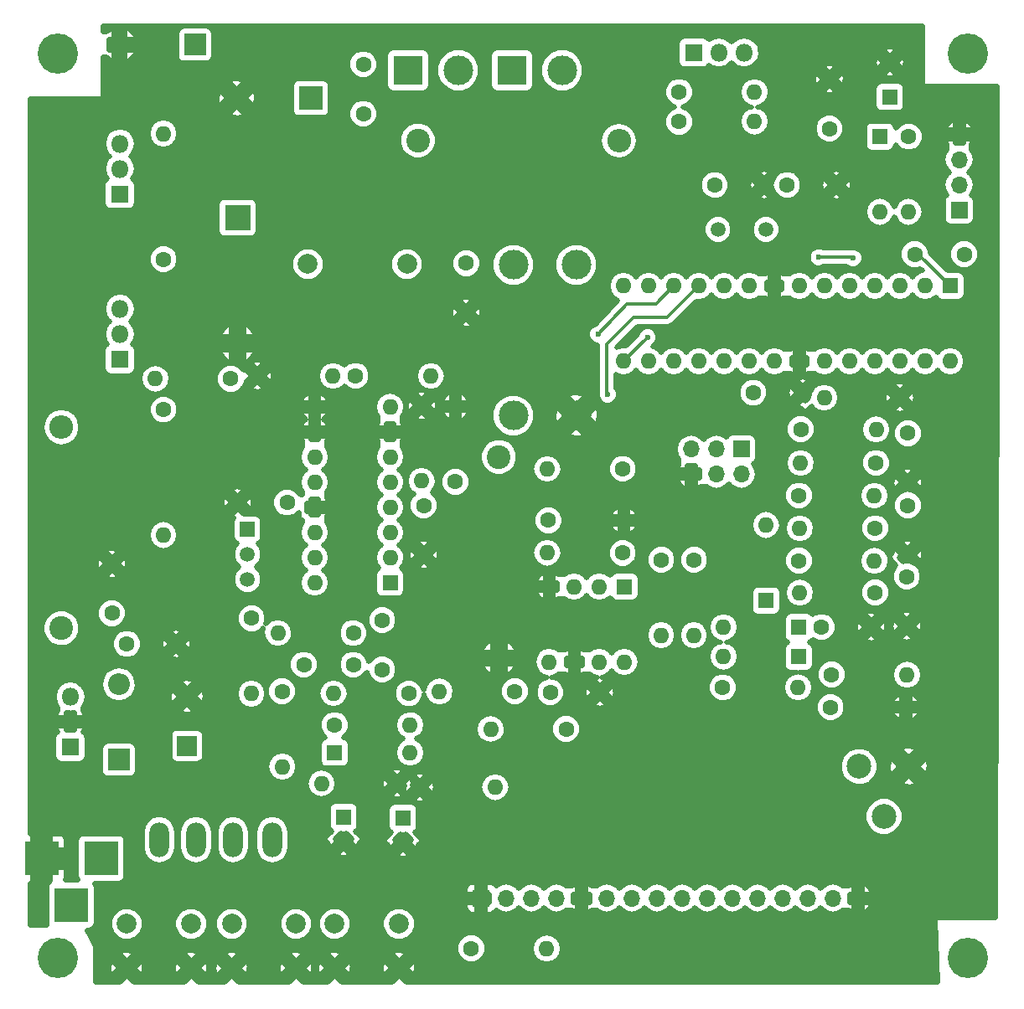
<source format=gbr>
G04 #@! TF.FileFunction,Copper,L1,Top,Signal*
%FSLAX46Y46*%
G04 Gerber Fmt 4.6, Leading zero omitted, Abs format (unit mm)*
G04 Created by KiCad (PCBNEW 4.0.7) date 03/09/21 14:26:29*
%MOMM*%
%LPD*%
G01*
G04 APERTURE LIST*
%ADD10C,0.100000*%
%ADD11C,1.600000*%
%ADD12O,1.600000X1.600000*%
%ADD13C,1.520000*%
%ADD14R,1.520000X1.520000*%
%ADD15R,1.600000X1.600000*%
%ADD16R,1.700000X1.700000*%
%ADD17O,1.700000X1.700000*%
%ADD18R,3.500000X3.500000*%
%ADD19R,1.800000X1.800000*%
%ADD20O,1.800000X1.800000*%
%ADD21C,4.064000*%
%ADD22C,1.500000*%
%ADD23R,2.200000X2.200000*%
%ADD24O,2.200000X2.200000*%
%ADD25R,3.000000X3.000000*%
%ADD26C,3.000000*%
%ADD27C,2.000000*%
%ADD28C,2.400000*%
%ADD29O,2.400000X2.400000*%
%ADD30C,2.500000*%
%ADD31R,2.400000X2.400000*%
%ADD32R,2.600000X2.600000*%
%ADD33O,2.600000X2.600000*%
%ADD34O,2.000000X3.500000*%
%ADD35R,2.000000X2.000000*%
%ADD36C,0.600000*%
%ADD37C,0.350000*%
%ADD38C,0.500000*%
G04 APERTURE END LIST*
D10*
D11*
X56500000Y-54800000D03*
D12*
X56500000Y-42100000D03*
D13*
X65000000Y-84640000D03*
X65000000Y-87180000D03*
D14*
X65000000Y-82100000D03*
D11*
X95600000Y-98600000D03*
X100600000Y-98600000D03*
X95400000Y-81200000D03*
D12*
X103020000Y-81200000D03*
D15*
X129900000Y-38400000D03*
D11*
X129900000Y-34900000D03*
D15*
X128900000Y-42400000D03*
D12*
X128900000Y-50020000D03*
D16*
X114900000Y-74000000D03*
D17*
X114900000Y-76540000D03*
X112360000Y-74000000D03*
X112360000Y-76540000D03*
X109820000Y-74000000D03*
X109820000Y-76540000D03*
D11*
X131800000Y-42400000D03*
D12*
X131800000Y-50020000D03*
D15*
X136000000Y-57500000D03*
D12*
X102980000Y-65120000D03*
X133460000Y-57500000D03*
X105520000Y-65120000D03*
X130920000Y-57500000D03*
X108060000Y-65120000D03*
X128380000Y-57500000D03*
X110600000Y-65120000D03*
X125840000Y-57500000D03*
X113140000Y-65120000D03*
X123300000Y-57500000D03*
X115680000Y-65120000D03*
X120760000Y-57500000D03*
X118220000Y-65120000D03*
X118220000Y-57500000D03*
X120760000Y-65120000D03*
X115680000Y-57500000D03*
X123300000Y-65120000D03*
X113140000Y-57500000D03*
X125840000Y-65120000D03*
X110600000Y-57500000D03*
X128380000Y-65120000D03*
X108060000Y-57500000D03*
X130920000Y-65120000D03*
X105520000Y-57500000D03*
X133460000Y-65120000D03*
X102980000Y-57500000D03*
X136000000Y-65120000D03*
D18*
X50200000Y-115400000D03*
X44200000Y-115400000D03*
X47200000Y-120100000D03*
D19*
X47100000Y-104100000D03*
D20*
X47100000Y-101560000D03*
X47100000Y-99020000D03*
D21*
X45804000Y-34016000D03*
X137752000Y-34016000D03*
X137752000Y-125456000D03*
X45804000Y-125456000D03*
D16*
X136900000Y-49800000D03*
D17*
X136900000Y-47260000D03*
X136900000Y-44720000D03*
X136900000Y-42180000D03*
D22*
X117400000Y-51800000D03*
X112520000Y-51800000D03*
D15*
X120700000Y-92000000D03*
D12*
X113080000Y-92000000D03*
D23*
X52000000Y-105400000D03*
D24*
X52000000Y-97780000D03*
D25*
X91700000Y-35700000D03*
D26*
X96780000Y-35700000D03*
D25*
X81200000Y-35700000D03*
D26*
X86280000Y-35700000D03*
D27*
X59300000Y-122000000D03*
X59300000Y-126500000D03*
X52800000Y-122000000D03*
X52800000Y-126500000D03*
X69900000Y-122000000D03*
X69900000Y-126500000D03*
X63400000Y-122000000D03*
X63400000Y-126500000D03*
X80300000Y-122000000D03*
X80300000Y-126500000D03*
X73800000Y-122000000D03*
X73800000Y-126500000D03*
X71100000Y-55300000D03*
X81100000Y-55300000D03*
D11*
X102900000Y-84500000D03*
D12*
X95280000Y-84500000D03*
D11*
X113000000Y-98100000D03*
D12*
X120620000Y-98100000D03*
D11*
X124000000Y-96800000D03*
D12*
X131620000Y-96800000D03*
D11*
X87600000Y-124500000D03*
D12*
X95220000Y-124500000D03*
D28*
X90400000Y-74800000D03*
D29*
X90400000Y-95120000D03*
D11*
X128400000Y-88500000D03*
D12*
X120780000Y-88500000D03*
D11*
X128400000Y-82000000D03*
D12*
X120780000Y-82000000D03*
D11*
X128500000Y-75400000D03*
D12*
X120880000Y-75400000D03*
D11*
X120700000Y-85300000D03*
D12*
X128320000Y-85300000D03*
D11*
X120700000Y-78700000D03*
D12*
X128320000Y-78700000D03*
D11*
X120900000Y-72000000D03*
D12*
X128520000Y-72000000D03*
D30*
X129300000Y-111140000D03*
X126800000Y-106100000D03*
X131800000Y-106100000D03*
D16*
X88600000Y-119400000D03*
D17*
X91140000Y-119400000D03*
X93680000Y-119400000D03*
X96220000Y-119400000D03*
X98760000Y-119400000D03*
X101300000Y-119400000D03*
X103840000Y-119400000D03*
X106380000Y-119400000D03*
X108920000Y-119400000D03*
X111460000Y-119400000D03*
X114000000Y-119400000D03*
X116540000Y-119400000D03*
X119080000Y-119400000D03*
X121620000Y-119400000D03*
X124160000Y-119400000D03*
X126700000Y-119400000D03*
D28*
X82200000Y-42800000D03*
D29*
X102520000Y-42800000D03*
D11*
X108600000Y-40900000D03*
D12*
X116220000Y-40900000D03*
D26*
X98210000Y-70620000D03*
X98210000Y-55380000D03*
X91860000Y-70620000D03*
X91860000Y-55380000D03*
D11*
X75700000Y-95800000D03*
X70700000Y-95800000D03*
X131600000Y-86900000D03*
X131600000Y-91900000D03*
X131700000Y-79700000D03*
X131700000Y-84700000D03*
X131700000Y-72400000D03*
X131700000Y-77400000D03*
X76700000Y-40100000D03*
X76700000Y-35100000D03*
X69000000Y-79400000D03*
X64000000Y-79400000D03*
X124500000Y-47300000D03*
X119500000Y-47300000D03*
X116100000Y-68300000D03*
X121100000Y-68300000D03*
X123800000Y-41600000D03*
X123800000Y-36600000D03*
X117200000Y-47300000D03*
X112200000Y-47300000D03*
X123000000Y-92000000D03*
X128000000Y-92000000D03*
X52800000Y-93700000D03*
X57800000Y-93700000D03*
X137400000Y-54300000D03*
X132400000Y-54300000D03*
D19*
X110100000Y-33900000D03*
D20*
X112640000Y-33900000D03*
X115180000Y-33900000D03*
D11*
X108600000Y-37900000D03*
D12*
X116220000Y-37900000D03*
D11*
X87100000Y-55200000D03*
X87100000Y-60200000D03*
D15*
X80700000Y-111300000D03*
D11*
X80700000Y-113800000D03*
X82800000Y-79700000D03*
X82800000Y-84700000D03*
D15*
X74700000Y-111200000D03*
D11*
X74700000Y-113700000D03*
D31*
X71400000Y-38500000D03*
D28*
X63900000Y-38500000D03*
D11*
X78600000Y-96300000D03*
X78600000Y-91300000D03*
D15*
X120700000Y-95000000D03*
D12*
X113080000Y-95000000D03*
D32*
X64000000Y-50600000D03*
D33*
X64000000Y-63300000D03*
D15*
X117400000Y-89300000D03*
D12*
X117400000Y-81680000D03*
D34*
X63550000Y-113500000D03*
X67500000Y-113500000D03*
X59800000Y-113500000D03*
X56100000Y-113500000D03*
D19*
X52100000Y-64900000D03*
D20*
X52100000Y-62360000D03*
X52100000Y-59820000D03*
D19*
X52100000Y-48200000D03*
D20*
X52100000Y-45660000D03*
X52100000Y-43120000D03*
D11*
X56500000Y-70000000D03*
D12*
X56500000Y-82700000D03*
D28*
X46200000Y-92100000D03*
D29*
X46200000Y-71780000D03*
D15*
X103100000Y-87900000D03*
D12*
X95480000Y-95520000D03*
X100560000Y-87900000D03*
X98020000Y-95520000D03*
X98020000Y-87900000D03*
X100560000Y-95520000D03*
X95480000Y-87900000D03*
X103100000Y-95520000D03*
D15*
X79400000Y-87500000D03*
D12*
X71780000Y-69720000D03*
X79400000Y-84960000D03*
X71780000Y-72260000D03*
X79400000Y-82420000D03*
X71780000Y-74800000D03*
X79400000Y-79880000D03*
X71780000Y-77340000D03*
X79400000Y-77340000D03*
X71780000Y-79880000D03*
X79400000Y-74800000D03*
X71780000Y-82420000D03*
X79400000Y-72260000D03*
X71780000Y-84960000D03*
X79400000Y-69720000D03*
X71780000Y-87500000D03*
D11*
X106800000Y-85200000D03*
D12*
X106800000Y-92820000D03*
D11*
X82400000Y-108200000D03*
D12*
X90020000Y-108200000D03*
D11*
X92000000Y-98500000D03*
D12*
X84380000Y-98500000D03*
D11*
X82600000Y-69600000D03*
D12*
X82600000Y-77220000D03*
D11*
X81300000Y-98700000D03*
D12*
X73680000Y-98700000D03*
D11*
X73800000Y-101900000D03*
D12*
X81420000Y-101900000D03*
D11*
X86000000Y-77300000D03*
D12*
X86000000Y-69680000D03*
D11*
X97200000Y-102300000D03*
D12*
X89580000Y-102300000D03*
D11*
X75700000Y-92600000D03*
D12*
X68080000Y-92600000D03*
D11*
X80100000Y-107800000D03*
D12*
X72480000Y-107800000D03*
D11*
X110100000Y-85200000D03*
D12*
X110100000Y-92820000D03*
D11*
X75900000Y-66600000D03*
D12*
X83520000Y-66600000D03*
D11*
X66000000Y-66600000D03*
D12*
X73620000Y-66600000D03*
D11*
X102900000Y-76000000D03*
D12*
X95280000Y-76000000D03*
D11*
X130900000Y-68800000D03*
D12*
X123280000Y-68800000D03*
D11*
X123900000Y-100100000D03*
D12*
X131520000Y-100100000D03*
D11*
X63300000Y-66900000D03*
D12*
X55680000Y-66900000D03*
D35*
X58900000Y-104000000D03*
D27*
X58900000Y-99000000D03*
D11*
X51300000Y-90600000D03*
X51300000Y-85600000D03*
X65400000Y-91100000D03*
D12*
X65400000Y-98720000D03*
D23*
X59700000Y-33100000D03*
D24*
X52080000Y-33100000D03*
D15*
X73800000Y-104700000D03*
D12*
X81420000Y-104700000D03*
D11*
X68500000Y-98500000D03*
D12*
X68500000Y-106120000D03*
D36*
X126200000Y-54700000D03*
X122700000Y-54600000D03*
X105400000Y-62700000D03*
X100400000Y-62400000D03*
X101400000Y-68500000D03*
D37*
X132400000Y-54300000D02*
X132800000Y-54300000D01*
X132800000Y-54300000D02*
X136000000Y-57500000D01*
X126200000Y-54700000D02*
X126100000Y-54600000D01*
X126100000Y-54600000D02*
X122700000Y-54600000D01*
X105400000Y-62700000D02*
X102980000Y-65120000D01*
X100400000Y-62400000D02*
X103300000Y-59300000D01*
X103300000Y-59300000D02*
X106260000Y-59300000D01*
X106260000Y-59300000D02*
X108060000Y-57500000D01*
X101400000Y-68500000D02*
X101300000Y-68400000D01*
X101300000Y-68400000D02*
X101300000Y-63400000D01*
X101300000Y-63400000D02*
X104000000Y-60700000D01*
X104000000Y-60700000D02*
X107400000Y-60700000D01*
X107400000Y-60700000D02*
X110600000Y-57500000D01*
D38*
G36*
X133184000Y-37064000D02*
X133203696Y-37161264D01*
X133259682Y-37243202D01*
X133343136Y-37296903D01*
X133434000Y-37314000D01*
X140737000Y-37314000D01*
X140737000Y-59374540D01*
X140550749Y-121396000D01*
X134704000Y-121396000D01*
X134606736Y-121415696D01*
X134524798Y-121471682D01*
X134471097Y-121555136D01*
X134454185Y-121655608D01*
X134695623Y-127933000D01*
X81022189Y-127933000D01*
X81023345Y-127930452D01*
X80300000Y-127207107D01*
X79576655Y-127930452D01*
X79577811Y-127933000D01*
X74522189Y-127933000D01*
X74523345Y-127930452D01*
X73800000Y-127207107D01*
X73076655Y-127930452D01*
X73077811Y-127933000D01*
X70622189Y-127933000D01*
X70623345Y-127930452D01*
X69900000Y-127207107D01*
X69176655Y-127930452D01*
X69177811Y-127933000D01*
X64122189Y-127933000D01*
X64123345Y-127930452D01*
X63400000Y-127207107D01*
X62676655Y-127930452D01*
X62677811Y-127933000D01*
X60022189Y-127933000D01*
X60023345Y-127930452D01*
X59300000Y-127207107D01*
X58576655Y-127930452D01*
X58577811Y-127933000D01*
X53522189Y-127933000D01*
X53523345Y-127930452D01*
X52800000Y-127207107D01*
X52076655Y-127930452D01*
X52077811Y-127933000D01*
X49610000Y-127933000D01*
X49610000Y-126584358D01*
X51009545Y-126584358D01*
X51113552Y-127107241D01*
X51369548Y-127223345D01*
X52092893Y-126500000D01*
X53507107Y-126500000D01*
X54230452Y-127223345D01*
X54486448Y-127107241D01*
X54565082Y-126584358D01*
X57509545Y-126584358D01*
X57613552Y-127107241D01*
X57869548Y-127223345D01*
X58592893Y-126500000D01*
X60007107Y-126500000D01*
X60730452Y-127223345D01*
X60986448Y-127107241D01*
X61065082Y-126584358D01*
X61609545Y-126584358D01*
X61713552Y-127107241D01*
X61969548Y-127223345D01*
X62692893Y-126500000D01*
X64107107Y-126500000D01*
X64830452Y-127223345D01*
X65086448Y-127107241D01*
X65165082Y-126584358D01*
X68109545Y-126584358D01*
X68213552Y-127107241D01*
X68469548Y-127223345D01*
X69192893Y-126500000D01*
X70607107Y-126500000D01*
X71330452Y-127223345D01*
X71586448Y-127107241D01*
X71665082Y-126584358D01*
X72009545Y-126584358D01*
X72113552Y-127107241D01*
X72369548Y-127223345D01*
X73092893Y-126500000D01*
X74507107Y-126500000D01*
X75230452Y-127223345D01*
X75486448Y-127107241D01*
X75565082Y-126584358D01*
X78509545Y-126584358D01*
X78613552Y-127107241D01*
X78869548Y-127223345D01*
X79592893Y-126500000D01*
X81007107Y-126500000D01*
X81730452Y-127223345D01*
X81986448Y-127107241D01*
X82090455Y-126415642D01*
X81986448Y-125892759D01*
X81730452Y-125776655D01*
X81007107Y-126500000D01*
X79592893Y-126500000D01*
X78869548Y-125776655D01*
X78613552Y-125892759D01*
X78509545Y-126584358D01*
X75565082Y-126584358D01*
X75590455Y-126415642D01*
X75486448Y-125892759D01*
X75230452Y-125776655D01*
X74507107Y-126500000D01*
X73092893Y-126500000D01*
X72369548Y-125776655D01*
X72113552Y-125892759D01*
X72009545Y-126584358D01*
X71665082Y-126584358D01*
X71690455Y-126415642D01*
X71586448Y-125892759D01*
X71330452Y-125776655D01*
X70607107Y-126500000D01*
X69192893Y-126500000D01*
X68469548Y-125776655D01*
X68213552Y-125892759D01*
X68109545Y-126584358D01*
X65165082Y-126584358D01*
X65190455Y-126415642D01*
X65086448Y-125892759D01*
X64830452Y-125776655D01*
X64107107Y-126500000D01*
X62692893Y-126500000D01*
X61969548Y-125776655D01*
X61713552Y-125892759D01*
X61609545Y-126584358D01*
X61065082Y-126584358D01*
X61090455Y-126415642D01*
X60986448Y-125892759D01*
X60730452Y-125776655D01*
X60007107Y-126500000D01*
X58592893Y-126500000D01*
X57869548Y-125776655D01*
X57613552Y-125892759D01*
X57509545Y-126584358D01*
X54565082Y-126584358D01*
X54590455Y-126415642D01*
X54486448Y-125892759D01*
X54230452Y-125776655D01*
X53507107Y-126500000D01*
X52092893Y-126500000D01*
X51369548Y-125776655D01*
X51113552Y-125892759D01*
X51009545Y-126584358D01*
X49610000Y-126584358D01*
X49610000Y-125069548D01*
X52076655Y-125069548D01*
X52800000Y-125792893D01*
X53523345Y-125069548D01*
X58576655Y-125069548D01*
X59300000Y-125792893D01*
X60023345Y-125069548D01*
X62676655Y-125069548D01*
X63400000Y-125792893D01*
X64123345Y-125069548D01*
X69176655Y-125069548D01*
X69900000Y-125792893D01*
X70623345Y-125069548D01*
X73076655Y-125069548D01*
X73800000Y-125792893D01*
X74523345Y-125069548D01*
X79576655Y-125069548D01*
X80300000Y-125792893D01*
X81023345Y-125069548D01*
X80907241Y-124813552D01*
X80863414Y-124806961D01*
X86049732Y-124806961D01*
X86285208Y-125376857D01*
X86720849Y-125813260D01*
X87290333Y-126049730D01*
X87906961Y-126050268D01*
X88476857Y-125814792D01*
X88913260Y-125379151D01*
X89149730Y-124809667D01*
X89150000Y-124500000D01*
X93639634Y-124500000D01*
X93757621Y-125093159D01*
X94093618Y-125596016D01*
X94596475Y-125932013D01*
X95189634Y-126050000D01*
X95250366Y-126050000D01*
X95843525Y-125932013D01*
X96346382Y-125596016D01*
X96682379Y-125093159D01*
X96800366Y-124500000D01*
X96682379Y-123906841D01*
X96346382Y-123403984D01*
X95843525Y-123067987D01*
X95250366Y-122950000D01*
X95189634Y-122950000D01*
X94596475Y-123067987D01*
X94093618Y-123403984D01*
X93757621Y-123906841D01*
X93639634Y-124500000D01*
X89150000Y-124500000D01*
X89150268Y-124193039D01*
X88914792Y-123623143D01*
X88479151Y-123186740D01*
X87909667Y-122950270D01*
X87293039Y-122949732D01*
X86723143Y-123185208D01*
X86286740Y-123620849D01*
X86050270Y-124190333D01*
X86049732Y-124806961D01*
X80863414Y-124806961D01*
X80215642Y-124709545D01*
X79692759Y-124813552D01*
X79576655Y-125069548D01*
X74523345Y-125069548D01*
X74407241Y-124813552D01*
X73715642Y-124709545D01*
X73192759Y-124813552D01*
X73076655Y-125069548D01*
X70623345Y-125069548D01*
X70507241Y-124813552D01*
X69815642Y-124709545D01*
X69292759Y-124813552D01*
X69176655Y-125069548D01*
X64123345Y-125069548D01*
X64007241Y-124813552D01*
X63315642Y-124709545D01*
X62792759Y-124813552D01*
X62676655Y-125069548D01*
X60023345Y-125069548D01*
X59907241Y-124813552D01*
X59215642Y-124709545D01*
X58692759Y-124813552D01*
X58576655Y-125069548D01*
X53523345Y-125069548D01*
X53407241Y-124813552D01*
X52715642Y-124709545D01*
X52192759Y-124813552D01*
X52076655Y-125069548D01*
X49610000Y-125069548D01*
X49610000Y-124186000D01*
X49577061Y-124061965D01*
X48750048Y-122614693D01*
X48950000Y-122614693D01*
X49227933Y-122562396D01*
X49483198Y-122398138D01*
X49518433Y-122346569D01*
X51049696Y-122346569D01*
X51315557Y-122990001D01*
X51807410Y-123482713D01*
X52450376Y-123749696D01*
X53146569Y-123750304D01*
X53790001Y-123484443D01*
X54282713Y-122992590D01*
X54549696Y-122349624D01*
X54549698Y-122346569D01*
X57549696Y-122346569D01*
X57815557Y-122990001D01*
X58307410Y-123482713D01*
X58950376Y-123749696D01*
X59646569Y-123750304D01*
X60290001Y-123484443D01*
X60782713Y-122992590D01*
X61049696Y-122349624D01*
X61049698Y-122346569D01*
X61649696Y-122346569D01*
X61915557Y-122990001D01*
X62407410Y-123482713D01*
X63050376Y-123749696D01*
X63746569Y-123750304D01*
X64390001Y-123484443D01*
X64882713Y-122992590D01*
X65149696Y-122349624D01*
X65149698Y-122346569D01*
X68149696Y-122346569D01*
X68415557Y-122990001D01*
X68907410Y-123482713D01*
X69550376Y-123749696D01*
X70246569Y-123750304D01*
X70890001Y-123484443D01*
X71382713Y-122992590D01*
X71649696Y-122349624D01*
X71649698Y-122346569D01*
X72049696Y-122346569D01*
X72315557Y-122990001D01*
X72807410Y-123482713D01*
X73450376Y-123749696D01*
X74146569Y-123750304D01*
X74790001Y-123484443D01*
X75282713Y-122992590D01*
X75549696Y-122349624D01*
X75549698Y-122346569D01*
X78549696Y-122346569D01*
X78815557Y-122990001D01*
X79307410Y-123482713D01*
X79950376Y-123749696D01*
X80646569Y-123750304D01*
X81290001Y-123484443D01*
X81782713Y-122992590D01*
X82049696Y-122349624D01*
X82050304Y-121653431D01*
X81784443Y-121009999D01*
X81292590Y-120517287D01*
X80649624Y-120250304D01*
X79953431Y-120249696D01*
X79309999Y-120515557D01*
X78817287Y-121007410D01*
X78550304Y-121650376D01*
X78549696Y-122346569D01*
X75549698Y-122346569D01*
X75550304Y-121653431D01*
X75284443Y-121009999D01*
X74792590Y-120517287D01*
X74149624Y-120250304D01*
X73453431Y-120249696D01*
X72809999Y-120515557D01*
X72317287Y-121007410D01*
X72050304Y-121650376D01*
X72049696Y-122346569D01*
X71649698Y-122346569D01*
X71650304Y-121653431D01*
X71384443Y-121009999D01*
X70892590Y-120517287D01*
X70249624Y-120250304D01*
X69553431Y-120249696D01*
X68909999Y-120515557D01*
X68417287Y-121007410D01*
X68150304Y-121650376D01*
X68149696Y-122346569D01*
X65149698Y-122346569D01*
X65150304Y-121653431D01*
X64884443Y-121009999D01*
X64392590Y-120517287D01*
X63749624Y-120250304D01*
X63053431Y-120249696D01*
X62409999Y-120515557D01*
X61917287Y-121007410D01*
X61650304Y-121650376D01*
X61649696Y-122346569D01*
X61049698Y-122346569D01*
X61050304Y-121653431D01*
X60784443Y-121009999D01*
X60292590Y-120517287D01*
X59649624Y-120250304D01*
X58953431Y-120249696D01*
X58309999Y-120515557D01*
X57817287Y-121007410D01*
X57550304Y-121650376D01*
X57549696Y-122346569D01*
X54549698Y-122346569D01*
X54550304Y-121653431D01*
X54284443Y-121009999D01*
X53792590Y-120517287D01*
X53149624Y-120250304D01*
X52453431Y-120249696D01*
X51809999Y-120515557D01*
X51317287Y-121007410D01*
X51050304Y-121650376D01*
X51049696Y-122346569D01*
X49518433Y-122346569D01*
X49654446Y-122147508D01*
X49714693Y-121850000D01*
X49714693Y-120014500D01*
X86992000Y-120014500D01*
X86992000Y-120400776D01*
X87107399Y-120679373D01*
X87320628Y-120892602D01*
X87599225Y-121008000D01*
X87985500Y-121008000D01*
X88175000Y-120818500D01*
X88175000Y-119825000D01*
X87181500Y-119825000D01*
X86992000Y-120014500D01*
X49714693Y-120014500D01*
X49714693Y-118399224D01*
X86992000Y-118399224D01*
X86992000Y-118785500D01*
X87181500Y-118975000D01*
X88175000Y-118975000D01*
X88175000Y-117981500D01*
X89025000Y-117981500D01*
X89025000Y-118975000D01*
X89450000Y-118975000D01*
X89450000Y-119825000D01*
X89025000Y-119825000D01*
X89025000Y-120818500D01*
X89214500Y-121008000D01*
X89600775Y-121008000D01*
X89879372Y-120892602D01*
X90092601Y-120679373D01*
X90104767Y-120650002D01*
X90139261Y-120650002D01*
X90527707Y-120909553D01*
X91140000Y-121031346D01*
X91752293Y-120909553D01*
X92271371Y-120562717D01*
X92410000Y-120355244D01*
X92548629Y-120562717D01*
X93067707Y-120909553D01*
X93680000Y-121031346D01*
X94292293Y-120909553D01*
X94811371Y-120562717D01*
X94950000Y-120355244D01*
X95088629Y-120562717D01*
X95607707Y-120909553D01*
X96220000Y-121031346D01*
X96832293Y-120909553D01*
X97220739Y-120650002D01*
X97775466Y-120650002D01*
X98097631Y-120865241D01*
X98335000Y-120753336D01*
X98335000Y-119825000D01*
X97910000Y-119825000D01*
X97910000Y-118975000D01*
X98335000Y-118975000D01*
X98335000Y-118046664D01*
X99185000Y-118046664D01*
X99185000Y-118975000D01*
X99610000Y-118975000D01*
X99610000Y-119825000D01*
X99185000Y-119825000D01*
X99185000Y-120753336D01*
X99422369Y-120865241D01*
X99744534Y-120650002D01*
X100299261Y-120650002D01*
X100687707Y-120909553D01*
X101300000Y-121031346D01*
X101912293Y-120909553D01*
X102431371Y-120562717D01*
X102570000Y-120355244D01*
X102708629Y-120562717D01*
X103227707Y-120909553D01*
X103840000Y-121031346D01*
X104452293Y-120909553D01*
X104971371Y-120562717D01*
X105110000Y-120355244D01*
X105248629Y-120562717D01*
X105767707Y-120909553D01*
X106380000Y-121031346D01*
X106992293Y-120909553D01*
X107511371Y-120562717D01*
X107650000Y-120355244D01*
X107788629Y-120562717D01*
X108307707Y-120909553D01*
X108920000Y-121031346D01*
X109532293Y-120909553D01*
X110051371Y-120562717D01*
X110190000Y-120355244D01*
X110328629Y-120562717D01*
X110847707Y-120909553D01*
X111460000Y-121031346D01*
X112072293Y-120909553D01*
X112591371Y-120562717D01*
X112730000Y-120355244D01*
X112868629Y-120562717D01*
X113387707Y-120909553D01*
X114000000Y-121031346D01*
X114612293Y-120909553D01*
X115131371Y-120562717D01*
X115270000Y-120355244D01*
X115408629Y-120562717D01*
X115927707Y-120909553D01*
X116540000Y-121031346D01*
X117152293Y-120909553D01*
X117671371Y-120562717D01*
X117810000Y-120355244D01*
X117948629Y-120562717D01*
X118467707Y-120909553D01*
X119080000Y-121031346D01*
X119692293Y-120909553D01*
X120211371Y-120562717D01*
X120350000Y-120355244D01*
X120488629Y-120562717D01*
X121007707Y-120909553D01*
X121620000Y-121031346D01*
X122232293Y-120909553D01*
X122751371Y-120562717D01*
X122890000Y-120355244D01*
X123028629Y-120562717D01*
X123547707Y-120909553D01*
X124160000Y-121031346D01*
X124772293Y-120909553D01*
X125160739Y-120650002D01*
X125715466Y-120650002D01*
X126037631Y-120865241D01*
X126275000Y-120753336D01*
X126275000Y-119825000D01*
X127125000Y-119825000D01*
X127125000Y-120753336D01*
X127362369Y-120865241D01*
X127800255Y-120572689D01*
X128165272Y-120062374D01*
X128061350Y-119825000D01*
X127125000Y-119825000D01*
X126275000Y-119825000D01*
X125850000Y-119825000D01*
X125850000Y-118975000D01*
X126275000Y-118975000D01*
X126275000Y-118046664D01*
X127125000Y-118046664D01*
X127125000Y-118975000D01*
X128061350Y-118975000D01*
X128165272Y-118737626D01*
X127800255Y-118227311D01*
X127362369Y-117934759D01*
X127125000Y-118046664D01*
X126275000Y-118046664D01*
X126037631Y-117934759D01*
X125715466Y-118149998D01*
X125160739Y-118149998D01*
X124772293Y-117890447D01*
X124160000Y-117768654D01*
X123547707Y-117890447D01*
X123028629Y-118237283D01*
X122890000Y-118444756D01*
X122751371Y-118237283D01*
X122232293Y-117890447D01*
X121620000Y-117768654D01*
X121007707Y-117890447D01*
X120488629Y-118237283D01*
X120350000Y-118444756D01*
X120211371Y-118237283D01*
X119692293Y-117890447D01*
X119080000Y-117768654D01*
X118467707Y-117890447D01*
X117948629Y-118237283D01*
X117810000Y-118444756D01*
X117671371Y-118237283D01*
X117152293Y-117890447D01*
X116540000Y-117768654D01*
X115927707Y-117890447D01*
X115408629Y-118237283D01*
X115270000Y-118444756D01*
X115131371Y-118237283D01*
X114612293Y-117890447D01*
X114000000Y-117768654D01*
X113387707Y-117890447D01*
X112868629Y-118237283D01*
X112730000Y-118444756D01*
X112591371Y-118237283D01*
X112072293Y-117890447D01*
X111460000Y-117768654D01*
X110847707Y-117890447D01*
X110328629Y-118237283D01*
X110190000Y-118444756D01*
X110051371Y-118237283D01*
X109532293Y-117890447D01*
X108920000Y-117768654D01*
X108307707Y-117890447D01*
X107788629Y-118237283D01*
X107650000Y-118444756D01*
X107511371Y-118237283D01*
X106992293Y-117890447D01*
X106380000Y-117768654D01*
X105767707Y-117890447D01*
X105248629Y-118237283D01*
X105110000Y-118444756D01*
X104971371Y-118237283D01*
X104452293Y-117890447D01*
X103840000Y-117768654D01*
X103227707Y-117890447D01*
X102708629Y-118237283D01*
X102570000Y-118444756D01*
X102431371Y-118237283D01*
X101912293Y-117890447D01*
X101300000Y-117768654D01*
X100687707Y-117890447D01*
X100299261Y-118149998D01*
X99744534Y-118149998D01*
X99422369Y-117934759D01*
X99185000Y-118046664D01*
X98335000Y-118046664D01*
X98097631Y-117934759D01*
X97775466Y-118149998D01*
X97220739Y-118149998D01*
X96832293Y-117890447D01*
X96220000Y-117768654D01*
X95607707Y-117890447D01*
X95088629Y-118237283D01*
X94950000Y-118444756D01*
X94811371Y-118237283D01*
X94292293Y-117890447D01*
X93680000Y-117768654D01*
X93067707Y-117890447D01*
X92548629Y-118237283D01*
X92410000Y-118444756D01*
X92271371Y-118237283D01*
X91752293Y-117890447D01*
X91140000Y-117768654D01*
X90527707Y-117890447D01*
X90139261Y-118149998D01*
X90104767Y-118149998D01*
X90092601Y-118120627D01*
X89879372Y-117907398D01*
X89600775Y-117792000D01*
X89214500Y-117792000D01*
X89025000Y-117981500D01*
X88175000Y-117981500D01*
X87985500Y-117792000D01*
X87599225Y-117792000D01*
X87320628Y-117907398D01*
X87107399Y-118120627D01*
X86992000Y-118399224D01*
X49714693Y-118399224D01*
X49714693Y-118350000D01*
X49662396Y-118072067D01*
X49561129Y-117914693D01*
X51950000Y-117914693D01*
X52227933Y-117862396D01*
X52483198Y-117698138D01*
X52654446Y-117447508D01*
X52714693Y-117150000D01*
X52714693Y-113650000D01*
X52662396Y-113372067D01*
X52498138Y-113116802D01*
X52247508Y-112945554D01*
X51950000Y-112885307D01*
X48450000Y-112885307D01*
X48172067Y-112937604D01*
X47916802Y-113101862D01*
X47745554Y-113352492D01*
X47685307Y-113650000D01*
X47685307Y-117150000D01*
X47737604Y-117427933D01*
X47838871Y-117585307D01*
X46586667Y-117585307D01*
X46592602Y-117579372D01*
X46708000Y-117300775D01*
X46708000Y-116464500D01*
X46518500Y-116275000D01*
X45075000Y-116275000D01*
X45075000Y-117700065D01*
X44916802Y-117801862D01*
X44745554Y-118052492D01*
X44685307Y-118350000D01*
X44685307Y-121850000D01*
X44737604Y-122127933D01*
X44756952Y-122158000D01*
X43073000Y-122158000D01*
X43073000Y-117908000D01*
X43135500Y-117908000D01*
X43325000Y-117718500D01*
X43325000Y-116275000D01*
X43073000Y-116275000D01*
X43073000Y-114525000D01*
X43325000Y-114525000D01*
X43325000Y-113081500D01*
X45075000Y-113081500D01*
X45075000Y-114525000D01*
X46518500Y-114525000D01*
X46708000Y-114335500D01*
X46708000Y-113499225D01*
X46592602Y-113220628D01*
X46379373Y-113007399D01*
X46100776Y-112892000D01*
X45264500Y-112892000D01*
X45075000Y-113081500D01*
X43325000Y-113081500D01*
X43135500Y-112892000D01*
X43073000Y-112892000D01*
X43073000Y-112701022D01*
X54350000Y-112701022D01*
X54350000Y-114298978D01*
X54483211Y-114968674D01*
X54862563Y-115536415D01*
X55430304Y-115915767D01*
X56100000Y-116048978D01*
X56769696Y-115915767D01*
X57337437Y-115536415D01*
X57716789Y-114968674D01*
X57850000Y-114298978D01*
X57850000Y-112701022D01*
X58050000Y-112701022D01*
X58050000Y-114298978D01*
X58183211Y-114968674D01*
X58562563Y-115536415D01*
X59130304Y-115915767D01*
X59800000Y-116048978D01*
X60469696Y-115915767D01*
X61037437Y-115536415D01*
X61416789Y-114968674D01*
X61550000Y-114298978D01*
X61550000Y-112701022D01*
X61800000Y-112701022D01*
X61800000Y-114298978D01*
X61933211Y-114968674D01*
X62312563Y-115536415D01*
X62880304Y-115915767D01*
X63550000Y-116048978D01*
X64219696Y-115915767D01*
X64787437Y-115536415D01*
X65166789Y-114968674D01*
X65300000Y-114298978D01*
X65300000Y-112701022D01*
X65750000Y-112701022D01*
X65750000Y-114298978D01*
X65883211Y-114968674D01*
X66262563Y-115536415D01*
X66830304Y-115915767D01*
X67500000Y-116048978D01*
X68169696Y-115915767D01*
X68737437Y-115536415D01*
X69116789Y-114968674D01*
X69124321Y-114930805D01*
X74034881Y-114930805D01*
X74119983Y-115178846D01*
X74730064Y-115288239D01*
X75280017Y-115178846D01*
X75330809Y-115030805D01*
X80034881Y-115030805D01*
X80119983Y-115278846D01*
X80730064Y-115388239D01*
X81280017Y-115278846D01*
X81365119Y-115030805D01*
X80700000Y-114365685D01*
X80034881Y-115030805D01*
X75330809Y-115030805D01*
X75365119Y-114930805D01*
X74700000Y-114265685D01*
X74034881Y-114930805D01*
X69124321Y-114930805D01*
X69250000Y-114298978D01*
X69250000Y-113464093D01*
X72696323Y-113464093D01*
X73148874Y-113916643D01*
X73221154Y-114280017D01*
X73469195Y-114365119D01*
X74134315Y-113700000D01*
X73851472Y-113417157D01*
X74417157Y-112851472D01*
X74700000Y-113134315D01*
X74982843Y-112851472D01*
X75548528Y-113417157D01*
X75265685Y-113700000D01*
X75930805Y-114365119D01*
X76178846Y-114280017D01*
X76242446Y-113925323D01*
X76603676Y-113564093D01*
X78696323Y-113564093D01*
X79148874Y-114016643D01*
X79221154Y-114380017D01*
X79469195Y-114465119D01*
X80134315Y-113800000D01*
X79851472Y-113517157D01*
X80417157Y-112951472D01*
X80700000Y-113234315D01*
X80982843Y-112951472D01*
X81548528Y-113517157D01*
X81265685Y-113800000D01*
X81930805Y-114465119D01*
X82178846Y-114380017D01*
X82242446Y-114025323D01*
X82703677Y-113564093D01*
X81883834Y-112744250D01*
X82033198Y-112648138D01*
X82204446Y-112397508D01*
X82264693Y-112100000D01*
X82264693Y-111536079D01*
X127299654Y-111536079D01*
X127603494Y-112271429D01*
X128165612Y-112834529D01*
X128900430Y-113139652D01*
X129696079Y-113140346D01*
X130431429Y-112836506D01*
X130994529Y-112274388D01*
X131299652Y-111539570D01*
X131300346Y-110743921D01*
X130996506Y-110008571D01*
X130434388Y-109445471D01*
X129699570Y-109140348D01*
X128903921Y-109139654D01*
X128168571Y-109443494D01*
X127605471Y-110005612D01*
X127300348Y-110740430D01*
X127299654Y-111536079D01*
X82264693Y-111536079D01*
X82264693Y-110500000D01*
X82212396Y-110222067D01*
X82048138Y-109966802D01*
X81797508Y-109795554D01*
X81500000Y-109735307D01*
X79900000Y-109735307D01*
X79622067Y-109787604D01*
X79366802Y-109951862D01*
X79195554Y-110202492D01*
X79135307Y-110500000D01*
X79135307Y-112100000D01*
X79187604Y-112377933D01*
X79351862Y-112633198D01*
X79515446Y-112744970D01*
X78696323Y-113564093D01*
X76603676Y-113564093D01*
X76703677Y-113464093D01*
X75883834Y-112644250D01*
X76033198Y-112548138D01*
X76204446Y-112297508D01*
X76264693Y-112000000D01*
X76264693Y-110400000D01*
X76212396Y-110122067D01*
X76048138Y-109866802D01*
X75797508Y-109695554D01*
X75500000Y-109635307D01*
X73900000Y-109635307D01*
X73622067Y-109687604D01*
X73366802Y-109851862D01*
X73195554Y-110102492D01*
X73135307Y-110400000D01*
X73135307Y-112000000D01*
X73187604Y-112277933D01*
X73351862Y-112533198D01*
X73515446Y-112644970D01*
X72696323Y-113464093D01*
X69250000Y-113464093D01*
X69250000Y-112701022D01*
X69116789Y-112031326D01*
X68737437Y-111463585D01*
X68169696Y-111084233D01*
X67500000Y-110951022D01*
X66830304Y-111084233D01*
X66262563Y-111463585D01*
X65883211Y-112031326D01*
X65750000Y-112701022D01*
X65300000Y-112701022D01*
X65166789Y-112031326D01*
X64787437Y-111463585D01*
X64219696Y-111084233D01*
X63550000Y-110951022D01*
X62880304Y-111084233D01*
X62312563Y-111463585D01*
X61933211Y-112031326D01*
X61800000Y-112701022D01*
X61550000Y-112701022D01*
X61416789Y-112031326D01*
X61037437Y-111463585D01*
X60469696Y-111084233D01*
X59800000Y-110951022D01*
X59130304Y-111084233D01*
X58562563Y-111463585D01*
X58183211Y-112031326D01*
X58050000Y-112701022D01*
X57850000Y-112701022D01*
X57716789Y-112031326D01*
X57337437Y-111463585D01*
X56769696Y-111084233D01*
X56100000Y-110951022D01*
X55430304Y-111084233D01*
X54862563Y-111463585D01*
X54483211Y-112031326D01*
X54350000Y-112701022D01*
X43073000Y-112701022D01*
X43073000Y-109430805D01*
X81734881Y-109430805D01*
X81819983Y-109678846D01*
X82430064Y-109788239D01*
X82980017Y-109678846D01*
X83065119Y-109430805D01*
X82400000Y-108765685D01*
X81734881Y-109430805D01*
X43073000Y-109430805D01*
X43073000Y-107800000D01*
X70899634Y-107800000D01*
X71017621Y-108393159D01*
X71353618Y-108896016D01*
X71856475Y-109232013D01*
X72449634Y-109350000D01*
X72510366Y-109350000D01*
X73103525Y-109232013D01*
X73404655Y-109030805D01*
X79434881Y-109030805D01*
X79519983Y-109278846D01*
X80130064Y-109388239D01*
X80680017Y-109278846D01*
X80765119Y-109030805D01*
X80100000Y-108365685D01*
X79434881Y-109030805D01*
X73404655Y-109030805D01*
X73606382Y-108896016D01*
X73942379Y-108393159D01*
X74054385Y-107830064D01*
X78511761Y-107830064D01*
X78621154Y-108380017D01*
X78869195Y-108465119D01*
X79534315Y-107800000D01*
X80665685Y-107800000D01*
X80854940Y-107989255D01*
X80811761Y-108230064D01*
X80921154Y-108780017D01*
X81169195Y-108865119D01*
X81834315Y-108200000D01*
X82965685Y-108200000D01*
X83630805Y-108865119D01*
X83878846Y-108780017D01*
X83982848Y-108200000D01*
X88439634Y-108200000D01*
X88557621Y-108793159D01*
X88893618Y-109296016D01*
X89396475Y-109632013D01*
X89989634Y-109750000D01*
X90050366Y-109750000D01*
X90643525Y-109632013D01*
X91146382Y-109296016D01*
X91482379Y-108793159D01*
X91600366Y-108200000D01*
X91482379Y-107606841D01*
X91146382Y-107103984D01*
X90643525Y-106767987D01*
X90050366Y-106650000D01*
X89989634Y-106650000D01*
X89396475Y-106767987D01*
X88893618Y-107103984D01*
X88557621Y-107606841D01*
X88439634Y-108200000D01*
X83982848Y-108200000D01*
X83988239Y-108169936D01*
X83878846Y-107619983D01*
X83630805Y-107534881D01*
X82965685Y-108200000D01*
X81834315Y-108200000D01*
X81645060Y-108010745D01*
X81688239Y-107769936D01*
X81578846Y-107219983D01*
X81330805Y-107134881D01*
X80665685Y-107800000D01*
X79534315Y-107800000D01*
X78869195Y-107134881D01*
X78621154Y-107219983D01*
X78511761Y-107830064D01*
X74054385Y-107830064D01*
X74060366Y-107800000D01*
X73942379Y-107206841D01*
X73606382Y-106703984D01*
X73404656Y-106569195D01*
X79434881Y-106569195D01*
X80100000Y-107234315D01*
X80365119Y-106969195D01*
X81734881Y-106969195D01*
X82400000Y-107634315D01*
X83065119Y-106969195D01*
X82980017Y-106721154D01*
X82369936Y-106611761D01*
X81819983Y-106721154D01*
X81734881Y-106969195D01*
X80365119Y-106969195D01*
X80765119Y-106569195D01*
X80740034Y-106496079D01*
X124799654Y-106496079D01*
X125103494Y-107231429D01*
X125665612Y-107794529D01*
X126400430Y-108099652D01*
X127196079Y-108100346D01*
X127931429Y-107796506D01*
X127948902Y-107779063D01*
X131004820Y-107779063D01*
X131159684Y-108044632D01*
X131952604Y-108141644D01*
X132440316Y-108044632D01*
X132595180Y-107779063D01*
X131800000Y-106983883D01*
X131004820Y-107779063D01*
X127948902Y-107779063D01*
X128494529Y-107234388D01*
X128799652Y-106499570D01*
X128799867Y-106252604D01*
X129758356Y-106252604D01*
X129855368Y-106740316D01*
X130120937Y-106895180D01*
X130916117Y-106100000D01*
X132683883Y-106100000D01*
X133479063Y-106895180D01*
X133744632Y-106740316D01*
X133841644Y-105947396D01*
X133744632Y-105459684D01*
X133479063Y-105304820D01*
X132683883Y-106100000D01*
X130916117Y-106100000D01*
X130120937Y-105304820D01*
X129855368Y-105459684D01*
X129758356Y-106252604D01*
X128799867Y-106252604D01*
X128800346Y-105703921D01*
X128496506Y-104968571D01*
X127949828Y-104420937D01*
X131004820Y-104420937D01*
X131800000Y-105216117D01*
X132595180Y-104420937D01*
X132440316Y-104155368D01*
X131647396Y-104058356D01*
X131159684Y-104155368D01*
X131004820Y-104420937D01*
X127949828Y-104420937D01*
X127934388Y-104405471D01*
X127199570Y-104100348D01*
X126403921Y-104099654D01*
X125668571Y-104403494D01*
X125105471Y-104965612D01*
X124800348Y-105700430D01*
X124799654Y-106496079D01*
X80740034Y-106496079D01*
X80680017Y-106321154D01*
X80069936Y-106211761D01*
X79519983Y-106321154D01*
X79434881Y-106569195D01*
X73404656Y-106569195D01*
X73103525Y-106367987D01*
X72510366Y-106250000D01*
X72449634Y-106250000D01*
X71856475Y-106367987D01*
X71353618Y-106703984D01*
X71017621Y-107206841D01*
X70899634Y-107800000D01*
X43073000Y-107800000D01*
X43073000Y-103200000D01*
X45435307Y-103200000D01*
X45435307Y-105000000D01*
X45487604Y-105277933D01*
X45651862Y-105533198D01*
X45902492Y-105704446D01*
X46200000Y-105764693D01*
X48000000Y-105764693D01*
X48277933Y-105712396D01*
X48533198Y-105548138D01*
X48704446Y-105297508D01*
X48764693Y-105000000D01*
X48764693Y-104300000D01*
X50135307Y-104300000D01*
X50135307Y-106500000D01*
X50187604Y-106777933D01*
X50351862Y-107033198D01*
X50602492Y-107204446D01*
X50900000Y-107264693D01*
X53100000Y-107264693D01*
X53377933Y-107212396D01*
X53633198Y-107048138D01*
X53804446Y-106797508D01*
X53864693Y-106500000D01*
X53864693Y-106089634D01*
X66950000Y-106089634D01*
X66950000Y-106150366D01*
X67067987Y-106743525D01*
X67403984Y-107246382D01*
X67906841Y-107582379D01*
X68500000Y-107700366D01*
X69093159Y-107582379D01*
X69596016Y-107246382D01*
X69932013Y-106743525D01*
X70050000Y-106150366D01*
X70050000Y-106089634D01*
X69932013Y-105496475D01*
X69596016Y-104993618D01*
X69093159Y-104657621D01*
X68500000Y-104539634D01*
X67906841Y-104657621D01*
X67403984Y-104993618D01*
X67067987Y-105496475D01*
X66950000Y-106089634D01*
X53864693Y-106089634D01*
X53864693Y-104300000D01*
X53812396Y-104022067D01*
X53648138Y-103766802D01*
X53397508Y-103595554D01*
X53100000Y-103535307D01*
X50900000Y-103535307D01*
X50622067Y-103587604D01*
X50366802Y-103751862D01*
X50195554Y-104002492D01*
X50135307Y-104300000D01*
X48764693Y-104300000D01*
X48764693Y-103200000D01*
X48727061Y-103000000D01*
X57135307Y-103000000D01*
X57135307Y-105000000D01*
X57187604Y-105277933D01*
X57351862Y-105533198D01*
X57602492Y-105704446D01*
X57900000Y-105764693D01*
X59900000Y-105764693D01*
X60177933Y-105712396D01*
X60433198Y-105548138D01*
X60604446Y-105297508D01*
X60664693Y-105000000D01*
X60664693Y-103900000D01*
X72235307Y-103900000D01*
X72235307Y-105500000D01*
X72287604Y-105777933D01*
X72451862Y-106033198D01*
X72702492Y-106204446D01*
X73000000Y-106264693D01*
X74600000Y-106264693D01*
X74877933Y-106212396D01*
X75133198Y-106048138D01*
X75304446Y-105797508D01*
X75364693Y-105500000D01*
X75364693Y-103900000D01*
X75312396Y-103622067D01*
X75148138Y-103366802D01*
X74897508Y-103195554D01*
X74730091Y-103161651D01*
X75113260Y-102779151D01*
X75349730Y-102209667D01*
X75350000Y-101900000D01*
X79839634Y-101900000D01*
X79957621Y-102493159D01*
X80293618Y-102996016D01*
X80748564Y-103300000D01*
X80293618Y-103603984D01*
X79957621Y-104106841D01*
X79839634Y-104700000D01*
X79957621Y-105293159D01*
X80293618Y-105796016D01*
X80796475Y-106132013D01*
X81389634Y-106250000D01*
X81450366Y-106250000D01*
X82043525Y-106132013D01*
X82546382Y-105796016D01*
X82882379Y-105293159D01*
X83000366Y-104700000D01*
X82882379Y-104106841D01*
X82546382Y-103603984D01*
X82091436Y-103300000D01*
X82546382Y-102996016D01*
X82882379Y-102493159D01*
X82920800Y-102300000D01*
X87999634Y-102300000D01*
X88117621Y-102893159D01*
X88453618Y-103396016D01*
X88956475Y-103732013D01*
X89549634Y-103850000D01*
X89610366Y-103850000D01*
X90203525Y-103732013D01*
X90706382Y-103396016D01*
X91042379Y-102893159D01*
X91099307Y-102606961D01*
X95649732Y-102606961D01*
X95885208Y-103176857D01*
X96320849Y-103613260D01*
X96890333Y-103849730D01*
X97506961Y-103850268D01*
X98076857Y-103614792D01*
X98513260Y-103179151D01*
X98749730Y-102609667D01*
X98750268Y-101993039D01*
X98514792Y-101423143D01*
X98079151Y-100986740D01*
X97509667Y-100750270D01*
X96893039Y-100749732D01*
X96323143Y-100985208D01*
X95886740Y-101420849D01*
X95650270Y-101990333D01*
X95649732Y-102606961D01*
X91099307Y-102606961D01*
X91160366Y-102300000D01*
X91042379Y-101706841D01*
X90706382Y-101203984D01*
X90203525Y-100867987D01*
X89610366Y-100750000D01*
X89549634Y-100750000D01*
X88956475Y-100867987D01*
X88453618Y-101203984D01*
X88117621Y-101706841D01*
X87999634Y-102300000D01*
X82920800Y-102300000D01*
X83000366Y-101900000D01*
X82882379Y-101306841D01*
X82546382Y-100803984D01*
X82043525Y-100467987D01*
X81736728Y-100406961D01*
X122349732Y-100406961D01*
X122585208Y-100976857D01*
X123020849Y-101413260D01*
X123590333Y-101649730D01*
X124206961Y-101650268D01*
X124776857Y-101414792D01*
X125213260Y-100979151D01*
X125316454Y-100730631D01*
X130095335Y-100730631D01*
X130392162Y-101174912D01*
X130889365Y-101524694D01*
X131120000Y-101416307D01*
X131120000Y-100500000D01*
X131920000Y-100500000D01*
X131920000Y-101416307D01*
X132150635Y-101524694D01*
X132647838Y-101174912D01*
X132944665Y-100730631D01*
X132828737Y-100500000D01*
X131920000Y-100500000D01*
X131120000Y-100500000D01*
X130211263Y-100500000D01*
X130095335Y-100730631D01*
X125316454Y-100730631D01*
X125449730Y-100409667D01*
X125450268Y-99793039D01*
X125316531Y-99469369D01*
X130095335Y-99469369D01*
X130211263Y-99700000D01*
X131120000Y-99700000D01*
X131120000Y-98783693D01*
X131920000Y-98783693D01*
X131920000Y-99700000D01*
X132828737Y-99700000D01*
X132944665Y-99469369D01*
X132647838Y-99025088D01*
X132150635Y-98675306D01*
X131920000Y-98783693D01*
X131120000Y-98783693D01*
X130889365Y-98675306D01*
X130392162Y-99025088D01*
X130095335Y-99469369D01*
X125316531Y-99469369D01*
X125214792Y-99223143D01*
X124779151Y-98786740D01*
X124209667Y-98550270D01*
X123593039Y-98549732D01*
X123023143Y-98785208D01*
X122586740Y-99220849D01*
X122350270Y-99790333D01*
X122349732Y-100406961D01*
X81736728Y-100406961D01*
X81450366Y-100350000D01*
X81389634Y-100350000D01*
X80796475Y-100467987D01*
X80293618Y-100803984D01*
X79957621Y-101306841D01*
X79839634Y-101900000D01*
X75350000Y-101900000D01*
X75350268Y-101593039D01*
X75114792Y-101023143D01*
X74679151Y-100586740D01*
X74109667Y-100350270D01*
X73493039Y-100349732D01*
X72923143Y-100585208D01*
X72486740Y-101020849D01*
X72250270Y-101590333D01*
X72249732Y-102206961D01*
X72485208Y-102776857D01*
X72867854Y-103160172D01*
X72722067Y-103187604D01*
X72466802Y-103351862D01*
X72295554Y-103602492D01*
X72235307Y-103900000D01*
X60664693Y-103900000D01*
X60664693Y-103000000D01*
X60612396Y-102722067D01*
X60448138Y-102466802D01*
X60197508Y-102295554D01*
X59900000Y-102235307D01*
X57900000Y-102235307D01*
X57622067Y-102287604D01*
X57366802Y-102451862D01*
X57195554Y-102702492D01*
X57135307Y-103000000D01*
X48727061Y-103000000D01*
X48712396Y-102922067D01*
X48548138Y-102666802D01*
X48386275Y-102556206D01*
X48605754Y-102254097D01*
X48506296Y-102010000D01*
X47550000Y-102010000D01*
X47550000Y-102435307D01*
X46650000Y-102435307D01*
X46650000Y-102010000D01*
X45693704Y-102010000D01*
X45594246Y-102254097D01*
X45814276Y-102556965D01*
X45666802Y-102651862D01*
X45495554Y-102902492D01*
X45435307Y-103200000D01*
X43073000Y-103200000D01*
X43073000Y-98987675D01*
X45450000Y-98987675D01*
X45450000Y-99052325D01*
X45575599Y-99683753D01*
X45849998Y-100094420D01*
X45849998Y-100513864D01*
X45594246Y-100865903D01*
X45693704Y-101110000D01*
X46650000Y-101110000D01*
X46650000Y-100660000D01*
X46887219Y-100660000D01*
X47100000Y-100702325D01*
X47312781Y-100660000D01*
X47550000Y-100660000D01*
X47550000Y-101110000D01*
X48506296Y-101110000D01*
X48605754Y-100865903D01*
X48350002Y-100513864D01*
X48350002Y-100430452D01*
X58176655Y-100430452D01*
X58292759Y-100686448D01*
X58984358Y-100790455D01*
X59507241Y-100686448D01*
X59623345Y-100430452D01*
X58900000Y-99707107D01*
X58176655Y-100430452D01*
X48350002Y-100430452D01*
X48350002Y-100094420D01*
X48624401Y-99683753D01*
X48750000Y-99052325D01*
X48750000Y-98987675D01*
X48624401Y-98356247D01*
X48266726Y-97820949D01*
X48151199Y-97743756D01*
X50150000Y-97743756D01*
X50150000Y-97816244D01*
X50290823Y-98524208D01*
X50691852Y-99124392D01*
X51292036Y-99525421D01*
X52000000Y-99666244D01*
X52707964Y-99525421D01*
X53308148Y-99124392D01*
X53334897Y-99084358D01*
X57109545Y-99084358D01*
X57213552Y-99607241D01*
X57469548Y-99723345D01*
X58192893Y-99000000D01*
X59607107Y-99000000D01*
X60330452Y-99723345D01*
X60586448Y-99607241D01*
X60690455Y-98915642D01*
X60645500Y-98689634D01*
X63850000Y-98689634D01*
X63850000Y-98750366D01*
X63967987Y-99343525D01*
X64303984Y-99846382D01*
X64806841Y-100182379D01*
X65400000Y-100300366D01*
X65993159Y-100182379D01*
X66496016Y-99846382D01*
X66832013Y-99343525D01*
X66949780Y-98751470D01*
X66949732Y-98806961D01*
X67185208Y-99376857D01*
X67620849Y-99813260D01*
X68190333Y-100049730D01*
X68806961Y-100050268D01*
X69376857Y-99814792D01*
X69813260Y-99379151D01*
X70049730Y-98809667D01*
X70049825Y-98700000D01*
X72099634Y-98700000D01*
X72217621Y-99293159D01*
X72553618Y-99796016D01*
X73056475Y-100132013D01*
X73649634Y-100250000D01*
X73710366Y-100250000D01*
X74303525Y-100132013D01*
X74806382Y-99796016D01*
X75142379Y-99293159D01*
X75199307Y-99006961D01*
X79749732Y-99006961D01*
X79985208Y-99576857D01*
X80420849Y-100013260D01*
X80990333Y-100249730D01*
X81606961Y-100250268D01*
X82176857Y-100014792D01*
X82613260Y-99579151D01*
X82849730Y-99009667D01*
X82849954Y-98752975D01*
X82917621Y-99093159D01*
X83253618Y-99596016D01*
X83756475Y-99932013D01*
X84349634Y-100050000D01*
X84410366Y-100050000D01*
X85003525Y-99932013D01*
X85506382Y-99596016D01*
X85842379Y-99093159D01*
X85899307Y-98806961D01*
X90449732Y-98806961D01*
X90685208Y-99376857D01*
X91120849Y-99813260D01*
X91690333Y-100049730D01*
X92306961Y-100050268D01*
X92876857Y-99814792D01*
X93313260Y-99379151D01*
X93549730Y-98809667D01*
X93550268Y-98193039D01*
X93314792Y-97623143D01*
X92879151Y-97186740D01*
X92309667Y-96950270D01*
X91693039Y-96949732D01*
X91123143Y-97185208D01*
X90686740Y-97620849D01*
X90450270Y-98190333D01*
X90449732Y-98806961D01*
X85899307Y-98806961D01*
X85960366Y-98500000D01*
X85842379Y-97906841D01*
X85506382Y-97403984D01*
X85003525Y-97067987D01*
X84410366Y-96950000D01*
X84349634Y-96950000D01*
X83756475Y-97067987D01*
X83253618Y-97403984D01*
X82917621Y-97906841D01*
X82830450Y-98345076D01*
X82614792Y-97823143D01*
X82179151Y-97386740D01*
X81609667Y-97150270D01*
X80993039Y-97149732D01*
X80423143Y-97385208D01*
X79986740Y-97820849D01*
X79750270Y-98390333D01*
X79749732Y-99006961D01*
X75199307Y-99006961D01*
X75260366Y-98700000D01*
X75142379Y-98106841D01*
X74806382Y-97603984D01*
X74303525Y-97267987D01*
X73710366Y-97150000D01*
X73649634Y-97150000D01*
X73056475Y-97267987D01*
X72553618Y-97603984D01*
X72217621Y-98106841D01*
X72099634Y-98700000D01*
X70049825Y-98700000D01*
X70050268Y-98193039D01*
X69814792Y-97623143D01*
X69379151Y-97186740D01*
X68809667Y-96950270D01*
X68193039Y-96949732D01*
X67623143Y-97185208D01*
X67186740Y-97620849D01*
X66950270Y-98190333D01*
X66949835Y-98688805D01*
X66832013Y-98096475D01*
X66496016Y-97593618D01*
X65993159Y-97257621D01*
X65400000Y-97139634D01*
X64806841Y-97257621D01*
X64303984Y-97593618D01*
X63967987Y-98096475D01*
X63850000Y-98689634D01*
X60645500Y-98689634D01*
X60586448Y-98392759D01*
X60330452Y-98276655D01*
X59607107Y-99000000D01*
X58192893Y-99000000D01*
X57469548Y-98276655D01*
X57213552Y-98392759D01*
X57109545Y-99084358D01*
X53334897Y-99084358D01*
X53709177Y-98524208D01*
X53850000Y-97816244D01*
X53850000Y-97743756D01*
X53815348Y-97569548D01*
X58176655Y-97569548D01*
X58900000Y-98292893D01*
X59623345Y-97569548D01*
X59507241Y-97313552D01*
X58815642Y-97209545D01*
X58292759Y-97313552D01*
X58176655Y-97569548D01*
X53815348Y-97569548D01*
X53709177Y-97035792D01*
X53308148Y-96435608D01*
X52816292Y-96106961D01*
X69149732Y-96106961D01*
X69385208Y-96676857D01*
X69820849Y-97113260D01*
X70390333Y-97349730D01*
X71006961Y-97350268D01*
X71576857Y-97114792D01*
X72013260Y-96679151D01*
X72249730Y-96109667D01*
X72249732Y-96106961D01*
X74149732Y-96106961D01*
X74385208Y-96676857D01*
X74820849Y-97113260D01*
X75390333Y-97349730D01*
X76006961Y-97350268D01*
X76576857Y-97114792D01*
X77013260Y-96679151D01*
X77049746Y-96591284D01*
X77049732Y-96606961D01*
X77285208Y-97176857D01*
X77720849Y-97613260D01*
X78290333Y-97849730D01*
X78906961Y-97850268D01*
X79476857Y-97614792D01*
X79913260Y-97179151D01*
X80149730Y-96609667D01*
X80150258Y-96004182D01*
X88652968Y-96004182D01*
X89124315Y-96605438D01*
X89515824Y-96866997D01*
X89800000Y-96783608D01*
X89800000Y-95720000D01*
X91000000Y-95720000D01*
X91000000Y-96783608D01*
X91284176Y-96866997D01*
X91675685Y-96605438D01*
X92147032Y-96004182D01*
X92074340Y-95720000D01*
X91000000Y-95720000D01*
X89800000Y-95720000D01*
X88725660Y-95720000D01*
X88652968Y-96004182D01*
X80150258Y-96004182D01*
X80150268Y-95993039D01*
X79942266Y-95489634D01*
X93930000Y-95489634D01*
X93930000Y-95550366D01*
X94047987Y-96143525D01*
X94383984Y-96646382D01*
X94886841Y-96982379D01*
X95271074Y-97058808D01*
X94723143Y-97285208D01*
X94286740Y-97720849D01*
X94050270Y-98290333D01*
X94049732Y-98906961D01*
X94285208Y-99476857D01*
X94720849Y-99913260D01*
X95290333Y-100149730D01*
X95906961Y-100150268D01*
X96476857Y-99914792D01*
X96560990Y-99830805D01*
X99934881Y-99830805D01*
X100019983Y-100078846D01*
X100630064Y-100188239D01*
X101180017Y-100078846D01*
X101265119Y-99830805D01*
X100600000Y-99165685D01*
X99934881Y-99830805D01*
X96560990Y-99830805D01*
X96913260Y-99479151D01*
X97149730Y-98909667D01*
X97149973Y-98630064D01*
X99011761Y-98630064D01*
X99121154Y-99180017D01*
X99369195Y-99265119D01*
X100034315Y-98600000D01*
X101165685Y-98600000D01*
X101830805Y-99265119D01*
X102078846Y-99180017D01*
X102188239Y-98569936D01*
X102155822Y-98406961D01*
X111449732Y-98406961D01*
X111685208Y-98976857D01*
X112120849Y-99413260D01*
X112690333Y-99649730D01*
X113306961Y-99650268D01*
X113876857Y-99414792D01*
X114313260Y-98979151D01*
X114549730Y-98409667D01*
X114550000Y-98100000D01*
X119039634Y-98100000D01*
X119157621Y-98693159D01*
X119493618Y-99196016D01*
X119996475Y-99532013D01*
X120589634Y-99650000D01*
X120650366Y-99650000D01*
X121243525Y-99532013D01*
X121746382Y-99196016D01*
X122082379Y-98693159D01*
X122200366Y-98100000D01*
X122082379Y-97506841D01*
X121815189Y-97106961D01*
X122449732Y-97106961D01*
X122685208Y-97676857D01*
X123120849Y-98113260D01*
X123690333Y-98349730D01*
X124306961Y-98350268D01*
X124876857Y-98114792D01*
X125313260Y-97679151D01*
X125549730Y-97109667D01*
X125550000Y-96800000D01*
X130039634Y-96800000D01*
X130157621Y-97393159D01*
X130493618Y-97896016D01*
X130996475Y-98232013D01*
X131589634Y-98350000D01*
X131650366Y-98350000D01*
X132243525Y-98232013D01*
X132746382Y-97896016D01*
X133082379Y-97393159D01*
X133200366Y-96800000D01*
X133082379Y-96206841D01*
X132746382Y-95703984D01*
X132243525Y-95367987D01*
X131650366Y-95250000D01*
X131589634Y-95250000D01*
X130996475Y-95367987D01*
X130493618Y-95703984D01*
X130157621Y-96206841D01*
X130039634Y-96800000D01*
X125550000Y-96800000D01*
X125550268Y-96493039D01*
X125314792Y-95923143D01*
X124879151Y-95486740D01*
X124309667Y-95250270D01*
X123693039Y-95249732D01*
X123123143Y-95485208D01*
X122686740Y-95920849D01*
X122450270Y-96490333D01*
X122449732Y-97106961D01*
X121815189Y-97106961D01*
X121746382Y-97003984D01*
X121243525Y-96667987D01*
X120724232Y-96564693D01*
X121500000Y-96564693D01*
X121777933Y-96512396D01*
X122033198Y-96348138D01*
X122204446Y-96097508D01*
X122264693Y-95800000D01*
X122264693Y-94200000D01*
X122212396Y-93922067D01*
X122048138Y-93666802D01*
X121800708Y-93497741D01*
X122033198Y-93348138D01*
X122082962Y-93275306D01*
X122120849Y-93313260D01*
X122690333Y-93549730D01*
X123306961Y-93550268D01*
X123876857Y-93314792D01*
X123960990Y-93230805D01*
X127334881Y-93230805D01*
X127419983Y-93478846D01*
X128030064Y-93588239D01*
X128580017Y-93478846D01*
X128665119Y-93230805D01*
X128565120Y-93130805D01*
X130934881Y-93130805D01*
X131019983Y-93378846D01*
X131630064Y-93488239D01*
X132180017Y-93378846D01*
X132265119Y-93130805D01*
X131600000Y-92465685D01*
X130934881Y-93130805D01*
X128565120Y-93130805D01*
X128000000Y-92565685D01*
X127334881Y-93230805D01*
X123960990Y-93230805D01*
X124313260Y-92879151D01*
X124549730Y-92309667D01*
X124549973Y-92030064D01*
X126411761Y-92030064D01*
X126521154Y-92580017D01*
X126769195Y-92665119D01*
X127434315Y-92000000D01*
X128565685Y-92000000D01*
X129230805Y-92665119D01*
X129478846Y-92580017D01*
X129588239Y-91969936D01*
X129580308Y-91930064D01*
X130011761Y-91930064D01*
X130121154Y-92480017D01*
X130369195Y-92565119D01*
X131034315Y-91900000D01*
X132165685Y-91900000D01*
X132830805Y-92565119D01*
X133078846Y-92480017D01*
X133188239Y-91869936D01*
X133078846Y-91319983D01*
X132830805Y-91234881D01*
X132165685Y-91900000D01*
X131034315Y-91900000D01*
X130369195Y-91234881D01*
X130121154Y-91319983D01*
X130011761Y-91930064D01*
X129580308Y-91930064D01*
X129478846Y-91419983D01*
X129230805Y-91334881D01*
X128565685Y-92000000D01*
X127434315Y-92000000D01*
X126769195Y-91334881D01*
X126521154Y-91419983D01*
X126411761Y-92030064D01*
X124549973Y-92030064D01*
X124550268Y-91693039D01*
X124314792Y-91123143D01*
X123961463Y-90769195D01*
X127334881Y-90769195D01*
X128000000Y-91434315D01*
X128665119Y-90769195D01*
X128630810Y-90669195D01*
X130934881Y-90669195D01*
X131600000Y-91334315D01*
X132265119Y-90669195D01*
X132180017Y-90421154D01*
X131569936Y-90311761D01*
X131019983Y-90421154D01*
X130934881Y-90669195D01*
X128630810Y-90669195D01*
X128580017Y-90521154D01*
X127969936Y-90411761D01*
X127419983Y-90521154D01*
X127334881Y-90769195D01*
X123961463Y-90769195D01*
X123879151Y-90686740D01*
X123309667Y-90450270D01*
X122693039Y-90449732D01*
X122123143Y-90685208D01*
X122084685Y-90723598D01*
X122048138Y-90666802D01*
X121797508Y-90495554D01*
X121500000Y-90435307D01*
X119900000Y-90435307D01*
X119622067Y-90487604D01*
X119366802Y-90651862D01*
X119195554Y-90902492D01*
X119135307Y-91200000D01*
X119135307Y-92800000D01*
X119187604Y-93077933D01*
X119351862Y-93333198D01*
X119599292Y-93502259D01*
X119366802Y-93651862D01*
X119195554Y-93902492D01*
X119135307Y-94200000D01*
X119135307Y-95800000D01*
X119187604Y-96077933D01*
X119351862Y-96333198D01*
X119602492Y-96504446D01*
X119900000Y-96564693D01*
X120515768Y-96564693D01*
X119996475Y-96667987D01*
X119493618Y-97003984D01*
X119157621Y-97506841D01*
X119039634Y-98100000D01*
X114550000Y-98100000D01*
X114550268Y-97793039D01*
X114314792Y-97223143D01*
X113879151Y-96786740D01*
X113309667Y-96550270D01*
X112693039Y-96549732D01*
X112123143Y-96785208D01*
X111686740Y-97220849D01*
X111450270Y-97790333D01*
X111449732Y-98406961D01*
X102155822Y-98406961D01*
X102078846Y-98019983D01*
X101830805Y-97934881D01*
X101165685Y-98600000D01*
X100034315Y-98600000D01*
X99369195Y-97934881D01*
X99121154Y-98019983D01*
X99011761Y-98630064D01*
X97149973Y-98630064D01*
X97150268Y-98293039D01*
X96914792Y-97723143D01*
X96479151Y-97286740D01*
X95909667Y-97050270D01*
X95732625Y-97050116D01*
X96073159Y-96982379D01*
X96462000Y-96722565D01*
X96462000Y-96770002D01*
X97127939Y-96770002D01*
X97389369Y-96944665D01*
X97620000Y-96828737D01*
X97620000Y-95920000D01*
X97220000Y-95920000D01*
X97220000Y-95120000D01*
X97620000Y-95120000D01*
X97620000Y-94211263D01*
X98420000Y-94211263D01*
X98420000Y-95120000D01*
X98820000Y-95120000D01*
X98820000Y-95920000D01*
X98420000Y-95920000D01*
X98420000Y-96828737D01*
X98650631Y-96944665D01*
X98912061Y-96770002D01*
X99578000Y-96770002D01*
X99578000Y-96722565D01*
X99966841Y-96982379D01*
X100342245Y-97057052D01*
X100019983Y-97121154D01*
X99934881Y-97369195D01*
X100600000Y-98034315D01*
X101265119Y-97369195D01*
X101180017Y-97121154D01*
X100798978Y-97052830D01*
X101153159Y-96982379D01*
X101656016Y-96646382D01*
X101830000Y-96385996D01*
X102003984Y-96646382D01*
X102506841Y-96982379D01*
X103100000Y-97100366D01*
X103693159Y-96982379D01*
X104196016Y-96646382D01*
X104532013Y-96143525D01*
X104650000Y-95550366D01*
X104650000Y-95489634D01*
X104532013Y-94896475D01*
X104196016Y-94393618D01*
X103693159Y-94057621D01*
X103100000Y-93939634D01*
X102506841Y-94057621D01*
X102003984Y-94393618D01*
X101830000Y-94654004D01*
X101656016Y-94393618D01*
X101153159Y-94057621D01*
X100560000Y-93939634D01*
X99966841Y-94057621D01*
X99578000Y-94317435D01*
X99578000Y-94269998D01*
X98912061Y-94269998D01*
X98650631Y-94095335D01*
X98420000Y-94211263D01*
X97620000Y-94211263D01*
X97389369Y-94095335D01*
X97127939Y-94269998D01*
X96462000Y-94269998D01*
X96462000Y-94317435D01*
X96073159Y-94057621D01*
X95480000Y-93939634D01*
X94886841Y-94057621D01*
X94383984Y-94393618D01*
X94047987Y-94896475D01*
X93930000Y-95489634D01*
X79942266Y-95489634D01*
X79914792Y-95423143D01*
X79479151Y-94986740D01*
X78909667Y-94750270D01*
X78293039Y-94749732D01*
X77723143Y-94985208D01*
X77286740Y-95420849D01*
X77250254Y-95508716D01*
X77250268Y-95493039D01*
X77014792Y-94923143D01*
X76579151Y-94486740D01*
X76009667Y-94250270D01*
X75393039Y-94249732D01*
X74823143Y-94485208D01*
X74386740Y-94920849D01*
X74150270Y-95490333D01*
X74149732Y-96106961D01*
X72249732Y-96106961D01*
X72250268Y-95493039D01*
X72014792Y-94923143D01*
X71579151Y-94486740D01*
X71009667Y-94250270D01*
X70393039Y-94249732D01*
X69823143Y-94485208D01*
X69386740Y-94920849D01*
X69150270Y-95490333D01*
X69149732Y-96106961D01*
X52816292Y-96106961D01*
X52707964Y-96034579D01*
X52000000Y-95893756D01*
X51292036Y-96034579D01*
X50691852Y-96435608D01*
X50290823Y-97035792D01*
X50150000Y-97743756D01*
X48151199Y-97743756D01*
X47731428Y-97463274D01*
X47100000Y-97337675D01*
X46468572Y-97463274D01*
X45933274Y-97820949D01*
X45575599Y-98356247D01*
X45450000Y-98987675D01*
X43073000Y-98987675D01*
X43073000Y-92486177D01*
X44249662Y-92486177D01*
X44545906Y-93203143D01*
X45093971Y-93752166D01*
X45810419Y-94049661D01*
X46586177Y-94050338D01*
X46691157Y-94006961D01*
X51249732Y-94006961D01*
X51485208Y-94576857D01*
X51920849Y-95013260D01*
X52490333Y-95249730D01*
X53106961Y-95250268D01*
X53676857Y-95014792D01*
X53760990Y-94930805D01*
X57134881Y-94930805D01*
X57219983Y-95178846D01*
X57830064Y-95288239D01*
X58380017Y-95178846D01*
X58465119Y-94930805D01*
X57800000Y-94265685D01*
X57134881Y-94930805D01*
X53760990Y-94930805D01*
X54113260Y-94579151D01*
X54349730Y-94009667D01*
X54349973Y-93730064D01*
X56211761Y-93730064D01*
X56321154Y-94280017D01*
X56569195Y-94365119D01*
X57234315Y-93700000D01*
X58365685Y-93700000D01*
X59030805Y-94365119D01*
X59278846Y-94280017D01*
X59286771Y-94235818D01*
X88652968Y-94235818D01*
X88725660Y-94520000D01*
X89800000Y-94520000D01*
X89800000Y-93456392D01*
X91000000Y-93456392D01*
X91000000Y-94520000D01*
X92074340Y-94520000D01*
X92147032Y-94235818D01*
X91675685Y-93634562D01*
X91284176Y-93373003D01*
X91000000Y-93456392D01*
X89800000Y-93456392D01*
X89515824Y-93373003D01*
X89124315Y-93634562D01*
X88652968Y-94235818D01*
X59286771Y-94235818D01*
X59388239Y-93669936D01*
X59278846Y-93119983D01*
X59030805Y-93034881D01*
X58365685Y-93700000D01*
X57234315Y-93700000D01*
X56569195Y-93034881D01*
X56321154Y-93119983D01*
X56211761Y-93730064D01*
X54349973Y-93730064D01*
X54350268Y-93393039D01*
X54114792Y-92823143D01*
X53761463Y-92469195D01*
X57134881Y-92469195D01*
X57800000Y-93134315D01*
X58465119Y-92469195D01*
X58380017Y-92221154D01*
X57769936Y-92111761D01*
X57219983Y-92221154D01*
X57134881Y-92469195D01*
X53761463Y-92469195D01*
X53679151Y-92386740D01*
X53109667Y-92150270D01*
X52493039Y-92149732D01*
X51923143Y-92385208D01*
X51486740Y-92820849D01*
X51250270Y-93390333D01*
X51249732Y-94006961D01*
X46691157Y-94006961D01*
X47303143Y-93754094D01*
X47852166Y-93206029D01*
X48149661Y-92489581D01*
X48150338Y-91713823D01*
X47854094Y-90996857D01*
X47764355Y-90906961D01*
X49749732Y-90906961D01*
X49985208Y-91476857D01*
X50420849Y-91913260D01*
X50990333Y-92149730D01*
X51606961Y-92150268D01*
X52176857Y-91914792D01*
X52613260Y-91479151D01*
X52643235Y-91406961D01*
X63849732Y-91406961D01*
X64085208Y-91976857D01*
X64520849Y-92413260D01*
X65090333Y-92649730D01*
X65706961Y-92650268D01*
X66276857Y-92414792D01*
X66600798Y-92091417D01*
X66499634Y-92600000D01*
X66617621Y-93193159D01*
X66953618Y-93696016D01*
X67456475Y-94032013D01*
X68049634Y-94150000D01*
X68110366Y-94150000D01*
X68703525Y-94032013D01*
X69206382Y-93696016D01*
X69542379Y-93193159D01*
X69599307Y-92906961D01*
X74149732Y-92906961D01*
X74385208Y-93476857D01*
X74820849Y-93913260D01*
X75390333Y-94149730D01*
X76006961Y-94150268D01*
X76576857Y-93914792D01*
X77013260Y-93479151D01*
X77249730Y-92909667D01*
X77250268Y-92293039D01*
X77014792Y-91723143D01*
X76898813Y-91606961D01*
X77049732Y-91606961D01*
X77285208Y-92176857D01*
X77720849Y-92613260D01*
X78290333Y-92849730D01*
X78906961Y-92850268D01*
X79053706Y-92789634D01*
X105250000Y-92789634D01*
X105250000Y-92850366D01*
X105367987Y-93443525D01*
X105703984Y-93946382D01*
X106206841Y-94282379D01*
X106800000Y-94400366D01*
X107393159Y-94282379D01*
X107896016Y-93946382D01*
X108232013Y-93443525D01*
X108350000Y-92850366D01*
X108350000Y-92789634D01*
X108550000Y-92789634D01*
X108550000Y-92850366D01*
X108667987Y-93443525D01*
X109003984Y-93946382D01*
X109506841Y-94282379D01*
X110100000Y-94400366D01*
X110693159Y-94282379D01*
X111196016Y-93946382D01*
X111532013Y-93443525D01*
X111650000Y-92850366D01*
X111650000Y-92789634D01*
X111532013Y-92196475D01*
X111400734Y-92000000D01*
X111499634Y-92000000D01*
X111617621Y-92593159D01*
X111953618Y-93096016D01*
X112456475Y-93432013D01*
X112798268Y-93500000D01*
X112456475Y-93567987D01*
X111953618Y-93903984D01*
X111617621Y-94406841D01*
X111499634Y-95000000D01*
X111617621Y-95593159D01*
X111953618Y-96096016D01*
X112456475Y-96432013D01*
X113049634Y-96550000D01*
X113110366Y-96550000D01*
X113703525Y-96432013D01*
X114206382Y-96096016D01*
X114542379Y-95593159D01*
X114660366Y-95000000D01*
X114542379Y-94406841D01*
X114206382Y-93903984D01*
X113703525Y-93567987D01*
X113361732Y-93500000D01*
X113703525Y-93432013D01*
X114206382Y-93096016D01*
X114542379Y-92593159D01*
X114660366Y-92000000D01*
X114542379Y-91406841D01*
X114206382Y-90903984D01*
X113703525Y-90567987D01*
X113110366Y-90450000D01*
X113049634Y-90450000D01*
X112456475Y-90567987D01*
X111953618Y-90903984D01*
X111617621Y-91406841D01*
X111499634Y-92000000D01*
X111400734Y-92000000D01*
X111196016Y-91693618D01*
X110693159Y-91357621D01*
X110100000Y-91239634D01*
X109506841Y-91357621D01*
X109003984Y-91693618D01*
X108667987Y-92196475D01*
X108550000Y-92789634D01*
X108350000Y-92789634D01*
X108232013Y-92196475D01*
X107896016Y-91693618D01*
X107393159Y-91357621D01*
X106800000Y-91239634D01*
X106206841Y-91357621D01*
X105703984Y-91693618D01*
X105367987Y-92196475D01*
X105250000Y-92789634D01*
X79053706Y-92789634D01*
X79476857Y-92614792D01*
X79913260Y-92179151D01*
X80149730Y-91609667D01*
X80150268Y-90993039D01*
X79914792Y-90423143D01*
X79479151Y-89986740D01*
X78909667Y-89750270D01*
X78293039Y-89749732D01*
X77723143Y-89985208D01*
X77286740Y-90420849D01*
X77050270Y-90990333D01*
X77049732Y-91606961D01*
X76898813Y-91606961D01*
X76579151Y-91286740D01*
X76009667Y-91050270D01*
X75393039Y-91049732D01*
X74823143Y-91285208D01*
X74386740Y-91720849D01*
X74150270Y-92290333D01*
X74149732Y-92906961D01*
X69599307Y-92906961D01*
X69660366Y-92600000D01*
X69542379Y-92006841D01*
X69206382Y-91503984D01*
X68703525Y-91167987D01*
X68110366Y-91050000D01*
X68049634Y-91050000D01*
X67456475Y-91167987D01*
X66953618Y-91503984D01*
X66839891Y-91674189D01*
X66949730Y-91409667D01*
X66950268Y-90793039D01*
X66714792Y-90223143D01*
X66279151Y-89786740D01*
X65709667Y-89550270D01*
X65093039Y-89549732D01*
X64523143Y-89785208D01*
X64086740Y-90220849D01*
X63850270Y-90790333D01*
X63849732Y-91406961D01*
X52643235Y-91406961D01*
X52849730Y-90909667D01*
X52850268Y-90293039D01*
X52614792Y-89723143D01*
X52179151Y-89286740D01*
X51609667Y-89050270D01*
X50993039Y-89049732D01*
X50423143Y-89285208D01*
X49986740Y-89720849D01*
X49750270Y-90290333D01*
X49749732Y-90906961D01*
X47764355Y-90906961D01*
X47306029Y-90447834D01*
X46589581Y-90150339D01*
X45813823Y-90149662D01*
X45096857Y-90445906D01*
X44547834Y-90993971D01*
X44250339Y-91710419D01*
X44249662Y-92486177D01*
X43073000Y-92486177D01*
X43073000Y-86830805D01*
X50634881Y-86830805D01*
X50719983Y-87078846D01*
X51330064Y-87188239D01*
X51880017Y-87078846D01*
X51965119Y-86830805D01*
X51300000Y-86165685D01*
X50634881Y-86830805D01*
X43073000Y-86830805D01*
X43073000Y-85630064D01*
X49711761Y-85630064D01*
X49821154Y-86180017D01*
X50069195Y-86265119D01*
X50734315Y-85600000D01*
X51865685Y-85600000D01*
X52530805Y-86265119D01*
X52778846Y-86180017D01*
X52888239Y-85569936D01*
X52778846Y-85019983D01*
X52530805Y-84934881D01*
X51865685Y-85600000D01*
X50734315Y-85600000D01*
X50069195Y-84934881D01*
X49821154Y-85019983D01*
X49711761Y-85630064D01*
X43073000Y-85630064D01*
X43073000Y-84369195D01*
X50634881Y-84369195D01*
X51300000Y-85034315D01*
X51965119Y-84369195D01*
X51880017Y-84121154D01*
X51269936Y-84011761D01*
X50719983Y-84121154D01*
X50634881Y-84369195D01*
X43073000Y-84369195D01*
X43073000Y-82669634D01*
X54950000Y-82669634D01*
X54950000Y-82730366D01*
X55067987Y-83323525D01*
X55403984Y-83826382D01*
X55906841Y-84162379D01*
X56500000Y-84280366D01*
X57093159Y-84162379D01*
X57596016Y-83826382D01*
X57932013Y-83323525D01*
X58050000Y-82730366D01*
X58050000Y-82669634D01*
X57932013Y-82076475D01*
X57596016Y-81573618D01*
X57093159Y-81237621D01*
X56500000Y-81119634D01*
X55906841Y-81237621D01*
X55403984Y-81573618D01*
X55067987Y-82076475D01*
X54950000Y-82669634D01*
X43073000Y-82669634D01*
X43073000Y-80630805D01*
X63334881Y-80630805D01*
X63419983Y-80878846D01*
X63622551Y-80915168D01*
X63535554Y-81042492D01*
X63475307Y-81340000D01*
X63475307Y-82860000D01*
X63527604Y-83137933D01*
X63691862Y-83393198D01*
X63941074Y-83563477D01*
X63720630Y-83783537D01*
X63490262Y-84338325D01*
X63489738Y-84939040D01*
X63719138Y-85494229D01*
X64134536Y-85910353D01*
X63720630Y-86323537D01*
X63490262Y-86878325D01*
X63489738Y-87479040D01*
X63719138Y-88034229D01*
X64143537Y-88459370D01*
X64698325Y-88689738D01*
X65299040Y-88690262D01*
X65854229Y-88460862D01*
X66279370Y-88036463D01*
X66509738Y-87481675D01*
X66510262Y-86880960D01*
X66280862Y-86325771D01*
X65865464Y-85909647D01*
X66279370Y-85496463D01*
X66509738Y-84941675D01*
X66510262Y-84340960D01*
X66280862Y-83785771D01*
X66056155Y-83560671D01*
X66293198Y-83408138D01*
X66464446Y-83157508D01*
X66524693Y-82860000D01*
X66524693Y-81340000D01*
X66472396Y-81062067D01*
X66308138Y-80806802D01*
X66057508Y-80635554D01*
X65760000Y-80575307D01*
X64609621Y-80575307D01*
X64000000Y-79965685D01*
X63334881Y-80630805D01*
X43073000Y-80630805D01*
X43073000Y-79430064D01*
X62411761Y-79430064D01*
X62521154Y-79980017D01*
X62769195Y-80065119D01*
X63434315Y-79400000D01*
X64565685Y-79400000D01*
X65230805Y-80065119D01*
X65478846Y-79980017D01*
X65527807Y-79706961D01*
X67449732Y-79706961D01*
X67685208Y-80276857D01*
X68120849Y-80713260D01*
X68690333Y-80949730D01*
X69306961Y-80950268D01*
X69876857Y-80714792D01*
X70222000Y-80370252D01*
X70222000Y-81130002D01*
X70529998Y-81130002D01*
X70529998Y-81438000D01*
X70577435Y-81438000D01*
X70317621Y-81826841D01*
X70199634Y-82420000D01*
X70317621Y-83013159D01*
X70653618Y-83516016D01*
X70914004Y-83690000D01*
X70653618Y-83863984D01*
X70317621Y-84366841D01*
X70199634Y-84960000D01*
X70317621Y-85553159D01*
X70653618Y-86056016D01*
X70914004Y-86230000D01*
X70653618Y-86403984D01*
X70317621Y-86906841D01*
X70199634Y-87500000D01*
X70317621Y-88093159D01*
X70653618Y-88596016D01*
X71156475Y-88932013D01*
X71749634Y-89050000D01*
X71810366Y-89050000D01*
X72403525Y-88932013D01*
X72906382Y-88596016D01*
X73242379Y-88093159D01*
X73360366Y-87500000D01*
X73242379Y-86906841D01*
X72906382Y-86403984D01*
X72645996Y-86230000D01*
X72906382Y-86056016D01*
X73242379Y-85553159D01*
X73360366Y-84960000D01*
X73242379Y-84366841D01*
X72906382Y-83863984D01*
X72645996Y-83690000D01*
X72906382Y-83516016D01*
X73242379Y-83013159D01*
X73360366Y-82420000D01*
X73242379Y-81826841D01*
X72982565Y-81438000D01*
X73030002Y-81438000D01*
X73030002Y-80772061D01*
X73204665Y-80510631D01*
X73088737Y-80280000D01*
X72180000Y-80280000D01*
X72180000Y-80680000D01*
X71380000Y-80680000D01*
X71380000Y-80280000D01*
X70980000Y-80280000D01*
X70980000Y-79480000D01*
X71380000Y-79480000D01*
X71380000Y-79080000D01*
X72180000Y-79080000D01*
X72180000Y-79480000D01*
X73088737Y-79480000D01*
X73204665Y-79249369D01*
X73030002Y-78987939D01*
X73030002Y-78322000D01*
X72982565Y-78322000D01*
X73242379Y-77933159D01*
X73360366Y-77340000D01*
X73242379Y-76746841D01*
X72906382Y-76243984D01*
X72645996Y-76070000D01*
X72906382Y-75896016D01*
X73242379Y-75393159D01*
X73360366Y-74800000D01*
X77819634Y-74800000D01*
X77937621Y-75393159D01*
X78273618Y-75896016D01*
X78534004Y-76070000D01*
X78273618Y-76243984D01*
X77937621Y-76746841D01*
X77819634Y-77340000D01*
X77937621Y-77933159D01*
X78273618Y-78436016D01*
X78534004Y-78610000D01*
X78273618Y-78783984D01*
X77937621Y-79286841D01*
X77819634Y-79880000D01*
X77937621Y-80473159D01*
X78273618Y-80976016D01*
X78534004Y-81150000D01*
X78273618Y-81323984D01*
X77937621Y-81826841D01*
X77819634Y-82420000D01*
X77937621Y-83013159D01*
X78273618Y-83516016D01*
X78534004Y-83690000D01*
X78273618Y-83863984D01*
X77937621Y-84366841D01*
X77819634Y-84960000D01*
X77937621Y-85553159D01*
X78256219Y-86029976D01*
X78066802Y-86151862D01*
X77895554Y-86402492D01*
X77835307Y-86700000D01*
X77835307Y-88300000D01*
X77887604Y-88577933D01*
X78051862Y-88833198D01*
X78302492Y-89004446D01*
X78600000Y-89064693D01*
X80200000Y-89064693D01*
X80477933Y-89012396D01*
X80733198Y-88848138D01*
X80904446Y-88597508D01*
X80917988Y-88530635D01*
X94055306Y-88530635D01*
X94405088Y-89027838D01*
X94849369Y-89324665D01*
X95080000Y-89208737D01*
X95080000Y-88300000D01*
X94163693Y-88300000D01*
X94055306Y-88530635D01*
X80917988Y-88530635D01*
X80964693Y-88300000D01*
X80964693Y-87269365D01*
X94055306Y-87269365D01*
X94163693Y-87500000D01*
X95080000Y-87500000D01*
X95080000Y-86591263D01*
X95880000Y-86591263D01*
X95880000Y-87500000D01*
X96280000Y-87500000D01*
X96280000Y-88300000D01*
X95880000Y-88300000D01*
X95880000Y-89208737D01*
X96110631Y-89324665D01*
X96372061Y-89150002D01*
X97038000Y-89150002D01*
X97038000Y-89102565D01*
X97426841Y-89362379D01*
X98020000Y-89480366D01*
X98613159Y-89362379D01*
X99116016Y-89026382D01*
X99290000Y-88765996D01*
X99463984Y-89026382D01*
X99966841Y-89362379D01*
X100560000Y-89480366D01*
X101153159Y-89362379D01*
X101629976Y-89043781D01*
X101751862Y-89233198D01*
X102002492Y-89404446D01*
X102300000Y-89464693D01*
X103900000Y-89464693D01*
X104177933Y-89412396D01*
X104433198Y-89248138D01*
X104604446Y-88997508D01*
X104664693Y-88700000D01*
X104664693Y-88500000D01*
X115835307Y-88500000D01*
X115835307Y-90100000D01*
X115887604Y-90377933D01*
X116051862Y-90633198D01*
X116302492Y-90804446D01*
X116600000Y-90864693D01*
X118200000Y-90864693D01*
X118477933Y-90812396D01*
X118733198Y-90648138D01*
X118904446Y-90397508D01*
X118964693Y-90100000D01*
X118964693Y-88500000D01*
X119199634Y-88500000D01*
X119317621Y-89093159D01*
X119653618Y-89596016D01*
X120156475Y-89932013D01*
X120749634Y-90050000D01*
X120810366Y-90050000D01*
X121403525Y-89932013D01*
X121906382Y-89596016D01*
X122242379Y-89093159D01*
X122299307Y-88806961D01*
X126849732Y-88806961D01*
X127085208Y-89376857D01*
X127520849Y-89813260D01*
X128090333Y-90049730D01*
X128706961Y-90050268D01*
X129276857Y-89814792D01*
X129713260Y-89379151D01*
X129949730Y-88809667D01*
X129950268Y-88193039D01*
X129714792Y-87623143D01*
X129279151Y-87186740D01*
X128709667Y-86950270D01*
X128093039Y-86949732D01*
X127523143Y-87185208D01*
X127086740Y-87620849D01*
X126850270Y-88190333D01*
X126849732Y-88806961D01*
X122299307Y-88806961D01*
X122360366Y-88500000D01*
X122242379Y-87906841D01*
X121906382Y-87403984D01*
X121403525Y-87067987D01*
X120810366Y-86950000D01*
X120749634Y-86950000D01*
X120156475Y-87067987D01*
X119653618Y-87403984D01*
X119317621Y-87906841D01*
X119199634Y-88500000D01*
X118964693Y-88500000D01*
X118912396Y-88222067D01*
X118748138Y-87966802D01*
X118497508Y-87795554D01*
X118200000Y-87735307D01*
X116600000Y-87735307D01*
X116322067Y-87787604D01*
X116066802Y-87951862D01*
X115895554Y-88202492D01*
X115835307Y-88500000D01*
X104664693Y-88500000D01*
X104664693Y-87100000D01*
X104612396Y-86822067D01*
X104448138Y-86566802D01*
X104197508Y-86395554D01*
X103900000Y-86335307D01*
X102300000Y-86335307D01*
X102022067Y-86387604D01*
X101766802Y-86551862D01*
X101628050Y-86754932D01*
X101153159Y-86437621D01*
X100560000Y-86319634D01*
X99966841Y-86437621D01*
X99463984Y-86773618D01*
X99290000Y-87034004D01*
X99116016Y-86773618D01*
X98613159Y-86437621D01*
X98020000Y-86319634D01*
X97426841Y-86437621D01*
X97038000Y-86697435D01*
X97038000Y-86649998D01*
X96372061Y-86649998D01*
X96110631Y-86475335D01*
X95880000Y-86591263D01*
X95080000Y-86591263D01*
X94849369Y-86475335D01*
X94405088Y-86772162D01*
X94055306Y-87269365D01*
X80964693Y-87269365D01*
X80964693Y-86700000D01*
X80912396Y-86422067D01*
X80748138Y-86166802D01*
X80545068Y-86028050D01*
X80610044Y-85930805D01*
X82134881Y-85930805D01*
X82219983Y-86178846D01*
X82830064Y-86288239D01*
X83380017Y-86178846D01*
X83465119Y-85930805D01*
X82800000Y-85265685D01*
X82134881Y-85930805D01*
X80610044Y-85930805D01*
X80862379Y-85553159D01*
X80980366Y-84960000D01*
X80934629Y-84730064D01*
X81211761Y-84730064D01*
X81321154Y-85280017D01*
X81569195Y-85365119D01*
X82234315Y-84700000D01*
X83365685Y-84700000D01*
X84030805Y-85365119D01*
X84278846Y-85280017D01*
X84388239Y-84669936D01*
X84354437Y-84500000D01*
X93699634Y-84500000D01*
X93817621Y-85093159D01*
X94153618Y-85596016D01*
X94656475Y-85932013D01*
X95249634Y-86050000D01*
X95310366Y-86050000D01*
X95903525Y-85932013D01*
X96406382Y-85596016D01*
X96742379Y-85093159D01*
X96799307Y-84806961D01*
X101349732Y-84806961D01*
X101585208Y-85376857D01*
X102020849Y-85813260D01*
X102590333Y-86049730D01*
X103206961Y-86050268D01*
X103776857Y-85814792D01*
X104085226Y-85506961D01*
X105249732Y-85506961D01*
X105485208Y-86076857D01*
X105920849Y-86513260D01*
X106490333Y-86749730D01*
X107106961Y-86750268D01*
X107676857Y-86514792D01*
X108113260Y-86079151D01*
X108349730Y-85509667D01*
X108349732Y-85506961D01*
X108549732Y-85506961D01*
X108785208Y-86076857D01*
X109220849Y-86513260D01*
X109790333Y-86749730D01*
X110406961Y-86750268D01*
X110976857Y-86514792D01*
X111413260Y-86079151D01*
X111609330Y-85606961D01*
X119149732Y-85606961D01*
X119385208Y-86176857D01*
X119820849Y-86613260D01*
X120390333Y-86849730D01*
X121006961Y-86850268D01*
X121576857Y-86614792D01*
X122013260Y-86179151D01*
X122249730Y-85609667D01*
X122250000Y-85300000D01*
X126739634Y-85300000D01*
X126857621Y-85893159D01*
X127193618Y-86396016D01*
X127696475Y-86732013D01*
X128289634Y-86850000D01*
X128350366Y-86850000D01*
X128943525Y-86732013D01*
X129446382Y-86396016D01*
X129782379Y-85893159D01*
X129900366Y-85300000D01*
X129860625Y-85100209D01*
X130534219Y-85773803D01*
X130286740Y-86020849D01*
X130050270Y-86590333D01*
X130049732Y-87206961D01*
X130285208Y-87776857D01*
X130720849Y-88213260D01*
X131290333Y-88449730D01*
X131906961Y-88450268D01*
X132476857Y-88214792D01*
X132913260Y-87779151D01*
X133149730Y-87209667D01*
X133150268Y-86593039D01*
X132914792Y-86023143D01*
X132479151Y-85586740D01*
X131909667Y-85350270D01*
X131784476Y-85350161D01*
X131700000Y-85265685D01*
X131615672Y-85350013D01*
X131293039Y-85349732D01*
X131240195Y-85371566D01*
X130851472Y-84982843D01*
X131134315Y-84700000D01*
X132265685Y-84700000D01*
X132930805Y-85365119D01*
X133178846Y-85280017D01*
X133288239Y-84669936D01*
X133178846Y-84119983D01*
X132930805Y-84034881D01*
X132265685Y-84700000D01*
X131134315Y-84700000D01*
X130469195Y-84034881D01*
X130221154Y-84119983D01*
X130157554Y-84474677D01*
X129806106Y-84826124D01*
X129782379Y-84706841D01*
X129446382Y-84203984D01*
X128943525Y-83867987D01*
X128350366Y-83750000D01*
X128289634Y-83750000D01*
X127696475Y-83867987D01*
X127193618Y-84203984D01*
X126857621Y-84706841D01*
X126739634Y-85300000D01*
X122250000Y-85300000D01*
X122250268Y-84993039D01*
X122014792Y-84423143D01*
X121579151Y-83986740D01*
X121009667Y-83750270D01*
X120393039Y-83749732D01*
X119823143Y-83985208D01*
X119386740Y-84420849D01*
X119150270Y-84990333D01*
X119149732Y-85606961D01*
X111609330Y-85606961D01*
X111649730Y-85509667D01*
X111650268Y-84893039D01*
X111414792Y-84323143D01*
X110979151Y-83886740D01*
X110409667Y-83650270D01*
X109793039Y-83649732D01*
X109223143Y-83885208D01*
X108786740Y-84320849D01*
X108550270Y-84890333D01*
X108549732Y-85506961D01*
X108349732Y-85506961D01*
X108350268Y-84893039D01*
X108114792Y-84323143D01*
X107679151Y-83886740D01*
X107109667Y-83650270D01*
X106493039Y-83649732D01*
X105923143Y-83885208D01*
X105486740Y-84320849D01*
X105250270Y-84890333D01*
X105249732Y-85506961D01*
X104085226Y-85506961D01*
X104213260Y-85379151D01*
X104449730Y-84809667D01*
X104450268Y-84193039D01*
X104214792Y-83623143D01*
X103779151Y-83186740D01*
X103209667Y-82950270D01*
X102593039Y-82949732D01*
X102023143Y-83185208D01*
X101586740Y-83620849D01*
X101350270Y-84190333D01*
X101349732Y-84806961D01*
X96799307Y-84806961D01*
X96860366Y-84500000D01*
X96742379Y-83906841D01*
X96406382Y-83403984D01*
X95903525Y-83067987D01*
X95310366Y-82950000D01*
X95249634Y-82950000D01*
X94656475Y-83067987D01*
X94153618Y-83403984D01*
X93817621Y-83906841D01*
X93699634Y-84500000D01*
X84354437Y-84500000D01*
X84278846Y-84119983D01*
X84030805Y-84034881D01*
X83365685Y-84700000D01*
X82234315Y-84700000D01*
X81569195Y-84034881D01*
X81321154Y-84119983D01*
X81211761Y-84730064D01*
X80934629Y-84730064D01*
X80862379Y-84366841D01*
X80526382Y-83863984D01*
X80265996Y-83690000D01*
X80526382Y-83516016D01*
X80557666Y-83469195D01*
X82134881Y-83469195D01*
X82800000Y-84134315D01*
X83465119Y-83469195D01*
X83380017Y-83221154D01*
X82769936Y-83111761D01*
X82219983Y-83221154D01*
X82134881Y-83469195D01*
X80557666Y-83469195D01*
X80862379Y-83013159D01*
X80980366Y-82420000D01*
X80862379Y-81826841D01*
X80648643Y-81506961D01*
X93849732Y-81506961D01*
X94085208Y-82076857D01*
X94520849Y-82513260D01*
X95090333Y-82749730D01*
X95706961Y-82750268D01*
X96276857Y-82514792D01*
X96713260Y-82079151D01*
X96816454Y-81830631D01*
X101595335Y-81830631D01*
X101892162Y-82274912D01*
X102389365Y-82624694D01*
X102620000Y-82516307D01*
X102620000Y-81600000D01*
X103420000Y-81600000D01*
X103420000Y-82516307D01*
X103650635Y-82624694D01*
X104147838Y-82274912D01*
X104444665Y-81830631D01*
X104353686Y-81649634D01*
X115850000Y-81649634D01*
X115850000Y-81710366D01*
X115967987Y-82303525D01*
X116303984Y-82806382D01*
X116806841Y-83142379D01*
X117400000Y-83260366D01*
X117993159Y-83142379D01*
X118496016Y-82806382D01*
X118832013Y-82303525D01*
X118892388Y-82000000D01*
X119199634Y-82000000D01*
X119317621Y-82593159D01*
X119653618Y-83096016D01*
X120156475Y-83432013D01*
X120749634Y-83550000D01*
X120810366Y-83550000D01*
X121403525Y-83432013D01*
X121906382Y-83096016D01*
X122242379Y-82593159D01*
X122299307Y-82306961D01*
X126849732Y-82306961D01*
X127085208Y-82876857D01*
X127520849Y-83313260D01*
X128090333Y-83549730D01*
X128706961Y-83550268D01*
X128903172Y-83469195D01*
X131034881Y-83469195D01*
X131700000Y-84134315D01*
X132365119Y-83469195D01*
X132280017Y-83221154D01*
X131669936Y-83111761D01*
X131119983Y-83221154D01*
X131034881Y-83469195D01*
X128903172Y-83469195D01*
X129276857Y-83314792D01*
X129713260Y-82879151D01*
X129949730Y-82309667D01*
X129950268Y-81693039D01*
X129714792Y-81123143D01*
X129279151Y-80686740D01*
X128709667Y-80450270D01*
X128093039Y-80449732D01*
X127523143Y-80685208D01*
X127086740Y-81120849D01*
X126850270Y-81690333D01*
X126849732Y-82306961D01*
X122299307Y-82306961D01*
X122360366Y-82000000D01*
X122242379Y-81406841D01*
X121906382Y-80903984D01*
X121403525Y-80567987D01*
X120810366Y-80450000D01*
X120749634Y-80450000D01*
X120156475Y-80567987D01*
X119653618Y-80903984D01*
X119317621Y-81406841D01*
X119199634Y-82000000D01*
X118892388Y-82000000D01*
X118950000Y-81710366D01*
X118950000Y-81649634D01*
X118832013Y-81056475D01*
X118496016Y-80553618D01*
X117993159Y-80217621D01*
X117400000Y-80099634D01*
X116806841Y-80217621D01*
X116303984Y-80553618D01*
X115967987Y-81056475D01*
X115850000Y-81649634D01*
X104353686Y-81649634D01*
X104328737Y-81600000D01*
X103420000Y-81600000D01*
X102620000Y-81600000D01*
X101711263Y-81600000D01*
X101595335Y-81830631D01*
X96816454Y-81830631D01*
X96949730Y-81509667D01*
X96950268Y-80893039D01*
X96816531Y-80569369D01*
X101595335Y-80569369D01*
X101711263Y-80800000D01*
X102620000Y-80800000D01*
X102620000Y-79883693D01*
X103420000Y-79883693D01*
X103420000Y-80800000D01*
X104328737Y-80800000D01*
X104444665Y-80569369D01*
X104147838Y-80125088D01*
X103650635Y-79775306D01*
X103420000Y-79883693D01*
X102620000Y-79883693D01*
X102389365Y-79775306D01*
X101892162Y-80125088D01*
X101595335Y-80569369D01*
X96816531Y-80569369D01*
X96714792Y-80323143D01*
X96279151Y-79886740D01*
X95709667Y-79650270D01*
X95093039Y-79649732D01*
X94523143Y-79885208D01*
X94086740Y-80320849D01*
X93850270Y-80890333D01*
X93849732Y-81506961D01*
X80648643Y-81506961D01*
X80526382Y-81323984D01*
X80265996Y-81150000D01*
X80526382Y-80976016D01*
X80862379Y-80473159D01*
X80980366Y-79880000D01*
X80862379Y-79286841D01*
X80526382Y-78783984D01*
X80265996Y-78610000D01*
X80526382Y-78436016D01*
X80862379Y-77933159D01*
X80980366Y-77340000D01*
X80950457Y-77189634D01*
X81050000Y-77189634D01*
X81050000Y-77250366D01*
X81167987Y-77843525D01*
X81503984Y-78346382D01*
X81778375Y-78529723D01*
X81486740Y-78820849D01*
X81250270Y-79390333D01*
X81249732Y-80006961D01*
X81485208Y-80576857D01*
X81920849Y-81013260D01*
X82490333Y-81249730D01*
X83106961Y-81250268D01*
X83676857Y-81014792D01*
X84113260Y-80579151D01*
X84349730Y-80009667D01*
X84350268Y-79393039D01*
X84190744Y-79006961D01*
X119149732Y-79006961D01*
X119385208Y-79576857D01*
X119820849Y-80013260D01*
X120390333Y-80249730D01*
X121006961Y-80250268D01*
X121576857Y-80014792D01*
X122013260Y-79579151D01*
X122249730Y-79009667D01*
X122250000Y-78700000D01*
X126739634Y-78700000D01*
X126857621Y-79293159D01*
X127193618Y-79796016D01*
X127696475Y-80132013D01*
X128289634Y-80250000D01*
X128350366Y-80250000D01*
X128943525Y-80132013D01*
X129130679Y-80006961D01*
X130149732Y-80006961D01*
X130385208Y-80576857D01*
X130820849Y-81013260D01*
X131390333Y-81249730D01*
X132006961Y-81250268D01*
X132576857Y-81014792D01*
X133013260Y-80579151D01*
X133249730Y-80009667D01*
X133250268Y-79393039D01*
X133014792Y-78823143D01*
X132579151Y-78386740D01*
X132009667Y-78150270D01*
X131884475Y-78150161D01*
X131700000Y-77965685D01*
X131515846Y-78149839D01*
X131393039Y-78149732D01*
X130823143Y-78385208D01*
X130386740Y-78820849D01*
X130150270Y-79390333D01*
X130149732Y-80006961D01*
X129130679Y-80006961D01*
X129446382Y-79796016D01*
X129782379Y-79293159D01*
X129900366Y-78700000D01*
X129782379Y-78106841D01*
X129446382Y-77603984D01*
X129186092Y-77430064D01*
X130111761Y-77430064D01*
X130221154Y-77980017D01*
X130469195Y-78065119D01*
X131134315Y-77400000D01*
X132265685Y-77400000D01*
X132930805Y-78065119D01*
X133178846Y-77980017D01*
X133288239Y-77369936D01*
X133178846Y-76819983D01*
X132930805Y-76734881D01*
X132265685Y-77400000D01*
X131134315Y-77400000D01*
X130469195Y-76734881D01*
X130221154Y-76819983D01*
X130111761Y-77430064D01*
X129186092Y-77430064D01*
X128943525Y-77267987D01*
X128350366Y-77150000D01*
X128289634Y-77150000D01*
X127696475Y-77267987D01*
X127193618Y-77603984D01*
X126857621Y-78106841D01*
X126739634Y-78700000D01*
X122250000Y-78700000D01*
X122250268Y-78393039D01*
X122014792Y-77823143D01*
X121579151Y-77386740D01*
X121009667Y-77150270D01*
X120393039Y-77149732D01*
X119823143Y-77385208D01*
X119386740Y-77820849D01*
X119150270Y-78390333D01*
X119149732Y-79006961D01*
X84190744Y-79006961D01*
X84114792Y-78823143D01*
X83679151Y-78386740D01*
X83652301Y-78375591D01*
X83696016Y-78346382D01*
X84032013Y-77843525D01*
X84079068Y-77606961D01*
X84449732Y-77606961D01*
X84685208Y-78176857D01*
X85120849Y-78613260D01*
X85690333Y-78849730D01*
X86306961Y-78850268D01*
X86876857Y-78614792D01*
X87313260Y-78179151D01*
X87549730Y-77609667D01*
X87550268Y-76993039D01*
X87314792Y-76423143D01*
X86879151Y-75986740D01*
X86309667Y-75750270D01*
X85693039Y-75749732D01*
X85123143Y-75985208D01*
X84686740Y-76420849D01*
X84450270Y-76990333D01*
X84449732Y-77606961D01*
X84079068Y-77606961D01*
X84150000Y-77250366D01*
X84150000Y-77189634D01*
X84032013Y-76596475D01*
X83696016Y-76093618D01*
X83193159Y-75757621D01*
X82600000Y-75639634D01*
X82006841Y-75757621D01*
X81503984Y-76093618D01*
X81167987Y-76596475D01*
X81050000Y-77189634D01*
X80950457Y-77189634D01*
X80862379Y-76746841D01*
X80526382Y-76243984D01*
X80265996Y-76070000D01*
X80526382Y-75896016D01*
X80862379Y-75393159D01*
X80903550Y-75186177D01*
X88449662Y-75186177D01*
X88745906Y-75903143D01*
X89293971Y-76452166D01*
X90010419Y-76749661D01*
X90786177Y-76750338D01*
X91503143Y-76454094D01*
X91958030Y-76000000D01*
X93699634Y-76000000D01*
X93817621Y-76593159D01*
X94153618Y-77096016D01*
X94656475Y-77432013D01*
X95249634Y-77550000D01*
X95310366Y-77550000D01*
X95903525Y-77432013D01*
X96406382Y-77096016D01*
X96742379Y-76593159D01*
X96799307Y-76306961D01*
X101349732Y-76306961D01*
X101585208Y-76876857D01*
X102020849Y-77313260D01*
X102590333Y-77549730D01*
X103206961Y-77550268D01*
X103776857Y-77314792D01*
X103889471Y-77202374D01*
X108354728Y-77202374D01*
X108719745Y-77712689D01*
X109157631Y-78005241D01*
X109395000Y-77893336D01*
X109395000Y-76965000D01*
X108458650Y-76965000D01*
X108354728Y-77202374D01*
X103889471Y-77202374D01*
X104213260Y-76879151D01*
X104449730Y-76309667D01*
X104450268Y-75693039D01*
X104214792Y-75123143D01*
X103779151Y-74686740D01*
X103209667Y-74450270D01*
X102593039Y-74449732D01*
X102023143Y-74685208D01*
X101586740Y-75120849D01*
X101350270Y-75690333D01*
X101349732Y-76306961D01*
X96799307Y-76306961D01*
X96860366Y-76000000D01*
X96742379Y-75406841D01*
X96406382Y-74903984D01*
X95903525Y-74567987D01*
X95310366Y-74450000D01*
X95249634Y-74450000D01*
X94656475Y-74567987D01*
X94153618Y-74903984D01*
X93817621Y-75406841D01*
X93699634Y-76000000D01*
X91958030Y-76000000D01*
X92052166Y-75906029D01*
X92349661Y-75189581D01*
X92350338Y-74413823D01*
X92166399Y-73968654D01*
X108220000Y-73968654D01*
X108220000Y-74031346D01*
X108341793Y-74643639D01*
X108569998Y-74985173D01*
X108569998Y-75576666D01*
X108354728Y-75877626D01*
X108458650Y-76115000D01*
X109395000Y-76115000D01*
X109395000Y-75690000D01*
X110245000Y-75690000D01*
X110245000Y-76115000D01*
X110670000Y-76115000D01*
X110670000Y-76965000D01*
X110245000Y-76965000D01*
X110245000Y-77893336D01*
X110482369Y-78005241D01*
X110804534Y-77790002D01*
X111359261Y-77790002D01*
X111747707Y-78049553D01*
X112360000Y-78171346D01*
X112972293Y-78049553D01*
X113491371Y-77702717D01*
X113630000Y-77495244D01*
X113768629Y-77702717D01*
X114287707Y-78049553D01*
X114900000Y-78171346D01*
X115512293Y-78049553D01*
X116031371Y-77702717D01*
X116378207Y-77183639D01*
X116500000Y-76571346D01*
X116500000Y-76508654D01*
X116378207Y-75896361D01*
X116116835Y-75505189D01*
X116280304Y-75400000D01*
X119299634Y-75400000D01*
X119417621Y-75993159D01*
X119753618Y-76496016D01*
X120256475Y-76832013D01*
X120849634Y-76950000D01*
X120910366Y-76950000D01*
X121503525Y-76832013D01*
X122006382Y-76496016D01*
X122342379Y-75993159D01*
X122399307Y-75706961D01*
X126949732Y-75706961D01*
X127185208Y-76276857D01*
X127620849Y-76713260D01*
X128190333Y-76949730D01*
X128806961Y-76950268D01*
X129376857Y-76714792D01*
X129813260Y-76279151D01*
X129858917Y-76169195D01*
X131034881Y-76169195D01*
X131700000Y-76834315D01*
X132365119Y-76169195D01*
X132280017Y-75921154D01*
X131669936Y-75811761D01*
X131119983Y-75921154D01*
X131034881Y-76169195D01*
X129858917Y-76169195D01*
X130049730Y-75709667D01*
X130050268Y-75093039D01*
X129814792Y-74523143D01*
X129379151Y-74086740D01*
X128809667Y-73850270D01*
X128193039Y-73849732D01*
X127623143Y-74085208D01*
X127186740Y-74520849D01*
X126950270Y-75090333D01*
X126949732Y-75706961D01*
X122399307Y-75706961D01*
X122460366Y-75400000D01*
X122342379Y-74806841D01*
X122006382Y-74303984D01*
X121503525Y-73967987D01*
X120910366Y-73850000D01*
X120849634Y-73850000D01*
X120256475Y-73967987D01*
X119753618Y-74303984D01*
X119417621Y-74806841D01*
X119299634Y-75400000D01*
X116280304Y-75400000D01*
X116283198Y-75398138D01*
X116454446Y-75147508D01*
X116514693Y-74850000D01*
X116514693Y-73150000D01*
X116462396Y-72872067D01*
X116298138Y-72616802D01*
X116047508Y-72445554D01*
X115750000Y-72385307D01*
X114050000Y-72385307D01*
X113772067Y-72437604D01*
X113516802Y-72601862D01*
X113398394Y-72775158D01*
X112972293Y-72490447D01*
X112360000Y-72368654D01*
X111747707Y-72490447D01*
X111228629Y-72837283D01*
X111090000Y-73044756D01*
X110951371Y-72837283D01*
X110432293Y-72490447D01*
X109820000Y-72368654D01*
X109207707Y-72490447D01*
X108688629Y-72837283D01*
X108341793Y-73356361D01*
X108220000Y-73968654D01*
X92166399Y-73968654D01*
X92054094Y-73696857D01*
X91506029Y-73147834D01*
X90789581Y-72850339D01*
X90013823Y-72849662D01*
X89296857Y-73145906D01*
X88747834Y-73693971D01*
X88450339Y-74410419D01*
X88449662Y-75186177D01*
X80903550Y-75186177D01*
X80980366Y-74800000D01*
X80862379Y-74206841D01*
X80602565Y-73818000D01*
X80650002Y-73818000D01*
X80650002Y-73152061D01*
X80824665Y-72890631D01*
X80708737Y-72660000D01*
X79800000Y-72660000D01*
X79800000Y-73060000D01*
X79000000Y-73060000D01*
X79000000Y-72660000D01*
X78091263Y-72660000D01*
X77975335Y-72890631D01*
X78149998Y-73152061D01*
X78149998Y-73818000D01*
X78197435Y-73818000D01*
X77937621Y-74206841D01*
X77819634Y-74800000D01*
X73360366Y-74800000D01*
X73242379Y-74206841D01*
X72982565Y-73818000D01*
X73030002Y-73818000D01*
X73030002Y-73152061D01*
X73204665Y-72890631D01*
X73088737Y-72660000D01*
X72180000Y-72660000D01*
X72180000Y-73060000D01*
X71380000Y-73060000D01*
X71380000Y-72660000D01*
X70471263Y-72660000D01*
X70355335Y-72890631D01*
X70529998Y-73152061D01*
X70529998Y-73818000D01*
X70577435Y-73818000D01*
X70317621Y-74206841D01*
X70199634Y-74800000D01*
X70317621Y-75393159D01*
X70653618Y-75896016D01*
X70914004Y-76070000D01*
X70653618Y-76243984D01*
X70317621Y-76746841D01*
X70199634Y-77340000D01*
X70317621Y-77933159D01*
X70577435Y-78322000D01*
X70529998Y-78322000D01*
X70529998Y-78629998D01*
X70358944Y-78629998D01*
X70314792Y-78523143D01*
X69879151Y-78086740D01*
X69309667Y-77850270D01*
X68693039Y-77849732D01*
X68123143Y-78085208D01*
X67686740Y-78520849D01*
X67450270Y-79090333D01*
X67449732Y-79706961D01*
X65527807Y-79706961D01*
X65588239Y-79369936D01*
X65478846Y-78819983D01*
X65230805Y-78734881D01*
X64565685Y-79400000D01*
X63434315Y-79400000D01*
X62769195Y-78734881D01*
X62521154Y-78819983D01*
X62411761Y-79430064D01*
X43073000Y-79430064D01*
X43073000Y-78169195D01*
X63334881Y-78169195D01*
X64000000Y-78834315D01*
X64665119Y-78169195D01*
X64580017Y-77921154D01*
X63969936Y-77811761D01*
X63419983Y-77921154D01*
X63334881Y-78169195D01*
X43073000Y-78169195D01*
X43073000Y-71741797D01*
X44250000Y-71741797D01*
X44250000Y-71818203D01*
X44398435Y-72564436D01*
X44821142Y-73197061D01*
X45453767Y-73619768D01*
X46200000Y-73768203D01*
X46946233Y-73619768D01*
X47578858Y-73197061D01*
X48001565Y-72564436D01*
X48150000Y-71818203D01*
X48150000Y-71741797D01*
X48001565Y-70995564D01*
X47578858Y-70362939D01*
X47495082Y-70306961D01*
X54949732Y-70306961D01*
X55185208Y-70876857D01*
X55620849Y-71313260D01*
X56190333Y-71549730D01*
X56806961Y-71550268D01*
X57376857Y-71314792D01*
X57813260Y-70879151D01*
X58032720Y-70350631D01*
X70355335Y-70350631D01*
X70652162Y-70794912D01*
X70929473Y-70990000D01*
X70652162Y-71185088D01*
X70355335Y-71629369D01*
X70471263Y-71860000D01*
X71380000Y-71860000D01*
X71380000Y-70120000D01*
X72180000Y-70120000D01*
X72180000Y-71860000D01*
X73088737Y-71860000D01*
X73204665Y-71629369D01*
X72907838Y-71185088D01*
X72630527Y-70990000D01*
X72907838Y-70794912D01*
X73204665Y-70350631D01*
X73088737Y-70120000D01*
X72180000Y-70120000D01*
X71380000Y-70120000D01*
X70471263Y-70120000D01*
X70355335Y-70350631D01*
X58032720Y-70350631D01*
X58049730Y-70309667D01*
X58050244Y-69720000D01*
X77819634Y-69720000D01*
X77937621Y-70313159D01*
X78197435Y-70702000D01*
X78149998Y-70702000D01*
X78149998Y-71367939D01*
X77975335Y-71629369D01*
X78091263Y-71860000D01*
X79000000Y-71860000D01*
X79000000Y-71460000D01*
X79800000Y-71460000D01*
X79800000Y-71860000D01*
X80708737Y-71860000D01*
X80824665Y-71629369D01*
X80650002Y-71367939D01*
X80650002Y-70830805D01*
X81934881Y-70830805D01*
X82019983Y-71078846D01*
X82630064Y-71188239D01*
X83180017Y-71078846D01*
X83265119Y-70830805D01*
X82744950Y-70310635D01*
X84575306Y-70310635D01*
X84925088Y-70807838D01*
X85369369Y-71104665D01*
X85600000Y-70988737D01*
X85600000Y-70080000D01*
X86400000Y-70080000D01*
X86400000Y-70988737D01*
X86630631Y-71104665D01*
X86689118Y-71065589D01*
X89609610Y-71065589D01*
X89951431Y-71892858D01*
X90583813Y-72526345D01*
X91410484Y-72869608D01*
X92305589Y-72870390D01*
X93088346Y-72546961D01*
X97343699Y-72546961D01*
X97537361Y-72821784D01*
X98431149Y-72911592D01*
X98882639Y-72821784D01*
X99076301Y-72546961D01*
X98836301Y-72306961D01*
X119349732Y-72306961D01*
X119585208Y-72876857D01*
X120020849Y-73313260D01*
X120590333Y-73549730D01*
X121206961Y-73550268D01*
X121776857Y-73314792D01*
X122213260Y-72879151D01*
X122449730Y-72309667D01*
X122450000Y-72000000D01*
X126939634Y-72000000D01*
X127057621Y-72593159D01*
X127393618Y-73096016D01*
X127896475Y-73432013D01*
X128489634Y-73550000D01*
X128550366Y-73550000D01*
X129143525Y-73432013D01*
X129646382Y-73096016D01*
X129906339Y-72706961D01*
X130149732Y-72706961D01*
X130385208Y-73276857D01*
X130820849Y-73713260D01*
X131390333Y-73949730D01*
X132006961Y-73950268D01*
X132576857Y-73714792D01*
X133013260Y-73279151D01*
X133249730Y-72709667D01*
X133250268Y-72093039D01*
X133014792Y-71523143D01*
X132579151Y-71086740D01*
X132009667Y-70850270D01*
X131393039Y-70849732D01*
X130823143Y-71085208D01*
X130386740Y-71520849D01*
X130150270Y-72090333D01*
X130149732Y-72706961D01*
X129906339Y-72706961D01*
X129982379Y-72593159D01*
X130100366Y-72000000D01*
X129982379Y-71406841D01*
X129646382Y-70903984D01*
X129143525Y-70567987D01*
X128550366Y-70450000D01*
X128489634Y-70450000D01*
X127896475Y-70567987D01*
X127393618Y-70903984D01*
X127057621Y-71406841D01*
X126939634Y-72000000D01*
X122450000Y-72000000D01*
X122450268Y-71693039D01*
X122214792Y-71123143D01*
X121779151Y-70686740D01*
X121209667Y-70450270D01*
X120593039Y-70449732D01*
X120023143Y-70685208D01*
X119586740Y-71120849D01*
X119350270Y-71690333D01*
X119349732Y-72306961D01*
X98836301Y-72306961D01*
X98210000Y-71680660D01*
X97343699Y-72546961D01*
X93088346Y-72546961D01*
X93132858Y-72528569D01*
X93766345Y-71896187D01*
X94109608Y-71069516D01*
X94109807Y-70841149D01*
X95918408Y-70841149D01*
X96008216Y-71292639D01*
X96283039Y-71486301D01*
X97149340Y-70620000D01*
X99270660Y-70620000D01*
X100136961Y-71486301D01*
X100411784Y-71292639D01*
X100501592Y-70398851D01*
X100411784Y-69947361D01*
X100136961Y-69753699D01*
X99270660Y-70620000D01*
X97149340Y-70620000D01*
X96283039Y-69753699D01*
X96008216Y-69947361D01*
X95918408Y-70841149D01*
X94109807Y-70841149D01*
X94110390Y-70174411D01*
X93768569Y-69347142D01*
X93136187Y-68713655D01*
X93086539Y-68693039D01*
X97343699Y-68693039D01*
X98210000Y-69559340D01*
X99076301Y-68693039D01*
X98882639Y-68418216D01*
X97988851Y-68328408D01*
X97537361Y-68418216D01*
X97343699Y-68693039D01*
X93086539Y-68693039D01*
X92309516Y-68370392D01*
X91414411Y-68369610D01*
X90587142Y-68711431D01*
X89953655Y-69343813D01*
X89610392Y-70170484D01*
X89609610Y-71065589D01*
X86689118Y-71065589D01*
X87074912Y-70807838D01*
X87424694Y-70310635D01*
X87316307Y-70080000D01*
X86400000Y-70080000D01*
X85600000Y-70080000D01*
X84683693Y-70080000D01*
X84575306Y-70310635D01*
X82744950Y-70310635D01*
X82600000Y-70165685D01*
X81934881Y-70830805D01*
X80650002Y-70830805D01*
X80650002Y-70702000D01*
X80602565Y-70702000D01*
X80862379Y-70313159D01*
X80980366Y-69720000D01*
X80962477Y-69630064D01*
X81011761Y-69630064D01*
X81121154Y-70180017D01*
X81369195Y-70265119D01*
X82034315Y-69600000D01*
X83165685Y-69600000D01*
X83830805Y-70265119D01*
X84078846Y-70180017D01*
X84188239Y-69569936D01*
X84084691Y-69049365D01*
X84575306Y-69049365D01*
X84683693Y-69280000D01*
X85600000Y-69280000D01*
X85600000Y-68371263D01*
X86400000Y-68371263D01*
X86400000Y-69280000D01*
X87316307Y-69280000D01*
X87424694Y-69049365D01*
X87074912Y-68552162D01*
X86630631Y-68255335D01*
X86400000Y-68371263D01*
X85600000Y-68371263D01*
X85369369Y-68255335D01*
X84925088Y-68552162D01*
X84575306Y-69049365D01*
X84084691Y-69049365D01*
X84078846Y-69019983D01*
X83830805Y-68934881D01*
X83165685Y-69600000D01*
X82034315Y-69600000D01*
X81369195Y-68934881D01*
X81121154Y-69019983D01*
X81011761Y-69630064D01*
X80962477Y-69630064D01*
X80862379Y-69126841D01*
X80526382Y-68623984D01*
X80145062Y-68369195D01*
X81934881Y-68369195D01*
X82600000Y-69034315D01*
X83265119Y-68369195D01*
X83180017Y-68121154D01*
X82569936Y-68011761D01*
X82019983Y-68121154D01*
X81934881Y-68369195D01*
X80145062Y-68369195D01*
X80023525Y-68287987D01*
X79430366Y-68170000D01*
X79369634Y-68170000D01*
X78776475Y-68287987D01*
X78273618Y-68623984D01*
X77937621Y-69126841D01*
X77819634Y-69720000D01*
X58050244Y-69720000D01*
X58050268Y-69693039D01*
X57814792Y-69123143D01*
X57781077Y-69089369D01*
X70355335Y-69089369D01*
X70471263Y-69320000D01*
X71380000Y-69320000D01*
X71380000Y-68403693D01*
X72180000Y-68403693D01*
X72180000Y-69320000D01*
X73088737Y-69320000D01*
X73204665Y-69089369D01*
X72907838Y-68645088D01*
X72410635Y-68295306D01*
X72180000Y-68403693D01*
X71380000Y-68403693D01*
X71149365Y-68295306D01*
X70652162Y-68645088D01*
X70355335Y-69089369D01*
X57781077Y-69089369D01*
X57379151Y-68686740D01*
X56809667Y-68450270D01*
X56193039Y-68449732D01*
X55623143Y-68685208D01*
X55186740Y-69120849D01*
X54950270Y-69690333D01*
X54949732Y-70306961D01*
X47495082Y-70306961D01*
X46946233Y-69940232D01*
X46200000Y-69791797D01*
X45453767Y-69940232D01*
X44821142Y-70362939D01*
X44398435Y-70995564D01*
X44250000Y-71741797D01*
X43073000Y-71741797D01*
X43073000Y-66900000D01*
X54099634Y-66900000D01*
X54217621Y-67493159D01*
X54553618Y-67996016D01*
X55056475Y-68332013D01*
X55649634Y-68450000D01*
X55710366Y-68450000D01*
X56303525Y-68332013D01*
X56806382Y-67996016D01*
X57142379Y-67493159D01*
X57199307Y-67206961D01*
X61749732Y-67206961D01*
X61985208Y-67776857D01*
X62420849Y-68213260D01*
X62990333Y-68449730D01*
X63606961Y-68450268D01*
X64176857Y-68214792D01*
X64561515Y-67830805D01*
X65334881Y-67830805D01*
X65419983Y-68078846D01*
X66030064Y-68188239D01*
X66580017Y-68078846D01*
X66665119Y-67830805D01*
X66000000Y-67165685D01*
X65334881Y-67830805D01*
X64561515Y-67830805D01*
X64613260Y-67779151D01*
X64849730Y-67209667D01*
X64849752Y-67184562D01*
X65434315Y-66600000D01*
X66565685Y-66600000D01*
X67230805Y-67265119D01*
X67478846Y-67180017D01*
X67582848Y-66600000D01*
X72039634Y-66600000D01*
X72157621Y-67193159D01*
X72493618Y-67696016D01*
X72996475Y-68032013D01*
X73589634Y-68150000D01*
X73650366Y-68150000D01*
X74243525Y-68032013D01*
X74746382Y-67696016D01*
X74769478Y-67661450D01*
X75020849Y-67913260D01*
X75590333Y-68149730D01*
X76206961Y-68150268D01*
X76776857Y-67914792D01*
X77213260Y-67479151D01*
X77449730Y-66909667D01*
X77450000Y-66600000D01*
X81939634Y-66600000D01*
X82057621Y-67193159D01*
X82393618Y-67696016D01*
X82896475Y-68032013D01*
X83489634Y-68150000D01*
X83550366Y-68150000D01*
X84143525Y-68032013D01*
X84646382Y-67696016D01*
X84982379Y-67193159D01*
X85100366Y-66600000D01*
X84982379Y-66006841D01*
X84646382Y-65503984D01*
X84143525Y-65167987D01*
X83550366Y-65050000D01*
X83489634Y-65050000D01*
X82896475Y-65167987D01*
X82393618Y-65503984D01*
X82057621Y-66006841D01*
X81939634Y-66600000D01*
X77450000Y-66600000D01*
X77450268Y-66293039D01*
X77214792Y-65723143D01*
X76779151Y-65286740D01*
X76209667Y-65050270D01*
X75593039Y-65049732D01*
X75023143Y-65285208D01*
X74769430Y-65538478D01*
X74746382Y-65503984D01*
X74243525Y-65167987D01*
X73650366Y-65050000D01*
X73589634Y-65050000D01*
X72996475Y-65167987D01*
X72493618Y-65503984D01*
X72157621Y-66006841D01*
X72039634Y-66600000D01*
X67582848Y-66600000D01*
X67588239Y-66569936D01*
X67478846Y-66019983D01*
X67230805Y-65934881D01*
X66565685Y-66600000D01*
X65434315Y-66600000D01*
X64769195Y-65934881D01*
X64588553Y-65996859D01*
X64179151Y-65586740D01*
X63655244Y-65369195D01*
X65334881Y-65369195D01*
X66000000Y-66034315D01*
X66665119Y-65369195D01*
X66580017Y-65121154D01*
X65969936Y-65011761D01*
X65419983Y-65121154D01*
X65334881Y-65369195D01*
X63655244Y-65369195D01*
X63609667Y-65350270D01*
X62993039Y-65349732D01*
X62423143Y-65585208D01*
X61986740Y-66020849D01*
X61750270Y-66590333D01*
X61749732Y-67206961D01*
X57199307Y-67206961D01*
X57260366Y-66900000D01*
X57142379Y-66306841D01*
X56806382Y-65803984D01*
X56303525Y-65467987D01*
X55710366Y-65350000D01*
X55649634Y-65350000D01*
X55056475Y-65467987D01*
X54553618Y-65803984D01*
X54217621Y-66306841D01*
X54099634Y-66900000D01*
X43073000Y-66900000D01*
X43073000Y-64000000D01*
X50435307Y-64000000D01*
X50435307Y-65800000D01*
X50487604Y-66077933D01*
X50651862Y-66333198D01*
X50902492Y-66504446D01*
X51200000Y-66564693D01*
X53000000Y-66564693D01*
X53277933Y-66512396D01*
X53533198Y-66348138D01*
X53704446Y-66097508D01*
X53764693Y-65800000D01*
X53764693Y-64247466D01*
X62173030Y-64247466D01*
X62674679Y-64874496D01*
X63052540Y-65126933D01*
X63350000Y-65051797D01*
X63350000Y-63950000D01*
X64650000Y-63950000D01*
X64650000Y-65051797D01*
X64947460Y-65126933D01*
X65325321Y-64874496D01*
X65826970Y-64247466D01*
X65763193Y-63950000D01*
X64650000Y-63950000D01*
X63350000Y-63950000D01*
X62236807Y-63950000D01*
X62173030Y-64247466D01*
X53764693Y-64247466D01*
X53764693Y-64000000D01*
X53712396Y-63722067D01*
X53548138Y-63466802D01*
X53397252Y-63363706D01*
X53624401Y-63023753D01*
X53750000Y-62392325D01*
X53750000Y-62352534D01*
X62173030Y-62352534D01*
X62236807Y-62650000D01*
X63350000Y-62650000D01*
X63350000Y-61548203D01*
X64650000Y-61548203D01*
X64650000Y-62650000D01*
X65763193Y-62650000D01*
X65772210Y-62607942D01*
X99349818Y-62607942D01*
X99509334Y-62994000D01*
X99804446Y-63289628D01*
X100190226Y-63449818D01*
X100375000Y-63449979D01*
X100375000Y-68230458D01*
X100350182Y-68290226D01*
X100349818Y-68707942D01*
X100509334Y-69094000D01*
X100804446Y-69389628D01*
X101190226Y-69549818D01*
X101607942Y-69550182D01*
X101994000Y-69390666D01*
X102289628Y-69095554D01*
X102449818Y-68709774D01*
X102449907Y-68606961D01*
X114549732Y-68606961D01*
X114785208Y-69176857D01*
X115220849Y-69613260D01*
X115790333Y-69849730D01*
X116406961Y-69850268D01*
X116976857Y-69614792D01*
X117060990Y-69530805D01*
X120434881Y-69530805D01*
X120519983Y-69778846D01*
X120874677Y-69842446D01*
X121335907Y-70303677D01*
X121989375Y-69650209D01*
X122153618Y-69896016D01*
X122656475Y-70232013D01*
X123249634Y-70350000D01*
X123310366Y-70350000D01*
X123903525Y-70232013D01*
X124204655Y-70030805D01*
X130234881Y-70030805D01*
X130319983Y-70278846D01*
X130930064Y-70388239D01*
X131480017Y-70278846D01*
X131565119Y-70030805D01*
X130900000Y-69365685D01*
X130234881Y-70030805D01*
X124204655Y-70030805D01*
X124406382Y-69896016D01*
X124742379Y-69393159D01*
X124854385Y-68830064D01*
X129311761Y-68830064D01*
X129421154Y-69380017D01*
X129669195Y-69465119D01*
X130334315Y-68800000D01*
X131465685Y-68800000D01*
X132130805Y-69465119D01*
X132378846Y-69380017D01*
X132488239Y-68769936D01*
X132378846Y-68219983D01*
X132130805Y-68134881D01*
X131465685Y-68800000D01*
X130334315Y-68800000D01*
X129669195Y-68134881D01*
X129421154Y-68219983D01*
X129311761Y-68830064D01*
X124854385Y-68830064D01*
X124860366Y-68800000D01*
X124742379Y-68206841D01*
X124406382Y-67703984D01*
X124204656Y-67569195D01*
X130234881Y-67569195D01*
X130900000Y-68234315D01*
X131565119Y-67569195D01*
X131480017Y-67321154D01*
X130869936Y-67211761D01*
X130319983Y-67321154D01*
X130234881Y-67569195D01*
X124204656Y-67569195D01*
X123903525Y-67367987D01*
X123310366Y-67250000D01*
X123249634Y-67250000D01*
X122656475Y-67367987D01*
X122153618Y-67703984D01*
X121935976Y-68029709D01*
X121665685Y-68300000D01*
X121776957Y-68411272D01*
X121699634Y-68800000D01*
X121704900Y-68826471D01*
X121382843Y-69148528D01*
X121100000Y-68865685D01*
X120434881Y-69530805D01*
X117060990Y-69530805D01*
X117413260Y-69179151D01*
X117649730Y-68609667D01*
X117649973Y-68330064D01*
X119511761Y-68330064D01*
X119621154Y-68880017D01*
X119869195Y-68965119D01*
X120534315Y-68300000D01*
X119869195Y-67634881D01*
X119621154Y-67719983D01*
X119511761Y-68330064D01*
X117649973Y-68330064D01*
X117650268Y-67993039D01*
X117414792Y-67423143D01*
X117061463Y-67069195D01*
X120434881Y-67069195D01*
X121100000Y-67734315D01*
X121765119Y-67069195D01*
X121680017Y-66821154D01*
X121069936Y-66711761D01*
X120519983Y-66821154D01*
X120434881Y-67069195D01*
X117061463Y-67069195D01*
X116979151Y-66986740D01*
X116409667Y-66750270D01*
X115793039Y-66749732D01*
X115223143Y-66985208D01*
X114786740Y-67420849D01*
X114550270Y-67990333D01*
X114549732Y-68606961D01*
X102449907Y-68606961D01*
X102450182Y-68292058D01*
X102290666Y-67906000D01*
X102225000Y-67840219D01*
X102225000Y-66474241D01*
X102386841Y-66582379D01*
X102980000Y-66700366D01*
X103573159Y-66582379D01*
X104076016Y-66246382D01*
X104250000Y-65985996D01*
X104423984Y-66246382D01*
X104926841Y-66582379D01*
X105520000Y-66700366D01*
X106113159Y-66582379D01*
X106616016Y-66246382D01*
X106790000Y-65985996D01*
X106963984Y-66246382D01*
X107466841Y-66582379D01*
X108060000Y-66700366D01*
X108653159Y-66582379D01*
X109156016Y-66246382D01*
X109330000Y-65985996D01*
X109503984Y-66246382D01*
X110006841Y-66582379D01*
X110600000Y-66700366D01*
X111193159Y-66582379D01*
X111696016Y-66246382D01*
X111870000Y-65985996D01*
X112043984Y-66246382D01*
X112546841Y-66582379D01*
X113140000Y-66700366D01*
X113733159Y-66582379D01*
X114236016Y-66246382D01*
X114410000Y-65985996D01*
X114583984Y-66246382D01*
X115086841Y-66582379D01*
X115680000Y-66700366D01*
X116273159Y-66582379D01*
X116776016Y-66246382D01*
X116950000Y-65985996D01*
X117123984Y-66246382D01*
X117626841Y-66582379D01*
X118220000Y-66700366D01*
X118813159Y-66582379D01*
X119202000Y-66322565D01*
X119202000Y-66370002D01*
X119867939Y-66370002D01*
X120129369Y-66544665D01*
X120360000Y-66428737D01*
X120360000Y-65520000D01*
X119960000Y-65520000D01*
X119960000Y-64720000D01*
X120360000Y-64720000D01*
X120360000Y-63811263D01*
X121160000Y-63811263D01*
X121160000Y-64720000D01*
X121560000Y-64720000D01*
X121560000Y-65520000D01*
X121160000Y-65520000D01*
X121160000Y-66428737D01*
X121390631Y-66544665D01*
X121652061Y-66370002D01*
X122318000Y-66370002D01*
X122318000Y-66322565D01*
X122706841Y-66582379D01*
X123300000Y-66700366D01*
X123893159Y-66582379D01*
X124396016Y-66246382D01*
X124570000Y-65985996D01*
X124743984Y-66246382D01*
X125246841Y-66582379D01*
X125840000Y-66700366D01*
X126433159Y-66582379D01*
X126936016Y-66246382D01*
X127110000Y-65985996D01*
X127283984Y-66246382D01*
X127786841Y-66582379D01*
X128380000Y-66700366D01*
X128973159Y-66582379D01*
X129476016Y-66246382D01*
X129650000Y-65985996D01*
X129823984Y-66246382D01*
X130326841Y-66582379D01*
X130920000Y-66700366D01*
X131513159Y-66582379D01*
X132016016Y-66246382D01*
X132190000Y-65985996D01*
X132363984Y-66246382D01*
X132866841Y-66582379D01*
X133460000Y-66700366D01*
X134053159Y-66582379D01*
X134556016Y-66246382D01*
X134730000Y-65985996D01*
X134903984Y-66246382D01*
X135406841Y-66582379D01*
X136000000Y-66700366D01*
X136593159Y-66582379D01*
X137096016Y-66246382D01*
X137432013Y-65743525D01*
X137550000Y-65150366D01*
X137550000Y-65089634D01*
X137432013Y-64496475D01*
X137096016Y-63993618D01*
X136593159Y-63657621D01*
X136000000Y-63539634D01*
X135406841Y-63657621D01*
X134903984Y-63993618D01*
X134730000Y-64254004D01*
X134556016Y-63993618D01*
X134053159Y-63657621D01*
X133460000Y-63539634D01*
X132866841Y-63657621D01*
X132363984Y-63993618D01*
X132190000Y-64254004D01*
X132016016Y-63993618D01*
X131513159Y-63657621D01*
X130920000Y-63539634D01*
X130326841Y-63657621D01*
X129823984Y-63993618D01*
X129650000Y-64254004D01*
X129476016Y-63993618D01*
X128973159Y-63657621D01*
X128380000Y-63539634D01*
X127786841Y-63657621D01*
X127283984Y-63993618D01*
X127110000Y-64254004D01*
X126936016Y-63993618D01*
X126433159Y-63657621D01*
X125840000Y-63539634D01*
X125246841Y-63657621D01*
X124743984Y-63993618D01*
X124570000Y-64254004D01*
X124396016Y-63993618D01*
X123893159Y-63657621D01*
X123300000Y-63539634D01*
X122706841Y-63657621D01*
X122318000Y-63917435D01*
X122318000Y-63869998D01*
X121652061Y-63869998D01*
X121390631Y-63695335D01*
X121160000Y-63811263D01*
X120360000Y-63811263D01*
X120129369Y-63695335D01*
X119867939Y-63869998D01*
X119202000Y-63869998D01*
X119202000Y-63917435D01*
X118813159Y-63657621D01*
X118220000Y-63539634D01*
X117626841Y-63657621D01*
X117123984Y-63993618D01*
X116950000Y-64254004D01*
X116776016Y-63993618D01*
X116273159Y-63657621D01*
X115680000Y-63539634D01*
X115086841Y-63657621D01*
X114583984Y-63993618D01*
X114410000Y-64254004D01*
X114236016Y-63993618D01*
X113733159Y-63657621D01*
X113140000Y-63539634D01*
X112546841Y-63657621D01*
X112043984Y-63993618D01*
X111870000Y-64254004D01*
X111696016Y-63993618D01*
X111193159Y-63657621D01*
X110600000Y-63539634D01*
X110006841Y-63657621D01*
X109503984Y-63993618D01*
X109330000Y-64254004D01*
X109156016Y-63993618D01*
X108653159Y-63657621D01*
X108060000Y-63539634D01*
X107466841Y-63657621D01*
X106963984Y-63993618D01*
X106790000Y-64254004D01*
X106616016Y-63993618D01*
X106113159Y-63657621D01*
X105923338Y-63619863D01*
X105994000Y-63590666D01*
X106289628Y-63295554D01*
X106449818Y-62909774D01*
X106450182Y-62492058D01*
X106290666Y-62106000D01*
X105995554Y-61810372D01*
X105609774Y-61650182D01*
X105192058Y-61649818D01*
X104806000Y-61809334D01*
X104510372Y-62104446D01*
X104384661Y-62407191D01*
X103207054Y-63584798D01*
X102980000Y-63539634D01*
X102386841Y-63657621D01*
X102277403Y-63730745D01*
X104383148Y-61625000D01*
X107400000Y-61625000D01*
X107753983Y-61554589D01*
X108054074Y-61354074D01*
X110372945Y-59035202D01*
X110600000Y-59080366D01*
X111193159Y-58962379D01*
X111696016Y-58626382D01*
X111870000Y-58365996D01*
X112043984Y-58626382D01*
X112546841Y-58962379D01*
X113140000Y-59080366D01*
X113733159Y-58962379D01*
X114236016Y-58626382D01*
X114410000Y-58365996D01*
X114583984Y-58626382D01*
X115086841Y-58962379D01*
X115680000Y-59080366D01*
X116273159Y-58962379D01*
X116662000Y-58702565D01*
X116662000Y-58750002D01*
X117327939Y-58750002D01*
X117589369Y-58924665D01*
X117820000Y-58808737D01*
X117820000Y-57900000D01*
X117420000Y-57900000D01*
X117420000Y-57100000D01*
X117820000Y-57100000D01*
X117820000Y-56191263D01*
X118620000Y-56191263D01*
X118620000Y-57100000D01*
X119020000Y-57100000D01*
X119020000Y-57900000D01*
X118620000Y-57900000D01*
X118620000Y-58808737D01*
X118850631Y-58924665D01*
X119112061Y-58750002D01*
X119778000Y-58750002D01*
X119778000Y-58702565D01*
X120166841Y-58962379D01*
X120760000Y-59080366D01*
X121353159Y-58962379D01*
X121856016Y-58626382D01*
X122030000Y-58365996D01*
X122203984Y-58626382D01*
X122706841Y-58962379D01*
X123300000Y-59080366D01*
X123893159Y-58962379D01*
X124396016Y-58626382D01*
X124570000Y-58365996D01*
X124743984Y-58626382D01*
X125246841Y-58962379D01*
X125840000Y-59080366D01*
X126433159Y-58962379D01*
X126936016Y-58626382D01*
X127110000Y-58365996D01*
X127283984Y-58626382D01*
X127786841Y-58962379D01*
X128380000Y-59080366D01*
X128973159Y-58962379D01*
X129476016Y-58626382D01*
X129650000Y-58365996D01*
X129823984Y-58626382D01*
X130326841Y-58962379D01*
X130920000Y-59080366D01*
X131513159Y-58962379D01*
X132016016Y-58626382D01*
X132190000Y-58365996D01*
X132363984Y-58626382D01*
X132866841Y-58962379D01*
X133460000Y-59080366D01*
X134053159Y-58962379D01*
X134529976Y-58643781D01*
X134651862Y-58833198D01*
X134902492Y-59004446D01*
X135200000Y-59064693D01*
X136800000Y-59064693D01*
X137077933Y-59012396D01*
X137333198Y-58848138D01*
X137504446Y-58597508D01*
X137564693Y-58300000D01*
X137564693Y-56700000D01*
X137512396Y-56422067D01*
X137348138Y-56166802D01*
X137097508Y-55995554D01*
X136800000Y-55935307D01*
X135743454Y-55935307D01*
X134415109Y-54606961D01*
X135849732Y-54606961D01*
X136085208Y-55176857D01*
X136520849Y-55613260D01*
X137090333Y-55849730D01*
X137706961Y-55850268D01*
X138276857Y-55614792D01*
X138713260Y-55179151D01*
X138949730Y-54609667D01*
X138950268Y-53993039D01*
X138714792Y-53423143D01*
X138279151Y-52986740D01*
X137709667Y-52750270D01*
X137093039Y-52749732D01*
X136523143Y-52985208D01*
X136086740Y-53420849D01*
X135850270Y-53990333D01*
X135849732Y-54606961D01*
X134415109Y-54606961D01*
X133950138Y-54141990D01*
X133950268Y-53993039D01*
X133714792Y-53423143D01*
X133279151Y-52986740D01*
X132709667Y-52750270D01*
X132093039Y-52749732D01*
X131523143Y-52985208D01*
X131086740Y-53420849D01*
X130850270Y-53990333D01*
X130849732Y-54606961D01*
X131085208Y-55176857D01*
X131520849Y-55613260D01*
X132090333Y-55849730D01*
X132706961Y-55850268D01*
X132944126Y-55752274D01*
X133169309Y-55977456D01*
X132866841Y-56037621D01*
X132363984Y-56373618D01*
X132190000Y-56634004D01*
X132016016Y-56373618D01*
X131513159Y-56037621D01*
X130920000Y-55919634D01*
X130326841Y-56037621D01*
X129823984Y-56373618D01*
X129650000Y-56634004D01*
X129476016Y-56373618D01*
X128973159Y-56037621D01*
X128380000Y-55919634D01*
X127786841Y-56037621D01*
X127283984Y-56373618D01*
X127110000Y-56634004D01*
X126936016Y-56373618D01*
X126433159Y-56037621D01*
X125840000Y-55919634D01*
X125246841Y-56037621D01*
X124743984Y-56373618D01*
X124570000Y-56634004D01*
X124396016Y-56373618D01*
X123893159Y-56037621D01*
X123300000Y-55919634D01*
X122706841Y-56037621D01*
X122203984Y-56373618D01*
X122030000Y-56634004D01*
X121856016Y-56373618D01*
X121353159Y-56037621D01*
X120760000Y-55919634D01*
X120166841Y-56037621D01*
X119778000Y-56297435D01*
X119778000Y-56249998D01*
X119112061Y-56249998D01*
X118850631Y-56075335D01*
X118620000Y-56191263D01*
X117820000Y-56191263D01*
X117589369Y-56075335D01*
X117327939Y-56249998D01*
X116662000Y-56249998D01*
X116662000Y-56297435D01*
X116273159Y-56037621D01*
X115680000Y-55919634D01*
X115086841Y-56037621D01*
X114583984Y-56373618D01*
X114410000Y-56634004D01*
X114236016Y-56373618D01*
X113733159Y-56037621D01*
X113140000Y-55919634D01*
X112546841Y-56037621D01*
X112043984Y-56373618D01*
X111870000Y-56634004D01*
X111696016Y-56373618D01*
X111193159Y-56037621D01*
X110600000Y-55919634D01*
X110006841Y-56037621D01*
X109503984Y-56373618D01*
X109330000Y-56634004D01*
X109156016Y-56373618D01*
X108653159Y-56037621D01*
X108060000Y-55919634D01*
X107466841Y-56037621D01*
X106963984Y-56373618D01*
X106790000Y-56634004D01*
X106616016Y-56373618D01*
X106113159Y-56037621D01*
X105520000Y-55919634D01*
X104926841Y-56037621D01*
X104423984Y-56373618D01*
X104250000Y-56634004D01*
X104076016Y-56373618D01*
X103573159Y-56037621D01*
X102980000Y-55919634D01*
X102386841Y-56037621D01*
X101883984Y-56373618D01*
X101547987Y-56876475D01*
X101430000Y-57469634D01*
X101430000Y-57530366D01*
X101547987Y-58123525D01*
X101883984Y-58626382D01*
X102363670Y-58946897D01*
X100067713Y-61401197D01*
X99806000Y-61509334D01*
X99510372Y-61804446D01*
X99350182Y-62190226D01*
X99349818Y-62607942D01*
X65772210Y-62607942D01*
X65826970Y-62352534D01*
X65325321Y-61725504D01*
X64947460Y-61473067D01*
X64650000Y-61548203D01*
X63350000Y-61548203D01*
X63052540Y-61473067D01*
X62674679Y-61725504D01*
X62173030Y-62352534D01*
X53750000Y-62352534D01*
X53750000Y-62327675D01*
X53624401Y-61696247D01*
X53447039Y-61430805D01*
X86434881Y-61430805D01*
X86519983Y-61678846D01*
X87130064Y-61788239D01*
X87680017Y-61678846D01*
X87765119Y-61430805D01*
X87100000Y-60765685D01*
X86434881Y-61430805D01*
X53447039Y-61430805D01*
X53266726Y-61160949D01*
X53160543Y-61090000D01*
X53266726Y-61019051D01*
X53624401Y-60483753D01*
X53674862Y-60230064D01*
X85511761Y-60230064D01*
X85621154Y-60780017D01*
X85869195Y-60865119D01*
X86534315Y-60200000D01*
X87665685Y-60200000D01*
X88330805Y-60865119D01*
X88578846Y-60780017D01*
X88688239Y-60169936D01*
X88578846Y-59619983D01*
X88330805Y-59534881D01*
X87665685Y-60200000D01*
X86534315Y-60200000D01*
X85869195Y-59534881D01*
X85621154Y-59619983D01*
X85511761Y-60230064D01*
X53674862Y-60230064D01*
X53750000Y-59852325D01*
X53750000Y-59787675D01*
X53624401Y-59156247D01*
X53499417Y-58969195D01*
X86434881Y-58969195D01*
X87100000Y-59634315D01*
X87765119Y-58969195D01*
X87680017Y-58721154D01*
X87069936Y-58611761D01*
X86519983Y-58721154D01*
X86434881Y-58969195D01*
X53499417Y-58969195D01*
X53266726Y-58620949D01*
X52731428Y-58263274D01*
X52100000Y-58137675D01*
X51468572Y-58263274D01*
X50933274Y-58620949D01*
X50575599Y-59156247D01*
X50450000Y-59787675D01*
X50450000Y-59852325D01*
X50575599Y-60483753D01*
X50933274Y-61019051D01*
X51039457Y-61090000D01*
X50933274Y-61160949D01*
X50575599Y-61696247D01*
X50450000Y-62327675D01*
X50450000Y-62392325D01*
X50575599Y-63023753D01*
X50803065Y-63364179D01*
X50666802Y-63451862D01*
X50495554Y-63702492D01*
X50435307Y-64000000D01*
X43073000Y-64000000D01*
X43073000Y-55106961D01*
X54949732Y-55106961D01*
X55185208Y-55676857D01*
X55620849Y-56113260D01*
X56190333Y-56349730D01*
X56806961Y-56350268D01*
X57376857Y-56114792D01*
X57813260Y-55679151D01*
X57826789Y-55646569D01*
X69349696Y-55646569D01*
X69615557Y-56290001D01*
X70107410Y-56782713D01*
X70750376Y-57049696D01*
X71446569Y-57050304D01*
X72090001Y-56784443D01*
X72582713Y-56292590D01*
X72849696Y-55649624D01*
X72849698Y-55646569D01*
X79349696Y-55646569D01*
X79615557Y-56290001D01*
X80107410Y-56782713D01*
X80750376Y-57049696D01*
X81446569Y-57050304D01*
X82090001Y-56784443D01*
X82582713Y-56292590D01*
X82849696Y-55649624D01*
X82849820Y-55506961D01*
X85549732Y-55506961D01*
X85785208Y-56076857D01*
X86220849Y-56513260D01*
X86790333Y-56749730D01*
X87406961Y-56750268D01*
X87976857Y-56514792D01*
X88413260Y-56079151D01*
X88518547Y-55825589D01*
X89609610Y-55825589D01*
X89951431Y-56652858D01*
X90583813Y-57286345D01*
X91410484Y-57629608D01*
X92305589Y-57630390D01*
X93132858Y-57288569D01*
X93766345Y-56656187D01*
X94109608Y-55829516D01*
X94109611Y-55825589D01*
X95959610Y-55825589D01*
X96301431Y-56652858D01*
X96933813Y-57286345D01*
X97760484Y-57629608D01*
X98655589Y-57630390D01*
X99482858Y-57288569D01*
X100116345Y-56656187D01*
X100459608Y-55829516D01*
X100460390Y-54934411D01*
X100408135Y-54807942D01*
X121649818Y-54807942D01*
X121809334Y-55194000D01*
X122104446Y-55489628D01*
X122490226Y-55649818D01*
X122907942Y-55650182D01*
X123210905Y-55525000D01*
X125539931Y-55525000D01*
X125604446Y-55589628D01*
X125990226Y-55749818D01*
X126407942Y-55750182D01*
X126794000Y-55590666D01*
X127089628Y-55295554D01*
X127249818Y-54909774D01*
X127250182Y-54492058D01*
X127090666Y-54106000D01*
X126795554Y-53810372D01*
X126409774Y-53650182D01*
X125992058Y-53649818D01*
X125931113Y-53675000D01*
X123210369Y-53675000D01*
X122909774Y-53550182D01*
X122492058Y-53549818D01*
X122106000Y-53709334D01*
X121810372Y-54004446D01*
X121650182Y-54390226D01*
X121649818Y-54807942D01*
X100408135Y-54807942D01*
X100118569Y-54107142D01*
X99486187Y-53473655D01*
X98659516Y-53130392D01*
X97764411Y-53129610D01*
X96937142Y-53471431D01*
X96303655Y-54103813D01*
X95960392Y-54930484D01*
X95959610Y-55825589D01*
X94109611Y-55825589D01*
X94110390Y-54934411D01*
X93768569Y-54107142D01*
X93136187Y-53473655D01*
X92309516Y-53130392D01*
X91414411Y-53129610D01*
X90587142Y-53471431D01*
X89953655Y-54103813D01*
X89610392Y-54930484D01*
X89609610Y-55825589D01*
X88518547Y-55825589D01*
X88649730Y-55509667D01*
X88650268Y-54893039D01*
X88414792Y-54323143D01*
X87979151Y-53886740D01*
X87409667Y-53650270D01*
X86793039Y-53649732D01*
X86223143Y-53885208D01*
X85786740Y-54320849D01*
X85550270Y-54890333D01*
X85549732Y-55506961D01*
X82849820Y-55506961D01*
X82850304Y-54953431D01*
X82584443Y-54309999D01*
X82092590Y-53817287D01*
X81449624Y-53550304D01*
X80753431Y-53549696D01*
X80109999Y-53815557D01*
X79617287Y-54307410D01*
X79350304Y-54950376D01*
X79349696Y-55646569D01*
X72849698Y-55646569D01*
X72850304Y-54953431D01*
X72584443Y-54309999D01*
X72092590Y-53817287D01*
X71449624Y-53550304D01*
X70753431Y-53549696D01*
X70109999Y-53815557D01*
X69617287Y-54307410D01*
X69350304Y-54950376D01*
X69349696Y-55646569D01*
X57826789Y-55646569D01*
X58049730Y-55109667D01*
X58050268Y-54493039D01*
X57814792Y-53923143D01*
X57379151Y-53486740D01*
X56809667Y-53250270D01*
X56193039Y-53249732D01*
X55623143Y-53485208D01*
X55186740Y-53920849D01*
X54950270Y-54490333D01*
X54949732Y-55106961D01*
X43073000Y-55106961D01*
X43073000Y-47300000D01*
X50435307Y-47300000D01*
X50435307Y-49100000D01*
X50487604Y-49377933D01*
X50651862Y-49633198D01*
X50902492Y-49804446D01*
X51200000Y-49864693D01*
X53000000Y-49864693D01*
X53277933Y-49812396D01*
X53533198Y-49648138D01*
X53704446Y-49397508D01*
X53724191Y-49300000D01*
X61935307Y-49300000D01*
X61935307Y-51900000D01*
X61987604Y-52177933D01*
X62151862Y-52433198D01*
X62402492Y-52604446D01*
X62700000Y-52664693D01*
X65300000Y-52664693D01*
X65577933Y-52612396D01*
X65833198Y-52448138D01*
X66004446Y-52197508D01*
X66024787Y-52097059D01*
X111019740Y-52097059D01*
X111247620Y-52648572D01*
X111669209Y-53070897D01*
X112220323Y-53299739D01*
X112817059Y-53300260D01*
X113368572Y-53072380D01*
X113790897Y-52650791D01*
X114019739Y-52099677D01*
X114019741Y-52097059D01*
X115899740Y-52097059D01*
X116127620Y-52648572D01*
X116549209Y-53070897D01*
X117100323Y-53299739D01*
X117697059Y-53300260D01*
X118248572Y-53072380D01*
X118670897Y-52650791D01*
X118899739Y-52099677D01*
X118900260Y-51502941D01*
X118672380Y-50951428D01*
X118250791Y-50529103D01*
X117699677Y-50300261D01*
X117102941Y-50299740D01*
X116551428Y-50527620D01*
X116129103Y-50949209D01*
X115900261Y-51500323D01*
X115899740Y-52097059D01*
X114019741Y-52097059D01*
X114020260Y-51502941D01*
X113792380Y-50951428D01*
X113370791Y-50529103D01*
X112819677Y-50300261D01*
X112222941Y-50299740D01*
X111671428Y-50527620D01*
X111249103Y-50949209D01*
X111020261Y-51500323D01*
X111019740Y-52097059D01*
X66024787Y-52097059D01*
X66064693Y-51900000D01*
X66064693Y-49989634D01*
X127350000Y-49989634D01*
X127350000Y-50050366D01*
X127467987Y-50643525D01*
X127803984Y-51146382D01*
X128306841Y-51482379D01*
X128900000Y-51600366D01*
X129493159Y-51482379D01*
X129996016Y-51146382D01*
X130332013Y-50643525D01*
X130350000Y-50553099D01*
X130367987Y-50643525D01*
X130703984Y-51146382D01*
X131206841Y-51482379D01*
X131800000Y-51600366D01*
X132393159Y-51482379D01*
X132896016Y-51146382D01*
X133232013Y-50643525D01*
X133350000Y-50050366D01*
X133350000Y-49989634D01*
X133232013Y-49396475D01*
X132896016Y-48893618D01*
X132393159Y-48557621D01*
X131800000Y-48439634D01*
X131206841Y-48557621D01*
X130703984Y-48893618D01*
X130367987Y-49396475D01*
X130350000Y-49486901D01*
X130332013Y-49396475D01*
X129996016Y-48893618D01*
X129493159Y-48557621D01*
X128900000Y-48439634D01*
X128306841Y-48557621D01*
X127803984Y-48893618D01*
X127467987Y-49396475D01*
X127350000Y-49989634D01*
X66064693Y-49989634D01*
X66064693Y-49300000D01*
X66012396Y-49022067D01*
X65848138Y-48766802D01*
X65597508Y-48595554D01*
X65300000Y-48535307D01*
X62700000Y-48535307D01*
X62422067Y-48587604D01*
X62166802Y-48751862D01*
X61995554Y-49002492D01*
X61935307Y-49300000D01*
X53724191Y-49300000D01*
X53764693Y-49100000D01*
X53764693Y-47606961D01*
X110649732Y-47606961D01*
X110885208Y-48176857D01*
X111320849Y-48613260D01*
X111890333Y-48849730D01*
X112506961Y-48850268D01*
X113076857Y-48614792D01*
X113160990Y-48530805D01*
X116534881Y-48530805D01*
X116619983Y-48778846D01*
X117230064Y-48888239D01*
X117780017Y-48778846D01*
X117865119Y-48530805D01*
X117200000Y-47865685D01*
X116534881Y-48530805D01*
X113160990Y-48530805D01*
X113513260Y-48179151D01*
X113749730Y-47609667D01*
X113749973Y-47330064D01*
X115611761Y-47330064D01*
X115721154Y-47880017D01*
X115969195Y-47965119D01*
X116634315Y-47300000D01*
X117765685Y-47300000D01*
X117949839Y-47484154D01*
X117949732Y-47606961D01*
X118185208Y-48176857D01*
X118620849Y-48613260D01*
X119190333Y-48849730D01*
X119806961Y-48850268D01*
X120376857Y-48614792D01*
X120460990Y-48530805D01*
X123834881Y-48530805D01*
X123919983Y-48778846D01*
X124530064Y-48888239D01*
X125080017Y-48778846D01*
X125165119Y-48530805D01*
X124500000Y-47865685D01*
X123834881Y-48530805D01*
X120460990Y-48530805D01*
X120813260Y-48179151D01*
X121049730Y-47609667D01*
X121049973Y-47330064D01*
X122911761Y-47330064D01*
X123021154Y-47880017D01*
X123269195Y-47965119D01*
X123934315Y-47300000D01*
X125065685Y-47300000D01*
X125730805Y-47965119D01*
X125978846Y-47880017D01*
X126088239Y-47269936D01*
X125978846Y-46719983D01*
X125730805Y-46634881D01*
X125065685Y-47300000D01*
X123934315Y-47300000D01*
X123269195Y-46634881D01*
X123021154Y-46719983D01*
X122911761Y-47330064D01*
X121049973Y-47330064D01*
X121050268Y-46993039D01*
X120814792Y-46423143D01*
X120461463Y-46069195D01*
X123834881Y-46069195D01*
X124500000Y-46734315D01*
X125165119Y-46069195D01*
X125080017Y-45821154D01*
X124469936Y-45711761D01*
X123919983Y-45821154D01*
X123834881Y-46069195D01*
X120461463Y-46069195D01*
X120379151Y-45986740D01*
X119809667Y-45750270D01*
X119193039Y-45749732D01*
X118623143Y-45985208D01*
X118186740Y-46420849D01*
X117950270Y-46990333D01*
X117950161Y-47115525D01*
X117765685Y-47300000D01*
X116634315Y-47300000D01*
X115969195Y-46634881D01*
X115721154Y-46719983D01*
X115611761Y-47330064D01*
X113749973Y-47330064D01*
X113750268Y-46993039D01*
X113514792Y-46423143D01*
X113161463Y-46069195D01*
X116534881Y-46069195D01*
X117200000Y-46734315D01*
X117865119Y-46069195D01*
X117780017Y-45821154D01*
X117169936Y-45711761D01*
X116619983Y-45821154D01*
X116534881Y-46069195D01*
X113161463Y-46069195D01*
X113079151Y-45986740D01*
X112509667Y-45750270D01*
X111893039Y-45749732D01*
X111323143Y-45985208D01*
X110886740Y-46420849D01*
X110650270Y-46990333D01*
X110649732Y-47606961D01*
X53764693Y-47606961D01*
X53764693Y-47300000D01*
X53712396Y-47022067D01*
X53548138Y-46766802D01*
X53397252Y-46663706D01*
X53624401Y-46323753D01*
X53750000Y-45692325D01*
X53750000Y-45627675D01*
X53624401Y-44996247D01*
X53266726Y-44460949D01*
X53160543Y-44390000D01*
X53266726Y-44319051D01*
X53624401Y-43783753D01*
X53750000Y-43152325D01*
X53750000Y-43087675D01*
X53624401Y-42456247D01*
X53366075Y-42069634D01*
X54950000Y-42069634D01*
X54950000Y-42130366D01*
X55067987Y-42723525D01*
X55403984Y-43226382D01*
X55906841Y-43562379D01*
X56500000Y-43680366D01*
X57093159Y-43562379D01*
X57596016Y-43226382D01*
X57622880Y-43186177D01*
X80249662Y-43186177D01*
X80545906Y-43903143D01*
X81093971Y-44452166D01*
X81810419Y-44749661D01*
X82586177Y-44750338D01*
X83303143Y-44454094D01*
X83852166Y-43906029D01*
X84149661Y-43189581D01*
X84150000Y-42800000D01*
X100531797Y-42800000D01*
X100680232Y-43546233D01*
X101102939Y-44178858D01*
X101735564Y-44601565D01*
X102481797Y-44750000D01*
X102558203Y-44750000D01*
X102709023Y-44720000D01*
X135268654Y-44720000D01*
X135390447Y-45332293D01*
X135737283Y-45851371D01*
X135944756Y-45990000D01*
X135737283Y-46128629D01*
X135390447Y-46647707D01*
X135268654Y-47260000D01*
X135390447Y-47872293D01*
X135675891Y-48299491D01*
X135516802Y-48401862D01*
X135345554Y-48652492D01*
X135285307Y-48950000D01*
X135285307Y-50650000D01*
X135337604Y-50927933D01*
X135501862Y-51183198D01*
X135752492Y-51354446D01*
X136050000Y-51414693D01*
X137750000Y-51414693D01*
X138027933Y-51362396D01*
X138283198Y-51198138D01*
X138454446Y-50947508D01*
X138514693Y-50650000D01*
X138514693Y-48950000D01*
X138462396Y-48672067D01*
X138298138Y-48416802D01*
X138124842Y-48298394D01*
X138409553Y-47872293D01*
X138531346Y-47260000D01*
X138409553Y-46647707D01*
X138062717Y-46128629D01*
X137855244Y-45990000D01*
X138062717Y-45851371D01*
X138409553Y-45332293D01*
X138531346Y-44720000D01*
X138409553Y-44107707D01*
X138150002Y-43719261D01*
X138150002Y-43164534D01*
X138365241Y-42842369D01*
X138253336Y-42605000D01*
X137325000Y-42605000D01*
X137325000Y-43030000D01*
X136475000Y-43030000D01*
X136475000Y-42605000D01*
X135546664Y-42605000D01*
X135434759Y-42842369D01*
X135649998Y-43164534D01*
X135649998Y-43719261D01*
X135390447Y-44107707D01*
X135268654Y-44720000D01*
X102709023Y-44720000D01*
X103304436Y-44601565D01*
X103937061Y-44178858D01*
X104359768Y-43546233D01*
X104508203Y-42800000D01*
X104359768Y-42053767D01*
X103937061Y-41421142D01*
X103304436Y-40998435D01*
X102558203Y-40850000D01*
X102481797Y-40850000D01*
X101735564Y-40998435D01*
X101102939Y-41421142D01*
X100680232Y-42053767D01*
X100531797Y-42800000D01*
X84150000Y-42800000D01*
X84150338Y-42413823D01*
X83854094Y-41696857D01*
X83306029Y-41147834D01*
X82589581Y-40850339D01*
X81813823Y-40849662D01*
X81096857Y-41145906D01*
X80547834Y-41693971D01*
X80250339Y-42410419D01*
X80249662Y-43186177D01*
X57622880Y-43186177D01*
X57932013Y-42723525D01*
X58050000Y-42130366D01*
X58050000Y-42069634D01*
X57932013Y-41476475D01*
X57596016Y-40973618D01*
X57093159Y-40637621D01*
X56500000Y-40519634D01*
X55906841Y-40637621D01*
X55403984Y-40973618D01*
X55067987Y-41476475D01*
X54950000Y-42069634D01*
X53366075Y-42069634D01*
X53266726Y-41920949D01*
X52731428Y-41563274D01*
X52100000Y-41437675D01*
X51468572Y-41563274D01*
X50933274Y-41920949D01*
X50575599Y-42456247D01*
X50450000Y-43087675D01*
X50450000Y-43152325D01*
X50575599Y-43783753D01*
X50933274Y-44319051D01*
X51039457Y-44390000D01*
X50933274Y-44460949D01*
X50575599Y-44996247D01*
X50450000Y-45627675D01*
X50450000Y-45692325D01*
X50575599Y-46323753D01*
X50803065Y-46664179D01*
X50666802Y-46751862D01*
X50495554Y-47002492D01*
X50435307Y-47300000D01*
X43073000Y-47300000D01*
X43073000Y-40129407D01*
X63119121Y-40129407D01*
X63266232Y-40393089D01*
X64038928Y-40491518D01*
X64533768Y-40393089D01*
X64680879Y-40129407D01*
X63900000Y-39348528D01*
X63119121Y-40129407D01*
X43073000Y-40129407D01*
X43073000Y-38638928D01*
X61908482Y-38638928D01*
X62006911Y-39133768D01*
X62270593Y-39280879D01*
X63051472Y-38500000D01*
X64748528Y-38500000D01*
X65529407Y-39280879D01*
X65793089Y-39133768D01*
X65891518Y-38361072D01*
X65793089Y-37866232D01*
X65529407Y-37719121D01*
X64748528Y-38500000D01*
X63051472Y-38500000D01*
X62270593Y-37719121D01*
X62006911Y-37866232D01*
X61908482Y-38638928D01*
X43073000Y-38638928D01*
X43073000Y-38584000D01*
X50122000Y-38584000D01*
X50219264Y-38564304D01*
X50301202Y-38508318D01*
X50354903Y-38424864D01*
X50372000Y-38334000D01*
X50372000Y-36870593D01*
X63119121Y-36870593D01*
X63900000Y-37651472D01*
X64251472Y-37300000D01*
X69435307Y-37300000D01*
X69435307Y-39700000D01*
X69487604Y-39977933D01*
X69651862Y-40233198D01*
X69902492Y-40404446D01*
X70200000Y-40464693D01*
X72600000Y-40464693D01*
X72877933Y-40412396D01*
X72886379Y-40406961D01*
X75149732Y-40406961D01*
X75385208Y-40976857D01*
X75820849Y-41413260D01*
X76390333Y-41649730D01*
X77006961Y-41650268D01*
X77576857Y-41414792D01*
X78013260Y-40979151D01*
X78249730Y-40409667D01*
X78250268Y-39793039D01*
X78014792Y-39223143D01*
X77579151Y-38786740D01*
X77009667Y-38550270D01*
X76393039Y-38549732D01*
X75823143Y-38785208D01*
X75386740Y-39220849D01*
X75150270Y-39790333D01*
X75149732Y-40406961D01*
X72886379Y-40406961D01*
X73133198Y-40248138D01*
X73304446Y-39997508D01*
X73364693Y-39700000D01*
X73364693Y-38206961D01*
X107049732Y-38206961D01*
X107285208Y-38776857D01*
X107720849Y-39213260D01*
X108170974Y-39400168D01*
X107723143Y-39585208D01*
X107286740Y-40020849D01*
X107050270Y-40590333D01*
X107049732Y-41206961D01*
X107285208Y-41776857D01*
X107720849Y-42213260D01*
X108290333Y-42449730D01*
X108906961Y-42450268D01*
X109476857Y-42214792D01*
X109913260Y-41779151D01*
X110149730Y-41209667D01*
X110150268Y-40593039D01*
X109914792Y-40023143D01*
X109479151Y-39586740D01*
X109029026Y-39399832D01*
X109476857Y-39214792D01*
X109913260Y-38779151D01*
X110149730Y-38209667D01*
X110150000Y-37900000D01*
X114639634Y-37900000D01*
X114757621Y-38493159D01*
X115093618Y-38996016D01*
X115596475Y-39332013D01*
X115938268Y-39400000D01*
X115596475Y-39467987D01*
X115093618Y-39803984D01*
X114757621Y-40306841D01*
X114639634Y-40900000D01*
X114757621Y-41493159D01*
X115093618Y-41996016D01*
X115596475Y-42332013D01*
X116189634Y-42450000D01*
X116250366Y-42450000D01*
X116843525Y-42332013D01*
X117346382Y-41996016D01*
X117405886Y-41906961D01*
X122249732Y-41906961D01*
X122485208Y-42476857D01*
X122920849Y-42913260D01*
X123490333Y-43149730D01*
X124106961Y-43150268D01*
X124676857Y-42914792D01*
X125113260Y-42479151D01*
X125349730Y-41909667D01*
X125350000Y-41600000D01*
X127335307Y-41600000D01*
X127335307Y-43200000D01*
X127387604Y-43477933D01*
X127551862Y-43733198D01*
X127802492Y-43904446D01*
X128100000Y-43964693D01*
X129700000Y-43964693D01*
X129977933Y-43912396D01*
X130233198Y-43748138D01*
X130404446Y-43497508D01*
X130460996Y-43218258D01*
X130485208Y-43276857D01*
X130920849Y-43713260D01*
X131490333Y-43949730D01*
X132106961Y-43950268D01*
X132676857Y-43714792D01*
X133113260Y-43279151D01*
X133349730Y-42709667D01*
X133350268Y-42093039D01*
X133114792Y-41523143D01*
X133109290Y-41517631D01*
X135434759Y-41517631D01*
X135546664Y-41755000D01*
X136475000Y-41755000D01*
X136475000Y-40818650D01*
X137325000Y-40818650D01*
X137325000Y-41755000D01*
X138253336Y-41755000D01*
X138365241Y-41517631D01*
X138072689Y-41079745D01*
X137562374Y-40714728D01*
X137325000Y-40818650D01*
X136475000Y-40818650D01*
X136237626Y-40714728D01*
X135727311Y-41079745D01*
X135434759Y-41517631D01*
X133109290Y-41517631D01*
X132679151Y-41086740D01*
X132109667Y-40850270D01*
X131493039Y-40849732D01*
X130923143Y-41085208D01*
X130486740Y-41520849D01*
X130461319Y-41582069D01*
X130412396Y-41322067D01*
X130248138Y-41066802D01*
X129997508Y-40895554D01*
X129700000Y-40835307D01*
X128100000Y-40835307D01*
X127822067Y-40887604D01*
X127566802Y-41051862D01*
X127395554Y-41302492D01*
X127335307Y-41600000D01*
X125350000Y-41600000D01*
X125350268Y-41293039D01*
X125114792Y-40723143D01*
X124679151Y-40286740D01*
X124109667Y-40050270D01*
X123493039Y-40049732D01*
X122923143Y-40285208D01*
X122486740Y-40720849D01*
X122250270Y-41290333D01*
X122249732Y-41906961D01*
X117405886Y-41906961D01*
X117682379Y-41493159D01*
X117800366Y-40900000D01*
X117682379Y-40306841D01*
X117346382Y-39803984D01*
X116843525Y-39467987D01*
X116501732Y-39400000D01*
X116843525Y-39332013D01*
X117346382Y-38996016D01*
X117682379Y-38493159D01*
X117800366Y-37900000D01*
X117786603Y-37830805D01*
X123134881Y-37830805D01*
X123219983Y-38078846D01*
X123830064Y-38188239D01*
X124380017Y-38078846D01*
X124465119Y-37830805D01*
X124234315Y-37600000D01*
X128335307Y-37600000D01*
X128335307Y-39200000D01*
X128387604Y-39477933D01*
X128551862Y-39733198D01*
X128802492Y-39904446D01*
X129100000Y-39964693D01*
X130700000Y-39964693D01*
X130977933Y-39912396D01*
X131233198Y-39748138D01*
X131404446Y-39497508D01*
X131464693Y-39200000D01*
X131464693Y-37600000D01*
X131412396Y-37322067D01*
X131248138Y-37066802D01*
X130997508Y-36895554D01*
X130700000Y-36835307D01*
X129100000Y-36835307D01*
X128822067Y-36887604D01*
X128566802Y-37051862D01*
X128395554Y-37302492D01*
X128335307Y-37600000D01*
X124234315Y-37600000D01*
X123800000Y-37165685D01*
X123134881Y-37830805D01*
X117786603Y-37830805D01*
X117682379Y-37306841D01*
X117346382Y-36803984D01*
X117086092Y-36630064D01*
X122211761Y-36630064D01*
X122321154Y-37180017D01*
X122569195Y-37265119D01*
X123234315Y-36600000D01*
X124365685Y-36600000D01*
X125030805Y-37265119D01*
X125278846Y-37180017D01*
X125388239Y-36569936D01*
X125300890Y-36130805D01*
X129234881Y-36130805D01*
X129319983Y-36378846D01*
X129930064Y-36488239D01*
X130480017Y-36378846D01*
X130565119Y-36130805D01*
X129900000Y-35465685D01*
X129234881Y-36130805D01*
X125300890Y-36130805D01*
X125278846Y-36019983D01*
X125030805Y-35934881D01*
X124365685Y-36600000D01*
X123234315Y-36600000D01*
X122569195Y-35934881D01*
X122321154Y-36019983D01*
X122211761Y-36630064D01*
X117086092Y-36630064D01*
X116843525Y-36467987D01*
X116250366Y-36350000D01*
X116189634Y-36350000D01*
X115596475Y-36467987D01*
X115093618Y-36803984D01*
X114757621Y-37306841D01*
X114639634Y-37900000D01*
X110150000Y-37900000D01*
X110150268Y-37593039D01*
X109914792Y-37023143D01*
X109479151Y-36586740D01*
X108909667Y-36350270D01*
X108293039Y-36349732D01*
X107723143Y-36585208D01*
X107286740Y-37020849D01*
X107050270Y-37590333D01*
X107049732Y-38206961D01*
X73364693Y-38206961D01*
X73364693Y-37300000D01*
X73312396Y-37022067D01*
X73148138Y-36766802D01*
X72897508Y-36595554D01*
X72600000Y-36535307D01*
X70200000Y-36535307D01*
X69922067Y-36587604D01*
X69666802Y-36751862D01*
X69495554Y-37002492D01*
X69435307Y-37300000D01*
X64251472Y-37300000D01*
X64680879Y-36870593D01*
X64533768Y-36606911D01*
X63761072Y-36508482D01*
X63266232Y-36606911D01*
X63119121Y-36870593D01*
X50372000Y-36870593D01*
X50372000Y-35406961D01*
X75149732Y-35406961D01*
X75385208Y-35976857D01*
X75820849Y-36413260D01*
X76390333Y-36649730D01*
X77006961Y-36650268D01*
X77576857Y-36414792D01*
X78013260Y-35979151D01*
X78249730Y-35409667D01*
X78250268Y-34793039D01*
X78014792Y-34223143D01*
X77991690Y-34200000D01*
X78935307Y-34200000D01*
X78935307Y-37200000D01*
X78987604Y-37477933D01*
X79151862Y-37733198D01*
X79402492Y-37904446D01*
X79700000Y-37964693D01*
X82700000Y-37964693D01*
X82977933Y-37912396D01*
X83233198Y-37748138D01*
X83404446Y-37497508D01*
X83464693Y-37200000D01*
X83464693Y-36145589D01*
X84029610Y-36145589D01*
X84371431Y-36972858D01*
X85003813Y-37606345D01*
X85830484Y-37949608D01*
X86725589Y-37950390D01*
X87552858Y-37608569D01*
X88186345Y-36976187D01*
X88529608Y-36149516D01*
X88530390Y-35254411D01*
X88188569Y-34427142D01*
X87961824Y-34200000D01*
X89435307Y-34200000D01*
X89435307Y-37200000D01*
X89487604Y-37477933D01*
X89651862Y-37733198D01*
X89902492Y-37904446D01*
X90200000Y-37964693D01*
X93200000Y-37964693D01*
X93477933Y-37912396D01*
X93733198Y-37748138D01*
X93904446Y-37497508D01*
X93964693Y-37200000D01*
X93964693Y-36145589D01*
X94529610Y-36145589D01*
X94871431Y-36972858D01*
X95503813Y-37606345D01*
X96330484Y-37949608D01*
X97225589Y-37950390D01*
X98052858Y-37608569D01*
X98686345Y-36976187D01*
X99029608Y-36149516D01*
X99030390Y-35254411D01*
X98688569Y-34427142D01*
X98056187Y-33793655D01*
X97229516Y-33450392D01*
X96334411Y-33449610D01*
X95507142Y-33791431D01*
X94873655Y-34423813D01*
X94530392Y-35250484D01*
X94529610Y-36145589D01*
X93964693Y-36145589D01*
X93964693Y-34200000D01*
X93912396Y-33922067D01*
X93748138Y-33666802D01*
X93497508Y-33495554D01*
X93200000Y-33435307D01*
X90200000Y-33435307D01*
X89922067Y-33487604D01*
X89666802Y-33651862D01*
X89495554Y-33902492D01*
X89435307Y-34200000D01*
X87961824Y-34200000D01*
X87556187Y-33793655D01*
X86729516Y-33450392D01*
X85834411Y-33449610D01*
X85007142Y-33791431D01*
X84373655Y-34423813D01*
X84030392Y-35250484D01*
X84029610Y-36145589D01*
X83464693Y-36145589D01*
X83464693Y-34200000D01*
X83412396Y-33922067D01*
X83248138Y-33666802D01*
X82997508Y-33495554D01*
X82700000Y-33435307D01*
X79700000Y-33435307D01*
X79422067Y-33487604D01*
X79166802Y-33651862D01*
X78995554Y-33902492D01*
X78935307Y-34200000D01*
X77991690Y-34200000D01*
X77579151Y-33786740D01*
X77009667Y-33550270D01*
X76393039Y-33549732D01*
X75823143Y-33785208D01*
X75386740Y-34220849D01*
X75150270Y-34790333D01*
X75149732Y-35406961D01*
X50372000Y-35406961D01*
X50372000Y-34350002D01*
X50715233Y-34350002D01*
X51259137Y-34766875D01*
X51530000Y-34685264D01*
X51530000Y-33650000D01*
X52630000Y-33650000D01*
X52630000Y-34685264D01*
X52900863Y-34766875D01*
X53476264Y-34325861D01*
X53746840Y-33920857D01*
X53655244Y-33650000D01*
X52630000Y-33650000D01*
X51530000Y-33650000D01*
X50980000Y-33650000D01*
X50980000Y-32550000D01*
X51530000Y-32550000D01*
X51530000Y-31514736D01*
X52630000Y-31514736D01*
X52630000Y-32550000D01*
X53655244Y-32550000D01*
X53746840Y-32279143D01*
X53560350Y-32000000D01*
X57835307Y-32000000D01*
X57835307Y-34200000D01*
X57887604Y-34477933D01*
X58051862Y-34733198D01*
X58302492Y-34904446D01*
X58600000Y-34964693D01*
X60800000Y-34964693D01*
X61077933Y-34912396D01*
X61333198Y-34748138D01*
X61504446Y-34497508D01*
X61564693Y-34200000D01*
X61564693Y-33000000D01*
X108435307Y-33000000D01*
X108435307Y-34800000D01*
X108487604Y-35077933D01*
X108651862Y-35333198D01*
X108902492Y-35504446D01*
X109200000Y-35564693D01*
X111000000Y-35564693D01*
X111277933Y-35512396D01*
X111533198Y-35348138D01*
X111636294Y-35197252D01*
X111976247Y-35424401D01*
X112607675Y-35550000D01*
X112672325Y-35550000D01*
X113303753Y-35424401D01*
X113839051Y-35066726D01*
X113910000Y-34960543D01*
X113980949Y-35066726D01*
X114516247Y-35424401D01*
X115147675Y-35550000D01*
X115212325Y-35550000D01*
X115843753Y-35424401D01*
X115926374Y-35369195D01*
X123134881Y-35369195D01*
X123800000Y-36034315D01*
X124465119Y-35369195D01*
X124380017Y-35121154D01*
X123769936Y-35011761D01*
X123219983Y-35121154D01*
X123134881Y-35369195D01*
X115926374Y-35369195D01*
X116379051Y-35066726D01*
X116470365Y-34930064D01*
X128311761Y-34930064D01*
X128421154Y-35480017D01*
X128669195Y-35565119D01*
X129334315Y-34900000D01*
X130465685Y-34900000D01*
X131130805Y-35565119D01*
X131378846Y-35480017D01*
X131488239Y-34869936D01*
X131378846Y-34319983D01*
X131130805Y-34234881D01*
X130465685Y-34900000D01*
X129334315Y-34900000D01*
X128669195Y-34234881D01*
X128421154Y-34319983D01*
X128311761Y-34930064D01*
X116470365Y-34930064D01*
X116736726Y-34531428D01*
X116862325Y-33900000D01*
X116816415Y-33669195D01*
X129234881Y-33669195D01*
X129900000Y-34334315D01*
X130565119Y-33669195D01*
X130480017Y-33421154D01*
X129869936Y-33311761D01*
X129319983Y-33421154D01*
X129234881Y-33669195D01*
X116816415Y-33669195D01*
X116736726Y-33268572D01*
X116379051Y-32733274D01*
X115843753Y-32375599D01*
X115212325Y-32250000D01*
X115147675Y-32250000D01*
X114516247Y-32375599D01*
X113980949Y-32733274D01*
X113910000Y-32839457D01*
X113839051Y-32733274D01*
X113303753Y-32375599D01*
X112672325Y-32250000D01*
X112607675Y-32250000D01*
X111976247Y-32375599D01*
X111635821Y-32603065D01*
X111548138Y-32466802D01*
X111297508Y-32295554D01*
X111000000Y-32235307D01*
X109200000Y-32235307D01*
X108922067Y-32287604D01*
X108666802Y-32451862D01*
X108495554Y-32702492D01*
X108435307Y-33000000D01*
X61564693Y-33000000D01*
X61564693Y-32000000D01*
X61512396Y-31722067D01*
X61348138Y-31466802D01*
X61097508Y-31295554D01*
X60800000Y-31235307D01*
X58600000Y-31235307D01*
X58322067Y-31287604D01*
X58066802Y-31451862D01*
X57895554Y-31702492D01*
X57835307Y-32000000D01*
X53560350Y-32000000D01*
X53476264Y-31874139D01*
X52900863Y-31433125D01*
X52630000Y-31514736D01*
X51530000Y-31514736D01*
X51259137Y-31433125D01*
X50715233Y-31849998D01*
X50372000Y-31849998D01*
X50372000Y-31218000D01*
X133184000Y-31218000D01*
X133184000Y-37064000D01*
X133184000Y-37064000D01*
G37*
X133184000Y-37064000D02*
X133203696Y-37161264D01*
X133259682Y-37243202D01*
X133343136Y-37296903D01*
X133434000Y-37314000D01*
X140737000Y-37314000D01*
X140737000Y-59374540D01*
X140550749Y-121396000D01*
X134704000Y-121396000D01*
X134606736Y-121415696D01*
X134524798Y-121471682D01*
X134471097Y-121555136D01*
X134454185Y-121655608D01*
X134695623Y-127933000D01*
X81022189Y-127933000D01*
X81023345Y-127930452D01*
X80300000Y-127207107D01*
X79576655Y-127930452D01*
X79577811Y-127933000D01*
X74522189Y-127933000D01*
X74523345Y-127930452D01*
X73800000Y-127207107D01*
X73076655Y-127930452D01*
X73077811Y-127933000D01*
X70622189Y-127933000D01*
X70623345Y-127930452D01*
X69900000Y-127207107D01*
X69176655Y-127930452D01*
X69177811Y-127933000D01*
X64122189Y-127933000D01*
X64123345Y-127930452D01*
X63400000Y-127207107D01*
X62676655Y-127930452D01*
X62677811Y-127933000D01*
X60022189Y-127933000D01*
X60023345Y-127930452D01*
X59300000Y-127207107D01*
X58576655Y-127930452D01*
X58577811Y-127933000D01*
X53522189Y-127933000D01*
X53523345Y-127930452D01*
X52800000Y-127207107D01*
X52076655Y-127930452D01*
X52077811Y-127933000D01*
X49610000Y-127933000D01*
X49610000Y-126584358D01*
X51009545Y-126584358D01*
X51113552Y-127107241D01*
X51369548Y-127223345D01*
X52092893Y-126500000D01*
X53507107Y-126500000D01*
X54230452Y-127223345D01*
X54486448Y-127107241D01*
X54565082Y-126584358D01*
X57509545Y-126584358D01*
X57613552Y-127107241D01*
X57869548Y-127223345D01*
X58592893Y-126500000D01*
X60007107Y-126500000D01*
X60730452Y-127223345D01*
X60986448Y-127107241D01*
X61065082Y-126584358D01*
X61609545Y-126584358D01*
X61713552Y-127107241D01*
X61969548Y-127223345D01*
X62692893Y-126500000D01*
X64107107Y-126500000D01*
X64830452Y-127223345D01*
X65086448Y-127107241D01*
X65165082Y-126584358D01*
X68109545Y-126584358D01*
X68213552Y-127107241D01*
X68469548Y-127223345D01*
X69192893Y-126500000D01*
X70607107Y-126500000D01*
X71330452Y-127223345D01*
X71586448Y-127107241D01*
X71665082Y-126584358D01*
X72009545Y-126584358D01*
X72113552Y-127107241D01*
X72369548Y-127223345D01*
X73092893Y-126500000D01*
X74507107Y-126500000D01*
X75230452Y-127223345D01*
X75486448Y-127107241D01*
X75565082Y-126584358D01*
X78509545Y-126584358D01*
X78613552Y-127107241D01*
X78869548Y-127223345D01*
X79592893Y-126500000D01*
X81007107Y-126500000D01*
X81730452Y-127223345D01*
X81986448Y-127107241D01*
X82090455Y-126415642D01*
X81986448Y-125892759D01*
X81730452Y-125776655D01*
X81007107Y-126500000D01*
X79592893Y-126500000D01*
X78869548Y-125776655D01*
X78613552Y-125892759D01*
X78509545Y-126584358D01*
X75565082Y-126584358D01*
X75590455Y-126415642D01*
X75486448Y-125892759D01*
X75230452Y-125776655D01*
X74507107Y-126500000D01*
X73092893Y-126500000D01*
X72369548Y-125776655D01*
X72113552Y-125892759D01*
X72009545Y-126584358D01*
X71665082Y-126584358D01*
X71690455Y-126415642D01*
X71586448Y-125892759D01*
X71330452Y-125776655D01*
X70607107Y-126500000D01*
X69192893Y-126500000D01*
X68469548Y-125776655D01*
X68213552Y-125892759D01*
X68109545Y-126584358D01*
X65165082Y-126584358D01*
X65190455Y-126415642D01*
X65086448Y-125892759D01*
X64830452Y-125776655D01*
X64107107Y-126500000D01*
X62692893Y-126500000D01*
X61969548Y-125776655D01*
X61713552Y-125892759D01*
X61609545Y-126584358D01*
X61065082Y-126584358D01*
X61090455Y-126415642D01*
X60986448Y-125892759D01*
X60730452Y-125776655D01*
X60007107Y-126500000D01*
X58592893Y-126500000D01*
X57869548Y-125776655D01*
X57613552Y-125892759D01*
X57509545Y-126584358D01*
X54565082Y-126584358D01*
X54590455Y-126415642D01*
X54486448Y-125892759D01*
X54230452Y-125776655D01*
X53507107Y-126500000D01*
X52092893Y-126500000D01*
X51369548Y-125776655D01*
X51113552Y-125892759D01*
X51009545Y-126584358D01*
X49610000Y-126584358D01*
X49610000Y-125069548D01*
X52076655Y-125069548D01*
X52800000Y-125792893D01*
X53523345Y-125069548D01*
X58576655Y-125069548D01*
X59300000Y-125792893D01*
X60023345Y-125069548D01*
X62676655Y-125069548D01*
X63400000Y-125792893D01*
X64123345Y-125069548D01*
X69176655Y-125069548D01*
X69900000Y-125792893D01*
X70623345Y-125069548D01*
X73076655Y-125069548D01*
X73800000Y-125792893D01*
X74523345Y-125069548D01*
X79576655Y-125069548D01*
X80300000Y-125792893D01*
X81023345Y-125069548D01*
X80907241Y-124813552D01*
X80863414Y-124806961D01*
X86049732Y-124806961D01*
X86285208Y-125376857D01*
X86720849Y-125813260D01*
X87290333Y-126049730D01*
X87906961Y-126050268D01*
X88476857Y-125814792D01*
X88913260Y-125379151D01*
X89149730Y-124809667D01*
X89150000Y-124500000D01*
X93639634Y-124500000D01*
X93757621Y-125093159D01*
X94093618Y-125596016D01*
X94596475Y-125932013D01*
X95189634Y-126050000D01*
X95250366Y-126050000D01*
X95843525Y-125932013D01*
X96346382Y-125596016D01*
X96682379Y-125093159D01*
X96800366Y-124500000D01*
X96682379Y-123906841D01*
X96346382Y-123403984D01*
X95843525Y-123067987D01*
X95250366Y-122950000D01*
X95189634Y-122950000D01*
X94596475Y-123067987D01*
X94093618Y-123403984D01*
X93757621Y-123906841D01*
X93639634Y-124500000D01*
X89150000Y-124500000D01*
X89150268Y-124193039D01*
X88914792Y-123623143D01*
X88479151Y-123186740D01*
X87909667Y-122950270D01*
X87293039Y-122949732D01*
X86723143Y-123185208D01*
X86286740Y-123620849D01*
X86050270Y-124190333D01*
X86049732Y-124806961D01*
X80863414Y-124806961D01*
X80215642Y-124709545D01*
X79692759Y-124813552D01*
X79576655Y-125069548D01*
X74523345Y-125069548D01*
X74407241Y-124813552D01*
X73715642Y-124709545D01*
X73192759Y-124813552D01*
X73076655Y-125069548D01*
X70623345Y-125069548D01*
X70507241Y-124813552D01*
X69815642Y-124709545D01*
X69292759Y-124813552D01*
X69176655Y-125069548D01*
X64123345Y-125069548D01*
X64007241Y-124813552D01*
X63315642Y-124709545D01*
X62792759Y-124813552D01*
X62676655Y-125069548D01*
X60023345Y-125069548D01*
X59907241Y-124813552D01*
X59215642Y-124709545D01*
X58692759Y-124813552D01*
X58576655Y-125069548D01*
X53523345Y-125069548D01*
X53407241Y-124813552D01*
X52715642Y-124709545D01*
X52192759Y-124813552D01*
X52076655Y-125069548D01*
X49610000Y-125069548D01*
X49610000Y-124186000D01*
X49577061Y-124061965D01*
X48750048Y-122614693D01*
X48950000Y-122614693D01*
X49227933Y-122562396D01*
X49483198Y-122398138D01*
X49518433Y-122346569D01*
X51049696Y-122346569D01*
X51315557Y-122990001D01*
X51807410Y-123482713D01*
X52450376Y-123749696D01*
X53146569Y-123750304D01*
X53790001Y-123484443D01*
X54282713Y-122992590D01*
X54549696Y-122349624D01*
X54549698Y-122346569D01*
X57549696Y-122346569D01*
X57815557Y-122990001D01*
X58307410Y-123482713D01*
X58950376Y-123749696D01*
X59646569Y-123750304D01*
X60290001Y-123484443D01*
X60782713Y-122992590D01*
X61049696Y-122349624D01*
X61049698Y-122346569D01*
X61649696Y-122346569D01*
X61915557Y-122990001D01*
X62407410Y-123482713D01*
X63050376Y-123749696D01*
X63746569Y-123750304D01*
X64390001Y-123484443D01*
X64882713Y-122992590D01*
X65149696Y-122349624D01*
X65149698Y-122346569D01*
X68149696Y-122346569D01*
X68415557Y-122990001D01*
X68907410Y-123482713D01*
X69550376Y-123749696D01*
X70246569Y-123750304D01*
X70890001Y-123484443D01*
X71382713Y-122992590D01*
X71649696Y-122349624D01*
X71649698Y-122346569D01*
X72049696Y-122346569D01*
X72315557Y-122990001D01*
X72807410Y-123482713D01*
X73450376Y-123749696D01*
X74146569Y-123750304D01*
X74790001Y-123484443D01*
X75282713Y-122992590D01*
X75549696Y-122349624D01*
X75549698Y-122346569D01*
X78549696Y-122346569D01*
X78815557Y-122990001D01*
X79307410Y-123482713D01*
X79950376Y-123749696D01*
X80646569Y-123750304D01*
X81290001Y-123484443D01*
X81782713Y-122992590D01*
X82049696Y-122349624D01*
X82050304Y-121653431D01*
X81784443Y-121009999D01*
X81292590Y-120517287D01*
X80649624Y-120250304D01*
X79953431Y-120249696D01*
X79309999Y-120515557D01*
X78817287Y-121007410D01*
X78550304Y-121650376D01*
X78549696Y-122346569D01*
X75549698Y-122346569D01*
X75550304Y-121653431D01*
X75284443Y-121009999D01*
X74792590Y-120517287D01*
X74149624Y-120250304D01*
X73453431Y-120249696D01*
X72809999Y-120515557D01*
X72317287Y-121007410D01*
X72050304Y-121650376D01*
X72049696Y-122346569D01*
X71649698Y-122346569D01*
X71650304Y-121653431D01*
X71384443Y-121009999D01*
X70892590Y-120517287D01*
X70249624Y-120250304D01*
X69553431Y-120249696D01*
X68909999Y-120515557D01*
X68417287Y-121007410D01*
X68150304Y-121650376D01*
X68149696Y-122346569D01*
X65149698Y-122346569D01*
X65150304Y-121653431D01*
X64884443Y-121009999D01*
X64392590Y-120517287D01*
X63749624Y-120250304D01*
X63053431Y-120249696D01*
X62409999Y-120515557D01*
X61917287Y-121007410D01*
X61650304Y-121650376D01*
X61649696Y-122346569D01*
X61049698Y-122346569D01*
X61050304Y-121653431D01*
X60784443Y-121009999D01*
X60292590Y-120517287D01*
X59649624Y-120250304D01*
X58953431Y-120249696D01*
X58309999Y-120515557D01*
X57817287Y-121007410D01*
X57550304Y-121650376D01*
X57549696Y-122346569D01*
X54549698Y-122346569D01*
X54550304Y-121653431D01*
X54284443Y-121009999D01*
X53792590Y-120517287D01*
X53149624Y-120250304D01*
X52453431Y-120249696D01*
X51809999Y-120515557D01*
X51317287Y-121007410D01*
X51050304Y-121650376D01*
X51049696Y-122346569D01*
X49518433Y-122346569D01*
X49654446Y-122147508D01*
X49714693Y-121850000D01*
X49714693Y-120014500D01*
X86992000Y-120014500D01*
X86992000Y-120400776D01*
X87107399Y-120679373D01*
X87320628Y-120892602D01*
X87599225Y-121008000D01*
X87985500Y-121008000D01*
X88175000Y-120818500D01*
X88175000Y-119825000D01*
X87181500Y-119825000D01*
X86992000Y-120014500D01*
X49714693Y-120014500D01*
X49714693Y-118399224D01*
X86992000Y-118399224D01*
X86992000Y-118785500D01*
X87181500Y-118975000D01*
X88175000Y-118975000D01*
X88175000Y-117981500D01*
X89025000Y-117981500D01*
X89025000Y-118975000D01*
X89450000Y-118975000D01*
X89450000Y-119825000D01*
X89025000Y-119825000D01*
X89025000Y-120818500D01*
X89214500Y-121008000D01*
X89600775Y-121008000D01*
X89879372Y-120892602D01*
X90092601Y-120679373D01*
X90104767Y-120650002D01*
X90139261Y-120650002D01*
X90527707Y-120909553D01*
X91140000Y-121031346D01*
X91752293Y-120909553D01*
X92271371Y-120562717D01*
X92410000Y-120355244D01*
X92548629Y-120562717D01*
X93067707Y-120909553D01*
X93680000Y-121031346D01*
X94292293Y-120909553D01*
X94811371Y-120562717D01*
X94950000Y-120355244D01*
X95088629Y-120562717D01*
X95607707Y-120909553D01*
X96220000Y-121031346D01*
X96832293Y-120909553D01*
X97220739Y-120650002D01*
X97775466Y-120650002D01*
X98097631Y-120865241D01*
X98335000Y-120753336D01*
X98335000Y-119825000D01*
X97910000Y-119825000D01*
X97910000Y-118975000D01*
X98335000Y-118975000D01*
X98335000Y-118046664D01*
X99185000Y-118046664D01*
X99185000Y-118975000D01*
X99610000Y-118975000D01*
X99610000Y-119825000D01*
X99185000Y-119825000D01*
X99185000Y-120753336D01*
X99422369Y-120865241D01*
X99744534Y-120650002D01*
X100299261Y-120650002D01*
X100687707Y-120909553D01*
X101300000Y-121031346D01*
X101912293Y-120909553D01*
X102431371Y-120562717D01*
X102570000Y-120355244D01*
X102708629Y-120562717D01*
X103227707Y-120909553D01*
X103840000Y-121031346D01*
X104452293Y-120909553D01*
X104971371Y-120562717D01*
X105110000Y-120355244D01*
X105248629Y-120562717D01*
X105767707Y-120909553D01*
X106380000Y-121031346D01*
X106992293Y-120909553D01*
X107511371Y-120562717D01*
X107650000Y-120355244D01*
X107788629Y-120562717D01*
X108307707Y-120909553D01*
X108920000Y-121031346D01*
X109532293Y-120909553D01*
X110051371Y-120562717D01*
X110190000Y-120355244D01*
X110328629Y-120562717D01*
X110847707Y-120909553D01*
X111460000Y-121031346D01*
X112072293Y-120909553D01*
X112591371Y-120562717D01*
X112730000Y-120355244D01*
X112868629Y-120562717D01*
X113387707Y-120909553D01*
X114000000Y-121031346D01*
X114612293Y-120909553D01*
X115131371Y-120562717D01*
X115270000Y-120355244D01*
X115408629Y-120562717D01*
X115927707Y-120909553D01*
X116540000Y-121031346D01*
X117152293Y-120909553D01*
X117671371Y-120562717D01*
X117810000Y-120355244D01*
X117948629Y-120562717D01*
X118467707Y-120909553D01*
X119080000Y-121031346D01*
X119692293Y-120909553D01*
X120211371Y-120562717D01*
X120350000Y-120355244D01*
X120488629Y-120562717D01*
X121007707Y-120909553D01*
X121620000Y-121031346D01*
X122232293Y-120909553D01*
X122751371Y-120562717D01*
X122890000Y-120355244D01*
X123028629Y-120562717D01*
X123547707Y-120909553D01*
X124160000Y-121031346D01*
X124772293Y-120909553D01*
X125160739Y-120650002D01*
X125715466Y-120650002D01*
X126037631Y-120865241D01*
X126275000Y-120753336D01*
X126275000Y-119825000D01*
X127125000Y-119825000D01*
X127125000Y-120753336D01*
X127362369Y-120865241D01*
X127800255Y-120572689D01*
X128165272Y-120062374D01*
X128061350Y-119825000D01*
X127125000Y-119825000D01*
X126275000Y-119825000D01*
X125850000Y-119825000D01*
X125850000Y-118975000D01*
X126275000Y-118975000D01*
X126275000Y-118046664D01*
X127125000Y-118046664D01*
X127125000Y-118975000D01*
X128061350Y-118975000D01*
X128165272Y-118737626D01*
X127800255Y-118227311D01*
X127362369Y-117934759D01*
X127125000Y-118046664D01*
X126275000Y-118046664D01*
X126037631Y-117934759D01*
X125715466Y-118149998D01*
X125160739Y-118149998D01*
X124772293Y-117890447D01*
X124160000Y-117768654D01*
X123547707Y-117890447D01*
X123028629Y-118237283D01*
X122890000Y-118444756D01*
X122751371Y-118237283D01*
X122232293Y-117890447D01*
X121620000Y-117768654D01*
X121007707Y-117890447D01*
X120488629Y-118237283D01*
X120350000Y-118444756D01*
X120211371Y-118237283D01*
X119692293Y-117890447D01*
X119080000Y-117768654D01*
X118467707Y-117890447D01*
X117948629Y-118237283D01*
X117810000Y-118444756D01*
X117671371Y-118237283D01*
X117152293Y-117890447D01*
X116540000Y-117768654D01*
X115927707Y-117890447D01*
X115408629Y-118237283D01*
X115270000Y-118444756D01*
X115131371Y-118237283D01*
X114612293Y-117890447D01*
X114000000Y-117768654D01*
X113387707Y-117890447D01*
X112868629Y-118237283D01*
X112730000Y-118444756D01*
X112591371Y-118237283D01*
X112072293Y-117890447D01*
X111460000Y-117768654D01*
X110847707Y-117890447D01*
X110328629Y-118237283D01*
X110190000Y-118444756D01*
X110051371Y-118237283D01*
X109532293Y-117890447D01*
X108920000Y-117768654D01*
X108307707Y-117890447D01*
X107788629Y-118237283D01*
X107650000Y-118444756D01*
X107511371Y-118237283D01*
X106992293Y-117890447D01*
X106380000Y-117768654D01*
X105767707Y-117890447D01*
X105248629Y-118237283D01*
X105110000Y-118444756D01*
X104971371Y-118237283D01*
X104452293Y-117890447D01*
X103840000Y-117768654D01*
X103227707Y-117890447D01*
X102708629Y-118237283D01*
X102570000Y-118444756D01*
X102431371Y-118237283D01*
X101912293Y-117890447D01*
X101300000Y-117768654D01*
X100687707Y-117890447D01*
X100299261Y-118149998D01*
X99744534Y-118149998D01*
X99422369Y-117934759D01*
X99185000Y-118046664D01*
X98335000Y-118046664D01*
X98097631Y-117934759D01*
X97775466Y-118149998D01*
X97220739Y-118149998D01*
X96832293Y-117890447D01*
X96220000Y-117768654D01*
X95607707Y-117890447D01*
X95088629Y-118237283D01*
X94950000Y-118444756D01*
X94811371Y-118237283D01*
X94292293Y-117890447D01*
X93680000Y-117768654D01*
X93067707Y-117890447D01*
X92548629Y-118237283D01*
X92410000Y-118444756D01*
X92271371Y-118237283D01*
X91752293Y-117890447D01*
X91140000Y-117768654D01*
X90527707Y-117890447D01*
X90139261Y-118149998D01*
X90104767Y-118149998D01*
X90092601Y-118120627D01*
X89879372Y-117907398D01*
X89600775Y-117792000D01*
X89214500Y-117792000D01*
X89025000Y-117981500D01*
X88175000Y-117981500D01*
X87985500Y-117792000D01*
X87599225Y-117792000D01*
X87320628Y-117907398D01*
X87107399Y-118120627D01*
X86992000Y-118399224D01*
X49714693Y-118399224D01*
X49714693Y-118350000D01*
X49662396Y-118072067D01*
X49561129Y-117914693D01*
X51950000Y-117914693D01*
X52227933Y-117862396D01*
X52483198Y-117698138D01*
X52654446Y-117447508D01*
X52714693Y-117150000D01*
X52714693Y-113650000D01*
X52662396Y-113372067D01*
X52498138Y-113116802D01*
X52247508Y-112945554D01*
X51950000Y-112885307D01*
X48450000Y-112885307D01*
X48172067Y-112937604D01*
X47916802Y-113101862D01*
X47745554Y-113352492D01*
X47685307Y-113650000D01*
X47685307Y-117150000D01*
X47737604Y-117427933D01*
X47838871Y-117585307D01*
X46586667Y-117585307D01*
X46592602Y-117579372D01*
X46708000Y-117300775D01*
X46708000Y-116464500D01*
X46518500Y-116275000D01*
X45075000Y-116275000D01*
X45075000Y-117700065D01*
X44916802Y-117801862D01*
X44745554Y-118052492D01*
X44685307Y-118350000D01*
X44685307Y-121850000D01*
X44737604Y-122127933D01*
X44756952Y-122158000D01*
X43073000Y-122158000D01*
X43073000Y-117908000D01*
X43135500Y-117908000D01*
X43325000Y-117718500D01*
X43325000Y-116275000D01*
X43073000Y-116275000D01*
X43073000Y-114525000D01*
X43325000Y-114525000D01*
X43325000Y-113081500D01*
X45075000Y-113081500D01*
X45075000Y-114525000D01*
X46518500Y-114525000D01*
X46708000Y-114335500D01*
X46708000Y-113499225D01*
X46592602Y-113220628D01*
X46379373Y-113007399D01*
X46100776Y-112892000D01*
X45264500Y-112892000D01*
X45075000Y-113081500D01*
X43325000Y-113081500D01*
X43135500Y-112892000D01*
X43073000Y-112892000D01*
X43073000Y-112701022D01*
X54350000Y-112701022D01*
X54350000Y-114298978D01*
X54483211Y-114968674D01*
X54862563Y-115536415D01*
X55430304Y-115915767D01*
X56100000Y-116048978D01*
X56769696Y-115915767D01*
X57337437Y-115536415D01*
X57716789Y-114968674D01*
X57850000Y-114298978D01*
X57850000Y-112701022D01*
X58050000Y-112701022D01*
X58050000Y-114298978D01*
X58183211Y-114968674D01*
X58562563Y-115536415D01*
X59130304Y-115915767D01*
X59800000Y-116048978D01*
X60469696Y-115915767D01*
X61037437Y-115536415D01*
X61416789Y-114968674D01*
X61550000Y-114298978D01*
X61550000Y-112701022D01*
X61800000Y-112701022D01*
X61800000Y-114298978D01*
X61933211Y-114968674D01*
X62312563Y-115536415D01*
X62880304Y-115915767D01*
X63550000Y-116048978D01*
X64219696Y-115915767D01*
X64787437Y-115536415D01*
X65166789Y-114968674D01*
X65300000Y-114298978D01*
X65300000Y-112701022D01*
X65750000Y-112701022D01*
X65750000Y-114298978D01*
X65883211Y-114968674D01*
X66262563Y-115536415D01*
X66830304Y-115915767D01*
X67500000Y-116048978D01*
X68169696Y-115915767D01*
X68737437Y-115536415D01*
X69116789Y-114968674D01*
X69124321Y-114930805D01*
X74034881Y-114930805D01*
X74119983Y-115178846D01*
X74730064Y-115288239D01*
X75280017Y-115178846D01*
X75330809Y-115030805D01*
X80034881Y-115030805D01*
X80119983Y-115278846D01*
X80730064Y-115388239D01*
X81280017Y-115278846D01*
X81365119Y-115030805D01*
X80700000Y-114365685D01*
X80034881Y-115030805D01*
X75330809Y-115030805D01*
X75365119Y-114930805D01*
X74700000Y-114265685D01*
X74034881Y-114930805D01*
X69124321Y-114930805D01*
X69250000Y-114298978D01*
X69250000Y-113464093D01*
X72696323Y-113464093D01*
X73148874Y-113916643D01*
X73221154Y-114280017D01*
X73469195Y-114365119D01*
X74134315Y-113700000D01*
X73851472Y-113417157D01*
X74417157Y-112851472D01*
X74700000Y-113134315D01*
X74982843Y-112851472D01*
X75548528Y-113417157D01*
X75265685Y-113700000D01*
X75930805Y-114365119D01*
X76178846Y-114280017D01*
X76242446Y-113925323D01*
X76603676Y-113564093D01*
X78696323Y-113564093D01*
X79148874Y-114016643D01*
X79221154Y-114380017D01*
X79469195Y-114465119D01*
X80134315Y-113800000D01*
X79851472Y-113517157D01*
X80417157Y-112951472D01*
X80700000Y-113234315D01*
X80982843Y-112951472D01*
X81548528Y-113517157D01*
X81265685Y-113800000D01*
X81930805Y-114465119D01*
X82178846Y-114380017D01*
X82242446Y-114025323D01*
X82703677Y-113564093D01*
X81883834Y-112744250D01*
X82033198Y-112648138D01*
X82204446Y-112397508D01*
X82264693Y-112100000D01*
X82264693Y-111536079D01*
X127299654Y-111536079D01*
X127603494Y-112271429D01*
X128165612Y-112834529D01*
X128900430Y-113139652D01*
X129696079Y-113140346D01*
X130431429Y-112836506D01*
X130994529Y-112274388D01*
X131299652Y-111539570D01*
X131300346Y-110743921D01*
X130996506Y-110008571D01*
X130434388Y-109445471D01*
X129699570Y-109140348D01*
X128903921Y-109139654D01*
X128168571Y-109443494D01*
X127605471Y-110005612D01*
X127300348Y-110740430D01*
X127299654Y-111536079D01*
X82264693Y-111536079D01*
X82264693Y-110500000D01*
X82212396Y-110222067D01*
X82048138Y-109966802D01*
X81797508Y-109795554D01*
X81500000Y-109735307D01*
X79900000Y-109735307D01*
X79622067Y-109787604D01*
X79366802Y-109951862D01*
X79195554Y-110202492D01*
X79135307Y-110500000D01*
X79135307Y-112100000D01*
X79187604Y-112377933D01*
X79351862Y-112633198D01*
X79515446Y-112744970D01*
X78696323Y-113564093D01*
X76603676Y-113564093D01*
X76703677Y-113464093D01*
X75883834Y-112644250D01*
X76033198Y-112548138D01*
X76204446Y-112297508D01*
X76264693Y-112000000D01*
X76264693Y-110400000D01*
X76212396Y-110122067D01*
X76048138Y-109866802D01*
X75797508Y-109695554D01*
X75500000Y-109635307D01*
X73900000Y-109635307D01*
X73622067Y-109687604D01*
X73366802Y-109851862D01*
X73195554Y-110102492D01*
X73135307Y-110400000D01*
X73135307Y-112000000D01*
X73187604Y-112277933D01*
X73351862Y-112533198D01*
X73515446Y-112644970D01*
X72696323Y-113464093D01*
X69250000Y-113464093D01*
X69250000Y-112701022D01*
X69116789Y-112031326D01*
X68737437Y-111463585D01*
X68169696Y-111084233D01*
X67500000Y-110951022D01*
X66830304Y-111084233D01*
X66262563Y-111463585D01*
X65883211Y-112031326D01*
X65750000Y-112701022D01*
X65300000Y-112701022D01*
X65166789Y-112031326D01*
X64787437Y-111463585D01*
X64219696Y-111084233D01*
X63550000Y-110951022D01*
X62880304Y-111084233D01*
X62312563Y-111463585D01*
X61933211Y-112031326D01*
X61800000Y-112701022D01*
X61550000Y-112701022D01*
X61416789Y-112031326D01*
X61037437Y-111463585D01*
X60469696Y-111084233D01*
X59800000Y-110951022D01*
X59130304Y-111084233D01*
X58562563Y-111463585D01*
X58183211Y-112031326D01*
X58050000Y-112701022D01*
X57850000Y-112701022D01*
X57716789Y-112031326D01*
X57337437Y-111463585D01*
X56769696Y-111084233D01*
X56100000Y-110951022D01*
X55430304Y-111084233D01*
X54862563Y-111463585D01*
X54483211Y-112031326D01*
X54350000Y-112701022D01*
X43073000Y-112701022D01*
X43073000Y-109430805D01*
X81734881Y-109430805D01*
X81819983Y-109678846D01*
X82430064Y-109788239D01*
X82980017Y-109678846D01*
X83065119Y-109430805D01*
X82400000Y-108765685D01*
X81734881Y-109430805D01*
X43073000Y-109430805D01*
X43073000Y-107800000D01*
X70899634Y-107800000D01*
X71017621Y-108393159D01*
X71353618Y-108896016D01*
X71856475Y-109232013D01*
X72449634Y-109350000D01*
X72510366Y-109350000D01*
X73103525Y-109232013D01*
X73404655Y-109030805D01*
X79434881Y-109030805D01*
X79519983Y-109278846D01*
X80130064Y-109388239D01*
X80680017Y-109278846D01*
X80765119Y-109030805D01*
X80100000Y-108365685D01*
X79434881Y-109030805D01*
X73404655Y-109030805D01*
X73606382Y-108896016D01*
X73942379Y-108393159D01*
X74054385Y-107830064D01*
X78511761Y-107830064D01*
X78621154Y-108380017D01*
X78869195Y-108465119D01*
X79534315Y-107800000D01*
X80665685Y-107800000D01*
X80854940Y-107989255D01*
X80811761Y-108230064D01*
X80921154Y-108780017D01*
X81169195Y-108865119D01*
X81834315Y-108200000D01*
X82965685Y-108200000D01*
X83630805Y-108865119D01*
X83878846Y-108780017D01*
X83982848Y-108200000D01*
X88439634Y-108200000D01*
X88557621Y-108793159D01*
X88893618Y-109296016D01*
X89396475Y-109632013D01*
X89989634Y-109750000D01*
X90050366Y-109750000D01*
X90643525Y-109632013D01*
X91146382Y-109296016D01*
X91482379Y-108793159D01*
X91600366Y-108200000D01*
X91482379Y-107606841D01*
X91146382Y-107103984D01*
X90643525Y-106767987D01*
X90050366Y-106650000D01*
X89989634Y-106650000D01*
X89396475Y-106767987D01*
X88893618Y-107103984D01*
X88557621Y-107606841D01*
X88439634Y-108200000D01*
X83982848Y-108200000D01*
X83988239Y-108169936D01*
X83878846Y-107619983D01*
X83630805Y-107534881D01*
X82965685Y-108200000D01*
X81834315Y-108200000D01*
X81645060Y-108010745D01*
X81688239Y-107769936D01*
X81578846Y-107219983D01*
X81330805Y-107134881D01*
X80665685Y-107800000D01*
X79534315Y-107800000D01*
X78869195Y-107134881D01*
X78621154Y-107219983D01*
X78511761Y-107830064D01*
X74054385Y-107830064D01*
X74060366Y-107800000D01*
X73942379Y-107206841D01*
X73606382Y-106703984D01*
X73404656Y-106569195D01*
X79434881Y-106569195D01*
X80100000Y-107234315D01*
X80365119Y-106969195D01*
X81734881Y-106969195D01*
X82400000Y-107634315D01*
X83065119Y-106969195D01*
X82980017Y-106721154D01*
X82369936Y-106611761D01*
X81819983Y-106721154D01*
X81734881Y-106969195D01*
X80365119Y-106969195D01*
X80765119Y-106569195D01*
X80740034Y-106496079D01*
X124799654Y-106496079D01*
X125103494Y-107231429D01*
X125665612Y-107794529D01*
X126400430Y-108099652D01*
X127196079Y-108100346D01*
X127931429Y-107796506D01*
X127948902Y-107779063D01*
X131004820Y-107779063D01*
X131159684Y-108044632D01*
X131952604Y-108141644D01*
X132440316Y-108044632D01*
X132595180Y-107779063D01*
X131800000Y-106983883D01*
X131004820Y-107779063D01*
X127948902Y-107779063D01*
X128494529Y-107234388D01*
X128799652Y-106499570D01*
X128799867Y-106252604D01*
X129758356Y-106252604D01*
X129855368Y-106740316D01*
X130120937Y-106895180D01*
X130916117Y-106100000D01*
X132683883Y-106100000D01*
X133479063Y-106895180D01*
X133744632Y-106740316D01*
X133841644Y-105947396D01*
X133744632Y-105459684D01*
X133479063Y-105304820D01*
X132683883Y-106100000D01*
X130916117Y-106100000D01*
X130120937Y-105304820D01*
X129855368Y-105459684D01*
X129758356Y-106252604D01*
X128799867Y-106252604D01*
X128800346Y-105703921D01*
X128496506Y-104968571D01*
X127949828Y-104420937D01*
X131004820Y-104420937D01*
X131800000Y-105216117D01*
X132595180Y-104420937D01*
X132440316Y-104155368D01*
X131647396Y-104058356D01*
X131159684Y-104155368D01*
X131004820Y-104420937D01*
X127949828Y-104420937D01*
X127934388Y-104405471D01*
X127199570Y-104100348D01*
X126403921Y-104099654D01*
X125668571Y-104403494D01*
X125105471Y-104965612D01*
X124800348Y-105700430D01*
X124799654Y-106496079D01*
X80740034Y-106496079D01*
X80680017Y-106321154D01*
X80069936Y-106211761D01*
X79519983Y-106321154D01*
X79434881Y-106569195D01*
X73404656Y-106569195D01*
X73103525Y-106367987D01*
X72510366Y-106250000D01*
X72449634Y-106250000D01*
X71856475Y-106367987D01*
X71353618Y-106703984D01*
X71017621Y-107206841D01*
X70899634Y-107800000D01*
X43073000Y-107800000D01*
X43073000Y-103200000D01*
X45435307Y-103200000D01*
X45435307Y-105000000D01*
X45487604Y-105277933D01*
X45651862Y-105533198D01*
X45902492Y-105704446D01*
X46200000Y-105764693D01*
X48000000Y-105764693D01*
X48277933Y-105712396D01*
X48533198Y-105548138D01*
X48704446Y-105297508D01*
X48764693Y-105000000D01*
X48764693Y-104300000D01*
X50135307Y-104300000D01*
X50135307Y-106500000D01*
X50187604Y-106777933D01*
X50351862Y-107033198D01*
X50602492Y-107204446D01*
X50900000Y-107264693D01*
X53100000Y-107264693D01*
X53377933Y-107212396D01*
X53633198Y-107048138D01*
X53804446Y-106797508D01*
X53864693Y-106500000D01*
X53864693Y-106089634D01*
X66950000Y-106089634D01*
X66950000Y-106150366D01*
X67067987Y-106743525D01*
X67403984Y-107246382D01*
X67906841Y-107582379D01*
X68500000Y-107700366D01*
X69093159Y-107582379D01*
X69596016Y-107246382D01*
X69932013Y-106743525D01*
X70050000Y-106150366D01*
X70050000Y-106089634D01*
X69932013Y-105496475D01*
X69596016Y-104993618D01*
X69093159Y-104657621D01*
X68500000Y-104539634D01*
X67906841Y-104657621D01*
X67403984Y-104993618D01*
X67067987Y-105496475D01*
X66950000Y-106089634D01*
X53864693Y-106089634D01*
X53864693Y-104300000D01*
X53812396Y-104022067D01*
X53648138Y-103766802D01*
X53397508Y-103595554D01*
X53100000Y-103535307D01*
X50900000Y-103535307D01*
X50622067Y-103587604D01*
X50366802Y-103751862D01*
X50195554Y-104002492D01*
X50135307Y-104300000D01*
X48764693Y-104300000D01*
X48764693Y-103200000D01*
X48727061Y-103000000D01*
X57135307Y-103000000D01*
X57135307Y-105000000D01*
X57187604Y-105277933D01*
X57351862Y-105533198D01*
X57602492Y-105704446D01*
X57900000Y-105764693D01*
X59900000Y-105764693D01*
X60177933Y-105712396D01*
X60433198Y-105548138D01*
X60604446Y-105297508D01*
X60664693Y-105000000D01*
X60664693Y-103900000D01*
X72235307Y-103900000D01*
X72235307Y-105500000D01*
X72287604Y-105777933D01*
X72451862Y-106033198D01*
X72702492Y-106204446D01*
X73000000Y-106264693D01*
X74600000Y-106264693D01*
X74877933Y-106212396D01*
X75133198Y-106048138D01*
X75304446Y-105797508D01*
X75364693Y-105500000D01*
X75364693Y-103900000D01*
X75312396Y-103622067D01*
X75148138Y-103366802D01*
X74897508Y-103195554D01*
X74730091Y-103161651D01*
X75113260Y-102779151D01*
X75349730Y-102209667D01*
X75350000Y-101900000D01*
X79839634Y-101900000D01*
X79957621Y-102493159D01*
X80293618Y-102996016D01*
X80748564Y-103300000D01*
X80293618Y-103603984D01*
X79957621Y-104106841D01*
X79839634Y-104700000D01*
X79957621Y-105293159D01*
X80293618Y-105796016D01*
X80796475Y-106132013D01*
X81389634Y-106250000D01*
X81450366Y-106250000D01*
X82043525Y-106132013D01*
X82546382Y-105796016D01*
X82882379Y-105293159D01*
X83000366Y-104700000D01*
X82882379Y-104106841D01*
X82546382Y-103603984D01*
X82091436Y-103300000D01*
X82546382Y-102996016D01*
X82882379Y-102493159D01*
X82920800Y-102300000D01*
X87999634Y-102300000D01*
X88117621Y-102893159D01*
X88453618Y-103396016D01*
X88956475Y-103732013D01*
X89549634Y-103850000D01*
X89610366Y-103850000D01*
X90203525Y-103732013D01*
X90706382Y-103396016D01*
X91042379Y-102893159D01*
X91099307Y-102606961D01*
X95649732Y-102606961D01*
X95885208Y-103176857D01*
X96320849Y-103613260D01*
X96890333Y-103849730D01*
X97506961Y-103850268D01*
X98076857Y-103614792D01*
X98513260Y-103179151D01*
X98749730Y-102609667D01*
X98750268Y-101993039D01*
X98514792Y-101423143D01*
X98079151Y-100986740D01*
X97509667Y-100750270D01*
X96893039Y-100749732D01*
X96323143Y-100985208D01*
X95886740Y-101420849D01*
X95650270Y-101990333D01*
X95649732Y-102606961D01*
X91099307Y-102606961D01*
X91160366Y-102300000D01*
X91042379Y-101706841D01*
X90706382Y-101203984D01*
X90203525Y-100867987D01*
X89610366Y-100750000D01*
X89549634Y-100750000D01*
X88956475Y-100867987D01*
X88453618Y-101203984D01*
X88117621Y-101706841D01*
X87999634Y-102300000D01*
X82920800Y-102300000D01*
X83000366Y-101900000D01*
X82882379Y-101306841D01*
X82546382Y-100803984D01*
X82043525Y-100467987D01*
X81736728Y-100406961D01*
X122349732Y-100406961D01*
X122585208Y-100976857D01*
X123020849Y-101413260D01*
X123590333Y-101649730D01*
X124206961Y-101650268D01*
X124776857Y-101414792D01*
X125213260Y-100979151D01*
X125316454Y-100730631D01*
X130095335Y-100730631D01*
X130392162Y-101174912D01*
X130889365Y-101524694D01*
X131120000Y-101416307D01*
X131120000Y-100500000D01*
X131920000Y-100500000D01*
X131920000Y-101416307D01*
X132150635Y-101524694D01*
X132647838Y-101174912D01*
X132944665Y-100730631D01*
X132828737Y-100500000D01*
X131920000Y-100500000D01*
X131120000Y-100500000D01*
X130211263Y-100500000D01*
X130095335Y-100730631D01*
X125316454Y-100730631D01*
X125449730Y-100409667D01*
X125450268Y-99793039D01*
X125316531Y-99469369D01*
X130095335Y-99469369D01*
X130211263Y-99700000D01*
X131120000Y-99700000D01*
X131120000Y-98783693D01*
X131920000Y-98783693D01*
X131920000Y-99700000D01*
X132828737Y-99700000D01*
X132944665Y-99469369D01*
X132647838Y-99025088D01*
X132150635Y-98675306D01*
X131920000Y-98783693D01*
X131120000Y-98783693D01*
X130889365Y-98675306D01*
X130392162Y-99025088D01*
X130095335Y-99469369D01*
X125316531Y-99469369D01*
X125214792Y-99223143D01*
X124779151Y-98786740D01*
X124209667Y-98550270D01*
X123593039Y-98549732D01*
X123023143Y-98785208D01*
X122586740Y-99220849D01*
X122350270Y-99790333D01*
X122349732Y-100406961D01*
X81736728Y-100406961D01*
X81450366Y-100350000D01*
X81389634Y-100350000D01*
X80796475Y-100467987D01*
X80293618Y-100803984D01*
X79957621Y-101306841D01*
X79839634Y-101900000D01*
X75350000Y-101900000D01*
X75350268Y-101593039D01*
X75114792Y-101023143D01*
X74679151Y-100586740D01*
X74109667Y-100350270D01*
X73493039Y-100349732D01*
X72923143Y-100585208D01*
X72486740Y-101020849D01*
X72250270Y-101590333D01*
X72249732Y-102206961D01*
X72485208Y-102776857D01*
X72867854Y-103160172D01*
X72722067Y-103187604D01*
X72466802Y-103351862D01*
X72295554Y-103602492D01*
X72235307Y-103900000D01*
X60664693Y-103900000D01*
X60664693Y-103000000D01*
X60612396Y-102722067D01*
X60448138Y-102466802D01*
X60197508Y-102295554D01*
X59900000Y-102235307D01*
X57900000Y-102235307D01*
X57622067Y-102287604D01*
X57366802Y-102451862D01*
X57195554Y-102702492D01*
X57135307Y-103000000D01*
X48727061Y-103000000D01*
X48712396Y-102922067D01*
X48548138Y-102666802D01*
X48386275Y-102556206D01*
X48605754Y-102254097D01*
X48506296Y-102010000D01*
X47550000Y-102010000D01*
X47550000Y-102435307D01*
X46650000Y-102435307D01*
X46650000Y-102010000D01*
X45693704Y-102010000D01*
X45594246Y-102254097D01*
X45814276Y-102556965D01*
X45666802Y-102651862D01*
X45495554Y-102902492D01*
X45435307Y-103200000D01*
X43073000Y-103200000D01*
X43073000Y-98987675D01*
X45450000Y-98987675D01*
X45450000Y-99052325D01*
X45575599Y-99683753D01*
X45849998Y-100094420D01*
X45849998Y-100513864D01*
X45594246Y-100865903D01*
X45693704Y-101110000D01*
X46650000Y-101110000D01*
X46650000Y-100660000D01*
X46887219Y-100660000D01*
X47100000Y-100702325D01*
X47312781Y-100660000D01*
X47550000Y-100660000D01*
X47550000Y-101110000D01*
X48506296Y-101110000D01*
X48605754Y-100865903D01*
X48350002Y-100513864D01*
X48350002Y-100430452D01*
X58176655Y-100430452D01*
X58292759Y-100686448D01*
X58984358Y-100790455D01*
X59507241Y-100686448D01*
X59623345Y-100430452D01*
X58900000Y-99707107D01*
X58176655Y-100430452D01*
X48350002Y-100430452D01*
X48350002Y-100094420D01*
X48624401Y-99683753D01*
X48750000Y-99052325D01*
X48750000Y-98987675D01*
X48624401Y-98356247D01*
X48266726Y-97820949D01*
X48151199Y-97743756D01*
X50150000Y-97743756D01*
X50150000Y-97816244D01*
X50290823Y-98524208D01*
X50691852Y-99124392D01*
X51292036Y-99525421D01*
X52000000Y-99666244D01*
X52707964Y-99525421D01*
X53308148Y-99124392D01*
X53334897Y-99084358D01*
X57109545Y-99084358D01*
X57213552Y-99607241D01*
X57469548Y-99723345D01*
X58192893Y-99000000D01*
X59607107Y-99000000D01*
X60330452Y-99723345D01*
X60586448Y-99607241D01*
X60690455Y-98915642D01*
X60645500Y-98689634D01*
X63850000Y-98689634D01*
X63850000Y-98750366D01*
X63967987Y-99343525D01*
X64303984Y-99846382D01*
X64806841Y-100182379D01*
X65400000Y-100300366D01*
X65993159Y-100182379D01*
X66496016Y-99846382D01*
X66832013Y-99343525D01*
X66949780Y-98751470D01*
X66949732Y-98806961D01*
X67185208Y-99376857D01*
X67620849Y-99813260D01*
X68190333Y-100049730D01*
X68806961Y-100050268D01*
X69376857Y-99814792D01*
X69813260Y-99379151D01*
X70049730Y-98809667D01*
X70049825Y-98700000D01*
X72099634Y-98700000D01*
X72217621Y-99293159D01*
X72553618Y-99796016D01*
X73056475Y-100132013D01*
X73649634Y-100250000D01*
X73710366Y-100250000D01*
X74303525Y-100132013D01*
X74806382Y-99796016D01*
X75142379Y-99293159D01*
X75199307Y-99006961D01*
X79749732Y-99006961D01*
X79985208Y-99576857D01*
X80420849Y-100013260D01*
X80990333Y-100249730D01*
X81606961Y-100250268D01*
X82176857Y-100014792D01*
X82613260Y-99579151D01*
X82849730Y-99009667D01*
X82849954Y-98752975D01*
X82917621Y-99093159D01*
X83253618Y-99596016D01*
X83756475Y-99932013D01*
X84349634Y-100050000D01*
X84410366Y-100050000D01*
X85003525Y-99932013D01*
X85506382Y-99596016D01*
X85842379Y-99093159D01*
X85899307Y-98806961D01*
X90449732Y-98806961D01*
X90685208Y-99376857D01*
X91120849Y-99813260D01*
X91690333Y-100049730D01*
X92306961Y-100050268D01*
X92876857Y-99814792D01*
X93313260Y-99379151D01*
X93549730Y-98809667D01*
X93550268Y-98193039D01*
X93314792Y-97623143D01*
X92879151Y-97186740D01*
X92309667Y-96950270D01*
X91693039Y-96949732D01*
X91123143Y-97185208D01*
X90686740Y-97620849D01*
X90450270Y-98190333D01*
X90449732Y-98806961D01*
X85899307Y-98806961D01*
X85960366Y-98500000D01*
X85842379Y-97906841D01*
X85506382Y-97403984D01*
X85003525Y-97067987D01*
X84410366Y-96950000D01*
X84349634Y-96950000D01*
X83756475Y-97067987D01*
X83253618Y-97403984D01*
X82917621Y-97906841D01*
X82830450Y-98345076D01*
X82614792Y-97823143D01*
X82179151Y-97386740D01*
X81609667Y-97150270D01*
X80993039Y-97149732D01*
X80423143Y-97385208D01*
X79986740Y-97820849D01*
X79750270Y-98390333D01*
X79749732Y-99006961D01*
X75199307Y-99006961D01*
X75260366Y-98700000D01*
X75142379Y-98106841D01*
X74806382Y-97603984D01*
X74303525Y-97267987D01*
X73710366Y-97150000D01*
X73649634Y-97150000D01*
X73056475Y-97267987D01*
X72553618Y-97603984D01*
X72217621Y-98106841D01*
X72099634Y-98700000D01*
X70049825Y-98700000D01*
X70050268Y-98193039D01*
X69814792Y-97623143D01*
X69379151Y-97186740D01*
X68809667Y-96950270D01*
X68193039Y-96949732D01*
X67623143Y-97185208D01*
X67186740Y-97620849D01*
X66950270Y-98190333D01*
X66949835Y-98688805D01*
X66832013Y-98096475D01*
X66496016Y-97593618D01*
X65993159Y-97257621D01*
X65400000Y-97139634D01*
X64806841Y-97257621D01*
X64303984Y-97593618D01*
X63967987Y-98096475D01*
X63850000Y-98689634D01*
X60645500Y-98689634D01*
X60586448Y-98392759D01*
X60330452Y-98276655D01*
X59607107Y-99000000D01*
X58192893Y-99000000D01*
X57469548Y-98276655D01*
X57213552Y-98392759D01*
X57109545Y-99084358D01*
X53334897Y-99084358D01*
X53709177Y-98524208D01*
X53850000Y-97816244D01*
X53850000Y-97743756D01*
X53815348Y-97569548D01*
X58176655Y-97569548D01*
X58900000Y-98292893D01*
X59623345Y-97569548D01*
X59507241Y-97313552D01*
X58815642Y-97209545D01*
X58292759Y-97313552D01*
X58176655Y-97569548D01*
X53815348Y-97569548D01*
X53709177Y-97035792D01*
X53308148Y-96435608D01*
X52816292Y-96106961D01*
X69149732Y-96106961D01*
X69385208Y-96676857D01*
X69820849Y-97113260D01*
X70390333Y-97349730D01*
X71006961Y-97350268D01*
X71576857Y-97114792D01*
X72013260Y-96679151D01*
X72249730Y-96109667D01*
X72249732Y-96106961D01*
X74149732Y-96106961D01*
X74385208Y-96676857D01*
X74820849Y-97113260D01*
X75390333Y-97349730D01*
X76006961Y-97350268D01*
X76576857Y-97114792D01*
X77013260Y-96679151D01*
X77049746Y-96591284D01*
X77049732Y-96606961D01*
X77285208Y-97176857D01*
X77720849Y-97613260D01*
X78290333Y-97849730D01*
X78906961Y-97850268D01*
X79476857Y-97614792D01*
X79913260Y-97179151D01*
X80149730Y-96609667D01*
X80150258Y-96004182D01*
X88652968Y-96004182D01*
X89124315Y-96605438D01*
X89515824Y-96866997D01*
X89800000Y-96783608D01*
X89800000Y-95720000D01*
X91000000Y-95720000D01*
X91000000Y-96783608D01*
X91284176Y-96866997D01*
X91675685Y-96605438D01*
X92147032Y-96004182D01*
X92074340Y-95720000D01*
X91000000Y-95720000D01*
X89800000Y-95720000D01*
X88725660Y-95720000D01*
X88652968Y-96004182D01*
X80150258Y-96004182D01*
X80150268Y-95993039D01*
X79942266Y-95489634D01*
X93930000Y-95489634D01*
X93930000Y-95550366D01*
X94047987Y-96143525D01*
X94383984Y-96646382D01*
X94886841Y-96982379D01*
X95271074Y-97058808D01*
X94723143Y-97285208D01*
X94286740Y-97720849D01*
X94050270Y-98290333D01*
X94049732Y-98906961D01*
X94285208Y-99476857D01*
X94720849Y-99913260D01*
X95290333Y-100149730D01*
X95906961Y-100150268D01*
X96476857Y-99914792D01*
X96560990Y-99830805D01*
X99934881Y-99830805D01*
X100019983Y-100078846D01*
X100630064Y-100188239D01*
X101180017Y-100078846D01*
X101265119Y-99830805D01*
X100600000Y-99165685D01*
X99934881Y-99830805D01*
X96560990Y-99830805D01*
X96913260Y-99479151D01*
X97149730Y-98909667D01*
X97149973Y-98630064D01*
X99011761Y-98630064D01*
X99121154Y-99180017D01*
X99369195Y-99265119D01*
X100034315Y-98600000D01*
X101165685Y-98600000D01*
X101830805Y-99265119D01*
X102078846Y-99180017D01*
X102188239Y-98569936D01*
X102155822Y-98406961D01*
X111449732Y-98406961D01*
X111685208Y-98976857D01*
X112120849Y-99413260D01*
X112690333Y-99649730D01*
X113306961Y-99650268D01*
X113876857Y-99414792D01*
X114313260Y-98979151D01*
X114549730Y-98409667D01*
X114550000Y-98100000D01*
X119039634Y-98100000D01*
X119157621Y-98693159D01*
X119493618Y-99196016D01*
X119996475Y-99532013D01*
X120589634Y-99650000D01*
X120650366Y-99650000D01*
X121243525Y-99532013D01*
X121746382Y-99196016D01*
X122082379Y-98693159D01*
X122200366Y-98100000D01*
X122082379Y-97506841D01*
X121815189Y-97106961D01*
X122449732Y-97106961D01*
X122685208Y-97676857D01*
X123120849Y-98113260D01*
X123690333Y-98349730D01*
X124306961Y-98350268D01*
X124876857Y-98114792D01*
X125313260Y-97679151D01*
X125549730Y-97109667D01*
X125550000Y-96800000D01*
X130039634Y-96800000D01*
X130157621Y-97393159D01*
X130493618Y-97896016D01*
X130996475Y-98232013D01*
X131589634Y-98350000D01*
X131650366Y-98350000D01*
X132243525Y-98232013D01*
X132746382Y-97896016D01*
X133082379Y-97393159D01*
X133200366Y-96800000D01*
X133082379Y-96206841D01*
X132746382Y-95703984D01*
X132243525Y-95367987D01*
X131650366Y-95250000D01*
X131589634Y-95250000D01*
X130996475Y-95367987D01*
X130493618Y-95703984D01*
X130157621Y-96206841D01*
X130039634Y-96800000D01*
X125550000Y-96800000D01*
X125550268Y-96493039D01*
X125314792Y-95923143D01*
X124879151Y-95486740D01*
X124309667Y-95250270D01*
X123693039Y-95249732D01*
X123123143Y-95485208D01*
X122686740Y-95920849D01*
X122450270Y-96490333D01*
X122449732Y-97106961D01*
X121815189Y-97106961D01*
X121746382Y-97003984D01*
X121243525Y-96667987D01*
X120724232Y-96564693D01*
X121500000Y-96564693D01*
X121777933Y-96512396D01*
X122033198Y-96348138D01*
X122204446Y-96097508D01*
X122264693Y-95800000D01*
X122264693Y-94200000D01*
X122212396Y-93922067D01*
X122048138Y-93666802D01*
X121800708Y-93497741D01*
X122033198Y-93348138D01*
X122082962Y-93275306D01*
X122120849Y-93313260D01*
X122690333Y-93549730D01*
X123306961Y-93550268D01*
X123876857Y-93314792D01*
X123960990Y-93230805D01*
X127334881Y-93230805D01*
X127419983Y-93478846D01*
X128030064Y-93588239D01*
X128580017Y-93478846D01*
X128665119Y-93230805D01*
X128565120Y-93130805D01*
X130934881Y-93130805D01*
X131019983Y-93378846D01*
X131630064Y-93488239D01*
X132180017Y-93378846D01*
X132265119Y-93130805D01*
X131600000Y-92465685D01*
X130934881Y-93130805D01*
X128565120Y-93130805D01*
X128000000Y-92565685D01*
X127334881Y-93230805D01*
X123960990Y-93230805D01*
X124313260Y-92879151D01*
X124549730Y-92309667D01*
X124549973Y-92030064D01*
X126411761Y-92030064D01*
X126521154Y-92580017D01*
X126769195Y-92665119D01*
X127434315Y-92000000D01*
X128565685Y-92000000D01*
X129230805Y-92665119D01*
X129478846Y-92580017D01*
X129588239Y-91969936D01*
X129580308Y-91930064D01*
X130011761Y-91930064D01*
X130121154Y-92480017D01*
X130369195Y-92565119D01*
X131034315Y-91900000D01*
X132165685Y-91900000D01*
X132830805Y-92565119D01*
X133078846Y-92480017D01*
X133188239Y-91869936D01*
X133078846Y-91319983D01*
X132830805Y-91234881D01*
X132165685Y-91900000D01*
X131034315Y-91900000D01*
X130369195Y-91234881D01*
X130121154Y-91319983D01*
X130011761Y-91930064D01*
X129580308Y-91930064D01*
X129478846Y-91419983D01*
X129230805Y-91334881D01*
X128565685Y-92000000D01*
X127434315Y-92000000D01*
X126769195Y-91334881D01*
X126521154Y-91419983D01*
X126411761Y-92030064D01*
X124549973Y-92030064D01*
X124550268Y-91693039D01*
X124314792Y-91123143D01*
X123961463Y-90769195D01*
X127334881Y-90769195D01*
X128000000Y-91434315D01*
X128665119Y-90769195D01*
X128630810Y-90669195D01*
X130934881Y-90669195D01*
X131600000Y-91334315D01*
X132265119Y-90669195D01*
X132180017Y-90421154D01*
X131569936Y-90311761D01*
X131019983Y-90421154D01*
X130934881Y-90669195D01*
X128630810Y-90669195D01*
X128580017Y-90521154D01*
X127969936Y-90411761D01*
X127419983Y-90521154D01*
X127334881Y-90769195D01*
X123961463Y-90769195D01*
X123879151Y-90686740D01*
X123309667Y-90450270D01*
X122693039Y-90449732D01*
X122123143Y-90685208D01*
X122084685Y-90723598D01*
X122048138Y-90666802D01*
X121797508Y-90495554D01*
X121500000Y-90435307D01*
X119900000Y-90435307D01*
X119622067Y-90487604D01*
X119366802Y-90651862D01*
X119195554Y-90902492D01*
X119135307Y-91200000D01*
X119135307Y-92800000D01*
X119187604Y-93077933D01*
X119351862Y-93333198D01*
X119599292Y-93502259D01*
X119366802Y-93651862D01*
X119195554Y-93902492D01*
X119135307Y-94200000D01*
X119135307Y-95800000D01*
X119187604Y-96077933D01*
X119351862Y-96333198D01*
X119602492Y-96504446D01*
X119900000Y-96564693D01*
X120515768Y-96564693D01*
X119996475Y-96667987D01*
X119493618Y-97003984D01*
X119157621Y-97506841D01*
X119039634Y-98100000D01*
X114550000Y-98100000D01*
X114550268Y-97793039D01*
X114314792Y-97223143D01*
X113879151Y-96786740D01*
X113309667Y-96550270D01*
X112693039Y-96549732D01*
X112123143Y-96785208D01*
X111686740Y-97220849D01*
X111450270Y-97790333D01*
X111449732Y-98406961D01*
X102155822Y-98406961D01*
X102078846Y-98019983D01*
X101830805Y-97934881D01*
X101165685Y-98600000D01*
X100034315Y-98600000D01*
X99369195Y-97934881D01*
X99121154Y-98019983D01*
X99011761Y-98630064D01*
X97149973Y-98630064D01*
X97150268Y-98293039D01*
X96914792Y-97723143D01*
X96479151Y-97286740D01*
X95909667Y-97050270D01*
X95732625Y-97050116D01*
X96073159Y-96982379D01*
X96462000Y-96722565D01*
X96462000Y-96770002D01*
X97127939Y-96770002D01*
X97389369Y-96944665D01*
X97620000Y-96828737D01*
X97620000Y-95920000D01*
X97220000Y-95920000D01*
X97220000Y-95120000D01*
X97620000Y-95120000D01*
X97620000Y-94211263D01*
X98420000Y-94211263D01*
X98420000Y-95120000D01*
X98820000Y-95120000D01*
X98820000Y-95920000D01*
X98420000Y-95920000D01*
X98420000Y-96828737D01*
X98650631Y-96944665D01*
X98912061Y-96770002D01*
X99578000Y-96770002D01*
X99578000Y-96722565D01*
X99966841Y-96982379D01*
X100342245Y-97057052D01*
X100019983Y-97121154D01*
X99934881Y-97369195D01*
X100600000Y-98034315D01*
X101265119Y-97369195D01*
X101180017Y-97121154D01*
X100798978Y-97052830D01*
X101153159Y-96982379D01*
X101656016Y-96646382D01*
X101830000Y-96385996D01*
X102003984Y-96646382D01*
X102506841Y-96982379D01*
X103100000Y-97100366D01*
X103693159Y-96982379D01*
X104196016Y-96646382D01*
X104532013Y-96143525D01*
X104650000Y-95550366D01*
X104650000Y-95489634D01*
X104532013Y-94896475D01*
X104196016Y-94393618D01*
X103693159Y-94057621D01*
X103100000Y-93939634D01*
X102506841Y-94057621D01*
X102003984Y-94393618D01*
X101830000Y-94654004D01*
X101656016Y-94393618D01*
X101153159Y-94057621D01*
X100560000Y-93939634D01*
X99966841Y-94057621D01*
X99578000Y-94317435D01*
X99578000Y-94269998D01*
X98912061Y-94269998D01*
X98650631Y-94095335D01*
X98420000Y-94211263D01*
X97620000Y-94211263D01*
X97389369Y-94095335D01*
X97127939Y-94269998D01*
X96462000Y-94269998D01*
X96462000Y-94317435D01*
X96073159Y-94057621D01*
X95480000Y-93939634D01*
X94886841Y-94057621D01*
X94383984Y-94393618D01*
X94047987Y-94896475D01*
X93930000Y-95489634D01*
X79942266Y-95489634D01*
X79914792Y-95423143D01*
X79479151Y-94986740D01*
X78909667Y-94750270D01*
X78293039Y-94749732D01*
X77723143Y-94985208D01*
X77286740Y-95420849D01*
X77250254Y-95508716D01*
X77250268Y-95493039D01*
X77014792Y-94923143D01*
X76579151Y-94486740D01*
X76009667Y-94250270D01*
X75393039Y-94249732D01*
X74823143Y-94485208D01*
X74386740Y-94920849D01*
X74150270Y-95490333D01*
X74149732Y-96106961D01*
X72249732Y-96106961D01*
X72250268Y-95493039D01*
X72014792Y-94923143D01*
X71579151Y-94486740D01*
X71009667Y-94250270D01*
X70393039Y-94249732D01*
X69823143Y-94485208D01*
X69386740Y-94920849D01*
X69150270Y-95490333D01*
X69149732Y-96106961D01*
X52816292Y-96106961D01*
X52707964Y-96034579D01*
X52000000Y-95893756D01*
X51292036Y-96034579D01*
X50691852Y-96435608D01*
X50290823Y-97035792D01*
X50150000Y-97743756D01*
X48151199Y-97743756D01*
X47731428Y-97463274D01*
X47100000Y-97337675D01*
X46468572Y-97463274D01*
X45933274Y-97820949D01*
X45575599Y-98356247D01*
X45450000Y-98987675D01*
X43073000Y-98987675D01*
X43073000Y-92486177D01*
X44249662Y-92486177D01*
X44545906Y-93203143D01*
X45093971Y-93752166D01*
X45810419Y-94049661D01*
X46586177Y-94050338D01*
X46691157Y-94006961D01*
X51249732Y-94006961D01*
X51485208Y-94576857D01*
X51920849Y-95013260D01*
X52490333Y-95249730D01*
X53106961Y-95250268D01*
X53676857Y-95014792D01*
X53760990Y-94930805D01*
X57134881Y-94930805D01*
X57219983Y-95178846D01*
X57830064Y-95288239D01*
X58380017Y-95178846D01*
X58465119Y-94930805D01*
X57800000Y-94265685D01*
X57134881Y-94930805D01*
X53760990Y-94930805D01*
X54113260Y-94579151D01*
X54349730Y-94009667D01*
X54349973Y-93730064D01*
X56211761Y-93730064D01*
X56321154Y-94280017D01*
X56569195Y-94365119D01*
X57234315Y-93700000D01*
X58365685Y-93700000D01*
X59030805Y-94365119D01*
X59278846Y-94280017D01*
X59286771Y-94235818D01*
X88652968Y-94235818D01*
X88725660Y-94520000D01*
X89800000Y-94520000D01*
X89800000Y-93456392D01*
X91000000Y-93456392D01*
X91000000Y-94520000D01*
X92074340Y-94520000D01*
X92147032Y-94235818D01*
X91675685Y-93634562D01*
X91284176Y-93373003D01*
X91000000Y-93456392D01*
X89800000Y-93456392D01*
X89515824Y-93373003D01*
X89124315Y-93634562D01*
X88652968Y-94235818D01*
X59286771Y-94235818D01*
X59388239Y-93669936D01*
X59278846Y-93119983D01*
X59030805Y-93034881D01*
X58365685Y-93700000D01*
X57234315Y-93700000D01*
X56569195Y-93034881D01*
X56321154Y-93119983D01*
X56211761Y-93730064D01*
X54349973Y-93730064D01*
X54350268Y-93393039D01*
X54114792Y-92823143D01*
X53761463Y-92469195D01*
X57134881Y-92469195D01*
X57800000Y-93134315D01*
X58465119Y-92469195D01*
X58380017Y-92221154D01*
X57769936Y-92111761D01*
X57219983Y-92221154D01*
X57134881Y-92469195D01*
X53761463Y-92469195D01*
X53679151Y-92386740D01*
X53109667Y-92150270D01*
X52493039Y-92149732D01*
X51923143Y-92385208D01*
X51486740Y-92820849D01*
X51250270Y-93390333D01*
X51249732Y-94006961D01*
X46691157Y-94006961D01*
X47303143Y-93754094D01*
X47852166Y-93206029D01*
X48149661Y-92489581D01*
X48150338Y-91713823D01*
X47854094Y-90996857D01*
X47764355Y-90906961D01*
X49749732Y-90906961D01*
X49985208Y-91476857D01*
X50420849Y-91913260D01*
X50990333Y-92149730D01*
X51606961Y-92150268D01*
X52176857Y-91914792D01*
X52613260Y-91479151D01*
X52643235Y-91406961D01*
X63849732Y-91406961D01*
X64085208Y-91976857D01*
X64520849Y-92413260D01*
X65090333Y-92649730D01*
X65706961Y-92650268D01*
X66276857Y-92414792D01*
X66600798Y-92091417D01*
X66499634Y-92600000D01*
X66617621Y-93193159D01*
X66953618Y-93696016D01*
X67456475Y-94032013D01*
X68049634Y-94150000D01*
X68110366Y-94150000D01*
X68703525Y-94032013D01*
X69206382Y-93696016D01*
X69542379Y-93193159D01*
X69599307Y-92906961D01*
X74149732Y-92906961D01*
X74385208Y-93476857D01*
X74820849Y-93913260D01*
X75390333Y-94149730D01*
X76006961Y-94150268D01*
X76576857Y-93914792D01*
X77013260Y-93479151D01*
X77249730Y-92909667D01*
X77250268Y-92293039D01*
X77014792Y-91723143D01*
X76898813Y-91606961D01*
X77049732Y-91606961D01*
X77285208Y-92176857D01*
X77720849Y-92613260D01*
X78290333Y-92849730D01*
X78906961Y-92850268D01*
X79053706Y-92789634D01*
X105250000Y-92789634D01*
X105250000Y-92850366D01*
X105367987Y-93443525D01*
X105703984Y-93946382D01*
X106206841Y-94282379D01*
X106800000Y-94400366D01*
X107393159Y-94282379D01*
X107896016Y-93946382D01*
X108232013Y-93443525D01*
X108350000Y-92850366D01*
X108350000Y-92789634D01*
X108550000Y-92789634D01*
X108550000Y-92850366D01*
X108667987Y-93443525D01*
X109003984Y-93946382D01*
X109506841Y-94282379D01*
X110100000Y-94400366D01*
X110693159Y-94282379D01*
X111196016Y-93946382D01*
X111532013Y-93443525D01*
X111650000Y-92850366D01*
X111650000Y-92789634D01*
X111532013Y-92196475D01*
X111400734Y-92000000D01*
X111499634Y-92000000D01*
X111617621Y-92593159D01*
X111953618Y-93096016D01*
X112456475Y-93432013D01*
X112798268Y-93500000D01*
X112456475Y-93567987D01*
X111953618Y-93903984D01*
X111617621Y-94406841D01*
X111499634Y-95000000D01*
X111617621Y-95593159D01*
X111953618Y-96096016D01*
X112456475Y-96432013D01*
X113049634Y-96550000D01*
X113110366Y-96550000D01*
X113703525Y-96432013D01*
X114206382Y-96096016D01*
X114542379Y-95593159D01*
X114660366Y-95000000D01*
X114542379Y-94406841D01*
X114206382Y-93903984D01*
X113703525Y-93567987D01*
X113361732Y-93500000D01*
X113703525Y-93432013D01*
X114206382Y-93096016D01*
X114542379Y-92593159D01*
X114660366Y-92000000D01*
X114542379Y-91406841D01*
X114206382Y-90903984D01*
X113703525Y-90567987D01*
X113110366Y-90450000D01*
X113049634Y-90450000D01*
X112456475Y-90567987D01*
X111953618Y-90903984D01*
X111617621Y-91406841D01*
X111499634Y-92000000D01*
X111400734Y-92000000D01*
X111196016Y-91693618D01*
X110693159Y-91357621D01*
X110100000Y-91239634D01*
X109506841Y-91357621D01*
X109003984Y-91693618D01*
X108667987Y-92196475D01*
X108550000Y-92789634D01*
X108350000Y-92789634D01*
X108232013Y-92196475D01*
X107896016Y-91693618D01*
X107393159Y-91357621D01*
X106800000Y-91239634D01*
X106206841Y-91357621D01*
X105703984Y-91693618D01*
X105367987Y-92196475D01*
X105250000Y-92789634D01*
X79053706Y-92789634D01*
X79476857Y-92614792D01*
X79913260Y-92179151D01*
X80149730Y-91609667D01*
X80150268Y-90993039D01*
X79914792Y-90423143D01*
X79479151Y-89986740D01*
X78909667Y-89750270D01*
X78293039Y-89749732D01*
X77723143Y-89985208D01*
X77286740Y-90420849D01*
X77050270Y-90990333D01*
X77049732Y-91606961D01*
X76898813Y-91606961D01*
X76579151Y-91286740D01*
X76009667Y-91050270D01*
X75393039Y-91049732D01*
X74823143Y-91285208D01*
X74386740Y-91720849D01*
X74150270Y-92290333D01*
X74149732Y-92906961D01*
X69599307Y-92906961D01*
X69660366Y-92600000D01*
X69542379Y-92006841D01*
X69206382Y-91503984D01*
X68703525Y-91167987D01*
X68110366Y-91050000D01*
X68049634Y-91050000D01*
X67456475Y-91167987D01*
X66953618Y-91503984D01*
X66839891Y-91674189D01*
X66949730Y-91409667D01*
X66950268Y-90793039D01*
X66714792Y-90223143D01*
X66279151Y-89786740D01*
X65709667Y-89550270D01*
X65093039Y-89549732D01*
X64523143Y-89785208D01*
X64086740Y-90220849D01*
X63850270Y-90790333D01*
X63849732Y-91406961D01*
X52643235Y-91406961D01*
X52849730Y-90909667D01*
X52850268Y-90293039D01*
X52614792Y-89723143D01*
X52179151Y-89286740D01*
X51609667Y-89050270D01*
X50993039Y-89049732D01*
X50423143Y-89285208D01*
X49986740Y-89720849D01*
X49750270Y-90290333D01*
X49749732Y-90906961D01*
X47764355Y-90906961D01*
X47306029Y-90447834D01*
X46589581Y-90150339D01*
X45813823Y-90149662D01*
X45096857Y-90445906D01*
X44547834Y-90993971D01*
X44250339Y-91710419D01*
X44249662Y-92486177D01*
X43073000Y-92486177D01*
X43073000Y-86830805D01*
X50634881Y-86830805D01*
X50719983Y-87078846D01*
X51330064Y-87188239D01*
X51880017Y-87078846D01*
X51965119Y-86830805D01*
X51300000Y-86165685D01*
X50634881Y-86830805D01*
X43073000Y-86830805D01*
X43073000Y-85630064D01*
X49711761Y-85630064D01*
X49821154Y-86180017D01*
X50069195Y-86265119D01*
X50734315Y-85600000D01*
X51865685Y-85600000D01*
X52530805Y-86265119D01*
X52778846Y-86180017D01*
X52888239Y-85569936D01*
X52778846Y-85019983D01*
X52530805Y-84934881D01*
X51865685Y-85600000D01*
X50734315Y-85600000D01*
X50069195Y-84934881D01*
X49821154Y-85019983D01*
X49711761Y-85630064D01*
X43073000Y-85630064D01*
X43073000Y-84369195D01*
X50634881Y-84369195D01*
X51300000Y-85034315D01*
X51965119Y-84369195D01*
X51880017Y-84121154D01*
X51269936Y-84011761D01*
X50719983Y-84121154D01*
X50634881Y-84369195D01*
X43073000Y-84369195D01*
X43073000Y-82669634D01*
X54950000Y-82669634D01*
X54950000Y-82730366D01*
X55067987Y-83323525D01*
X55403984Y-83826382D01*
X55906841Y-84162379D01*
X56500000Y-84280366D01*
X57093159Y-84162379D01*
X57596016Y-83826382D01*
X57932013Y-83323525D01*
X58050000Y-82730366D01*
X58050000Y-82669634D01*
X57932013Y-82076475D01*
X57596016Y-81573618D01*
X57093159Y-81237621D01*
X56500000Y-81119634D01*
X55906841Y-81237621D01*
X55403984Y-81573618D01*
X55067987Y-82076475D01*
X54950000Y-82669634D01*
X43073000Y-82669634D01*
X43073000Y-80630805D01*
X63334881Y-80630805D01*
X63419983Y-80878846D01*
X63622551Y-80915168D01*
X63535554Y-81042492D01*
X63475307Y-81340000D01*
X63475307Y-82860000D01*
X63527604Y-83137933D01*
X63691862Y-83393198D01*
X63941074Y-83563477D01*
X63720630Y-83783537D01*
X63490262Y-84338325D01*
X63489738Y-84939040D01*
X63719138Y-85494229D01*
X64134536Y-85910353D01*
X63720630Y-86323537D01*
X63490262Y-86878325D01*
X63489738Y-87479040D01*
X63719138Y-88034229D01*
X64143537Y-88459370D01*
X64698325Y-88689738D01*
X65299040Y-88690262D01*
X65854229Y-88460862D01*
X66279370Y-88036463D01*
X66509738Y-87481675D01*
X66510262Y-86880960D01*
X66280862Y-86325771D01*
X65865464Y-85909647D01*
X66279370Y-85496463D01*
X66509738Y-84941675D01*
X66510262Y-84340960D01*
X66280862Y-83785771D01*
X66056155Y-83560671D01*
X66293198Y-83408138D01*
X66464446Y-83157508D01*
X66524693Y-82860000D01*
X66524693Y-81340000D01*
X66472396Y-81062067D01*
X66308138Y-80806802D01*
X66057508Y-80635554D01*
X65760000Y-80575307D01*
X64609621Y-80575307D01*
X64000000Y-79965685D01*
X63334881Y-80630805D01*
X43073000Y-80630805D01*
X43073000Y-79430064D01*
X62411761Y-79430064D01*
X62521154Y-79980017D01*
X62769195Y-80065119D01*
X63434315Y-79400000D01*
X64565685Y-79400000D01*
X65230805Y-80065119D01*
X65478846Y-79980017D01*
X65527807Y-79706961D01*
X67449732Y-79706961D01*
X67685208Y-80276857D01*
X68120849Y-80713260D01*
X68690333Y-80949730D01*
X69306961Y-80950268D01*
X69876857Y-80714792D01*
X70222000Y-80370252D01*
X70222000Y-81130002D01*
X70529998Y-81130002D01*
X70529998Y-81438000D01*
X70577435Y-81438000D01*
X70317621Y-81826841D01*
X70199634Y-82420000D01*
X70317621Y-83013159D01*
X70653618Y-83516016D01*
X70914004Y-83690000D01*
X70653618Y-83863984D01*
X70317621Y-84366841D01*
X70199634Y-84960000D01*
X70317621Y-85553159D01*
X70653618Y-86056016D01*
X70914004Y-86230000D01*
X70653618Y-86403984D01*
X70317621Y-86906841D01*
X70199634Y-87500000D01*
X70317621Y-88093159D01*
X70653618Y-88596016D01*
X71156475Y-88932013D01*
X71749634Y-89050000D01*
X71810366Y-89050000D01*
X72403525Y-88932013D01*
X72906382Y-88596016D01*
X73242379Y-88093159D01*
X73360366Y-87500000D01*
X73242379Y-86906841D01*
X72906382Y-86403984D01*
X72645996Y-86230000D01*
X72906382Y-86056016D01*
X73242379Y-85553159D01*
X73360366Y-84960000D01*
X73242379Y-84366841D01*
X72906382Y-83863984D01*
X72645996Y-83690000D01*
X72906382Y-83516016D01*
X73242379Y-83013159D01*
X73360366Y-82420000D01*
X73242379Y-81826841D01*
X72982565Y-81438000D01*
X73030002Y-81438000D01*
X73030002Y-80772061D01*
X73204665Y-80510631D01*
X73088737Y-80280000D01*
X72180000Y-80280000D01*
X72180000Y-80680000D01*
X71380000Y-80680000D01*
X71380000Y-80280000D01*
X70980000Y-80280000D01*
X70980000Y-79480000D01*
X71380000Y-79480000D01*
X71380000Y-79080000D01*
X72180000Y-79080000D01*
X72180000Y-79480000D01*
X73088737Y-79480000D01*
X73204665Y-79249369D01*
X73030002Y-78987939D01*
X73030002Y-78322000D01*
X72982565Y-78322000D01*
X73242379Y-77933159D01*
X73360366Y-77340000D01*
X73242379Y-76746841D01*
X72906382Y-76243984D01*
X72645996Y-76070000D01*
X72906382Y-75896016D01*
X73242379Y-75393159D01*
X73360366Y-74800000D01*
X77819634Y-74800000D01*
X77937621Y-75393159D01*
X78273618Y-75896016D01*
X78534004Y-76070000D01*
X78273618Y-76243984D01*
X77937621Y-76746841D01*
X77819634Y-77340000D01*
X77937621Y-77933159D01*
X78273618Y-78436016D01*
X78534004Y-78610000D01*
X78273618Y-78783984D01*
X77937621Y-79286841D01*
X77819634Y-79880000D01*
X77937621Y-80473159D01*
X78273618Y-80976016D01*
X78534004Y-81150000D01*
X78273618Y-81323984D01*
X77937621Y-81826841D01*
X77819634Y-82420000D01*
X77937621Y-83013159D01*
X78273618Y-83516016D01*
X78534004Y-83690000D01*
X78273618Y-83863984D01*
X77937621Y-84366841D01*
X77819634Y-84960000D01*
X77937621Y-85553159D01*
X78256219Y-86029976D01*
X78066802Y-86151862D01*
X77895554Y-86402492D01*
X77835307Y-86700000D01*
X77835307Y-88300000D01*
X77887604Y-88577933D01*
X78051862Y-88833198D01*
X78302492Y-89004446D01*
X78600000Y-89064693D01*
X80200000Y-89064693D01*
X80477933Y-89012396D01*
X80733198Y-88848138D01*
X80904446Y-88597508D01*
X80917988Y-88530635D01*
X94055306Y-88530635D01*
X94405088Y-89027838D01*
X94849369Y-89324665D01*
X95080000Y-89208737D01*
X95080000Y-88300000D01*
X94163693Y-88300000D01*
X94055306Y-88530635D01*
X80917988Y-88530635D01*
X80964693Y-88300000D01*
X80964693Y-87269365D01*
X94055306Y-87269365D01*
X94163693Y-87500000D01*
X95080000Y-87500000D01*
X95080000Y-86591263D01*
X95880000Y-86591263D01*
X95880000Y-87500000D01*
X96280000Y-87500000D01*
X96280000Y-88300000D01*
X95880000Y-88300000D01*
X95880000Y-89208737D01*
X96110631Y-89324665D01*
X96372061Y-89150002D01*
X97038000Y-89150002D01*
X97038000Y-89102565D01*
X97426841Y-89362379D01*
X98020000Y-89480366D01*
X98613159Y-89362379D01*
X99116016Y-89026382D01*
X99290000Y-88765996D01*
X99463984Y-89026382D01*
X99966841Y-89362379D01*
X100560000Y-89480366D01*
X101153159Y-89362379D01*
X101629976Y-89043781D01*
X101751862Y-89233198D01*
X102002492Y-89404446D01*
X102300000Y-89464693D01*
X103900000Y-89464693D01*
X104177933Y-89412396D01*
X104433198Y-89248138D01*
X104604446Y-88997508D01*
X104664693Y-88700000D01*
X104664693Y-88500000D01*
X115835307Y-88500000D01*
X115835307Y-90100000D01*
X115887604Y-90377933D01*
X116051862Y-90633198D01*
X116302492Y-90804446D01*
X116600000Y-90864693D01*
X118200000Y-90864693D01*
X118477933Y-90812396D01*
X118733198Y-90648138D01*
X118904446Y-90397508D01*
X118964693Y-90100000D01*
X118964693Y-88500000D01*
X119199634Y-88500000D01*
X119317621Y-89093159D01*
X119653618Y-89596016D01*
X120156475Y-89932013D01*
X120749634Y-90050000D01*
X120810366Y-90050000D01*
X121403525Y-89932013D01*
X121906382Y-89596016D01*
X122242379Y-89093159D01*
X122299307Y-88806961D01*
X126849732Y-88806961D01*
X127085208Y-89376857D01*
X127520849Y-89813260D01*
X128090333Y-90049730D01*
X128706961Y-90050268D01*
X129276857Y-89814792D01*
X129713260Y-89379151D01*
X129949730Y-88809667D01*
X129950268Y-88193039D01*
X129714792Y-87623143D01*
X129279151Y-87186740D01*
X128709667Y-86950270D01*
X128093039Y-86949732D01*
X127523143Y-87185208D01*
X127086740Y-87620849D01*
X126850270Y-88190333D01*
X126849732Y-88806961D01*
X122299307Y-88806961D01*
X122360366Y-88500000D01*
X122242379Y-87906841D01*
X121906382Y-87403984D01*
X121403525Y-87067987D01*
X120810366Y-86950000D01*
X120749634Y-86950000D01*
X120156475Y-87067987D01*
X119653618Y-87403984D01*
X119317621Y-87906841D01*
X119199634Y-88500000D01*
X118964693Y-88500000D01*
X118912396Y-88222067D01*
X118748138Y-87966802D01*
X118497508Y-87795554D01*
X118200000Y-87735307D01*
X116600000Y-87735307D01*
X116322067Y-87787604D01*
X116066802Y-87951862D01*
X115895554Y-88202492D01*
X115835307Y-88500000D01*
X104664693Y-88500000D01*
X104664693Y-87100000D01*
X104612396Y-86822067D01*
X104448138Y-86566802D01*
X104197508Y-86395554D01*
X103900000Y-86335307D01*
X102300000Y-86335307D01*
X102022067Y-86387604D01*
X101766802Y-86551862D01*
X101628050Y-86754932D01*
X101153159Y-86437621D01*
X100560000Y-86319634D01*
X99966841Y-86437621D01*
X99463984Y-86773618D01*
X99290000Y-87034004D01*
X99116016Y-86773618D01*
X98613159Y-86437621D01*
X98020000Y-86319634D01*
X97426841Y-86437621D01*
X97038000Y-86697435D01*
X97038000Y-86649998D01*
X96372061Y-86649998D01*
X96110631Y-86475335D01*
X95880000Y-86591263D01*
X95080000Y-86591263D01*
X94849369Y-86475335D01*
X94405088Y-86772162D01*
X94055306Y-87269365
... [68680 chars truncated]
</source>
